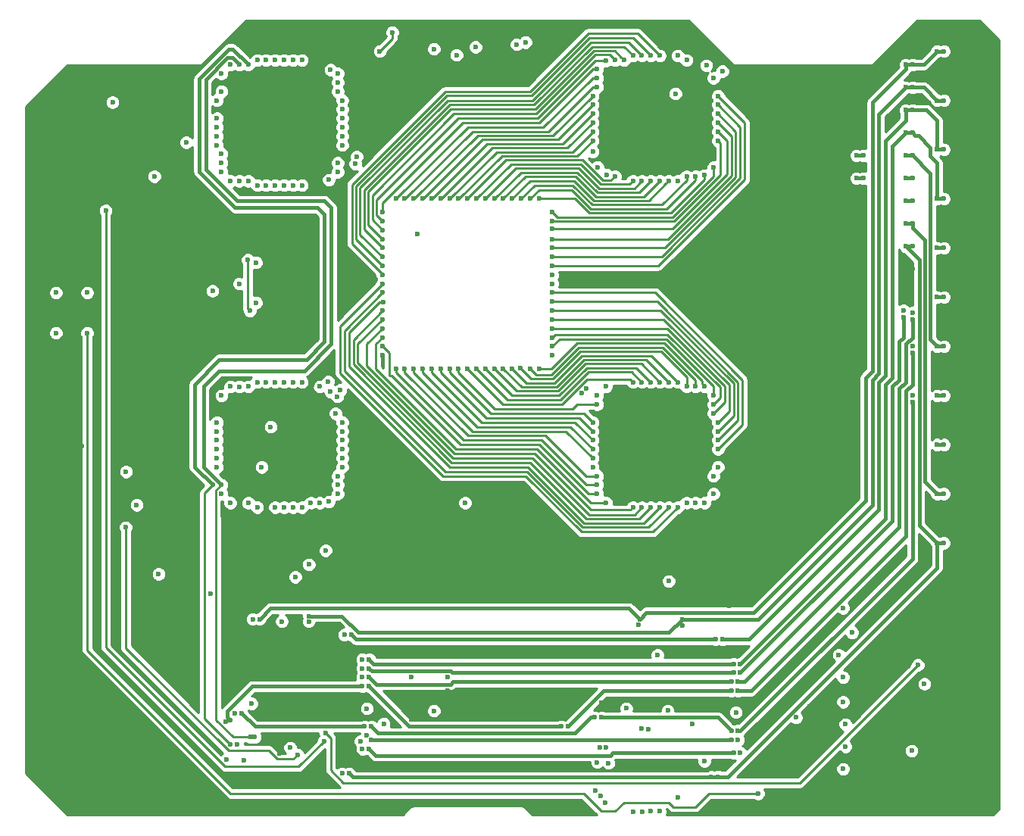
<source format=gbr>
G04 #@! TF.FileFunction,Copper,L2,Inr,Signal*
%FSLAX46Y46*%
G04 Gerber Fmt 4.6, Leading zero omitted, Abs format (unit mm)*
G04 Created by KiCad (PCBNEW 4.0.5) date Saturday, August 26, 2017 'PMt' 01:35:57 PM*
%MOMM*%
%LPD*%
G01*
G04 APERTURE LIST*
%ADD10C,0.100000*%
%ADD11C,0.600000*%
%ADD12C,0.400000*%
%ADD13C,0.254000*%
G04 APERTURE END LIST*
D10*
D11*
X167500000Y-102500000D03*
X170000000Y-95000000D03*
X170000000Y-92500000D03*
X155000000Y-110000000D03*
X155000000Y-112500000D03*
X155000000Y-115000000D03*
X155000000Y-117500000D03*
X155000000Y-120000000D03*
X155000000Y-122500000D03*
X155000000Y-125000000D03*
X155000000Y-127500000D03*
X155000000Y-130000000D03*
X155000000Y-132500000D03*
X152500000Y-130000000D03*
X152500000Y-127500000D03*
X152500000Y-125000000D03*
X152500000Y-122500000D03*
X152500000Y-120000000D03*
X152500000Y-117500000D03*
X152500000Y-115000000D03*
X152500000Y-112500000D03*
X155000000Y-135000000D03*
X155000000Y-137500000D03*
X152500000Y-135000000D03*
X152500000Y-132500000D03*
X155000000Y-140000000D03*
X155000000Y-142500000D03*
X155000000Y-155000000D03*
X157500000Y-155000000D03*
X160000000Y-155000000D03*
X160000000Y-147500000D03*
X157500000Y-145000000D03*
X157500000Y-147500000D03*
X157500000Y-150000000D03*
X160000000Y-150000000D03*
X162500000Y-152500000D03*
X160000000Y-152500000D03*
X157500000Y-152500000D03*
X155000000Y-145000000D03*
X155000000Y-147500000D03*
X162500000Y-155000000D03*
X165000000Y-155000000D03*
X162500000Y-157500000D03*
X160000000Y-157500000D03*
X152500000Y-150000000D03*
X152500000Y-147500000D03*
X152500000Y-145000000D03*
X152500000Y-142500000D03*
X167500000Y-155000000D03*
X165000000Y-152500000D03*
X162500000Y-150000000D03*
X155000000Y-107500000D03*
X155000000Y-150000000D03*
X155000000Y-152500000D03*
X167500000Y-157500000D03*
X165000000Y-157500000D03*
X157500000Y-157500000D03*
X155000000Y-157500000D03*
X152500000Y-155000000D03*
X152500000Y-152500000D03*
X152500000Y-140000000D03*
X152500000Y-137500000D03*
X152500000Y-110000000D03*
X152500000Y-107500000D03*
X152500000Y-105000000D03*
X152500000Y-102500000D03*
X152500000Y-100000000D03*
X152500000Y-97500000D03*
X155000000Y-95000000D03*
X155000000Y-92500000D03*
X155000000Y-90000000D03*
X155000000Y-87500000D03*
X155000000Y-85000000D03*
X155000000Y-82500000D03*
X155000000Y-80000000D03*
X157500000Y-77500000D03*
X155000000Y-77500000D03*
X152500000Y-80000000D03*
X152500000Y-82500000D03*
X152500000Y-85000000D03*
X152500000Y-87500000D03*
X152500000Y-90000000D03*
X152500000Y-92500000D03*
X152500000Y-95000000D03*
X187500000Y-132500000D03*
X190000000Y-135000000D03*
X192500000Y-135000000D03*
X190000000Y-132500000D03*
X192500000Y-132500000D03*
X195000000Y-135000000D03*
X197500000Y-132500000D03*
X200000000Y-135000000D03*
X202500000Y-135000000D03*
X200000000Y-132500000D03*
X202500000Y-130000000D03*
X205000000Y-132500000D03*
X210000000Y-135000000D03*
X207500000Y-135000000D03*
X207500000Y-132500000D03*
X210000000Y-132500000D03*
X212500000Y-132500000D03*
X212500000Y-130000000D03*
X210000000Y-130000000D03*
X207500000Y-130000000D03*
X235000000Y-95000000D03*
X235000000Y-97500000D03*
X235000000Y-100000000D03*
X235000000Y-102500000D03*
X235000000Y-105000000D03*
X235000000Y-107500000D03*
X237500000Y-107500000D03*
X237500000Y-105000000D03*
X237500000Y-102500000D03*
X237500000Y-100000000D03*
X237500000Y-97500000D03*
X237500000Y-95000000D03*
X237500000Y-92500000D03*
X235000000Y-92500000D03*
X232500000Y-92500000D03*
X232500000Y-95000000D03*
X232500000Y-97500000D03*
X232500000Y-100000000D03*
X232500000Y-102500000D03*
X232500000Y-105000000D03*
X232500000Y-107500000D03*
X232500000Y-110000000D03*
X235000000Y-110000000D03*
X237500000Y-110000000D03*
X240000000Y-110000000D03*
X240000000Y-107500000D03*
X240000000Y-105000000D03*
X240000000Y-102500000D03*
X240000000Y-100000000D03*
X240000000Y-97500000D03*
X165000000Y-95000000D03*
X165000000Y-97500000D03*
X165000000Y-100000000D03*
X165000000Y-102500000D03*
X165000000Y-105000000D03*
X165000000Y-107500000D03*
X162500000Y-107500000D03*
X162500000Y-105000000D03*
X162500000Y-102500000D03*
X162500000Y-100000000D03*
X162500000Y-97500000D03*
X162500000Y-95000000D03*
X162500000Y-92500000D03*
X165000000Y-92500000D03*
X167500000Y-92500000D03*
X167500000Y-95000000D03*
X167500000Y-97500000D03*
X167500000Y-100000000D03*
X167500000Y-105000000D03*
X167500000Y-107500000D03*
X167500000Y-110000000D03*
X165000000Y-110000000D03*
X162500000Y-110000000D03*
X240000000Y-95000000D03*
X240000000Y-92500000D03*
X205000000Y-130000000D03*
X156872990Y-118117209D03*
X157500000Y-97000000D03*
X154000000Y-97000000D03*
X184457817Y-146869790D03*
X225479941Y-153587421D03*
X215000000Y-146869790D03*
X178500000Y-119000000D03*
X243000000Y-156758000D03*
X232750000Y-117250000D03*
X239500000Y-117250000D03*
X236000000Y-117250000D03*
X238250000Y-150750000D03*
X238250000Y-147250000D03*
X238250000Y-143750000D03*
X235000000Y-150750000D03*
X235000000Y-147250000D03*
X235000000Y-144000000D03*
X193750000Y-148750000D03*
X197750000Y-148750000D03*
X197750000Y-145500000D03*
X197750000Y-144000000D03*
X193750000Y-145750000D03*
X193750000Y-144000000D03*
X218750000Y-141500000D03*
X220000000Y-141500000D03*
X226750000Y-147500000D03*
X219000000Y-153500000D03*
X219750000Y-153500000D03*
X221250000Y-153500000D03*
X220500000Y-153500000D03*
X173250000Y-146500000D03*
X179250000Y-141500000D03*
X177500000Y-141500000D03*
X179000000Y-151000000D03*
X179000000Y-151750000D03*
X179000000Y-152500000D03*
X184000000Y-152500000D03*
X171750000Y-158250000D03*
X187750000Y-158250000D03*
X213250000Y-158750000D03*
X229250000Y-158750000D03*
X229250000Y-136000000D03*
X212500000Y-135500000D03*
X225750000Y-131750000D03*
X222250000Y-131750000D03*
X218750000Y-131750000D03*
X225750000Y-135750000D03*
X222500000Y-135750000D03*
X219000000Y-135750000D03*
X177250000Y-131250000D03*
X180750000Y-131250000D03*
X184250000Y-131250000D03*
X184250000Y-135000000D03*
X180750000Y-135000000D03*
X177250000Y-135000000D03*
X205000000Y-124500000D03*
X205750000Y-124500000D03*
X249278000Y-157130000D03*
X206000000Y-76250000D03*
X249250000Y-153500000D03*
X249250000Y-150000000D03*
X249250000Y-139250000D03*
X249250000Y-142750000D03*
X249250000Y-146250000D03*
X254250000Y-136000000D03*
X253750000Y-141500000D03*
X253750000Y-152250000D03*
X189500000Y-128000000D03*
X193000000Y-128000000D03*
X196500000Y-127500000D03*
X197000000Y-76500000D03*
X239500000Y-126000000D03*
X236000000Y-126000000D03*
X232500000Y-126000000D03*
X239000000Y-89500000D03*
X235000000Y-89500000D03*
X231500000Y-89500000D03*
X172499000Y-77500100D03*
X190500000Y-108000000D03*
X227501000Y-122500000D03*
X174500000Y-124501000D03*
X214500000Y-114500000D03*
X182500000Y-111500000D03*
X228000000Y-119500000D03*
X177500000Y-125000000D03*
X217500000Y-88000000D03*
X225500000Y-74999200D03*
X185500000Y-85500000D03*
X172000000Y-80500000D03*
X222500000Y-74500000D03*
X249750000Y-98360000D03*
X249000000Y-98360000D03*
X252500000Y-134500000D03*
X253250000Y-134500000D03*
X163250000Y-80306500D03*
X163000000Y-117909300D03*
X187255100Y-134631300D03*
X160379500Y-82250000D03*
X171267800Y-134631300D03*
X223500000Y-74500000D03*
X226700000Y-75587400D03*
X228000000Y-120500000D03*
X227501000Y-123499000D03*
X221250000Y-141500000D03*
X222500000Y-133249000D03*
X176500000Y-125000000D03*
X173501000Y-124501000D03*
X172000000Y-79500000D03*
X172499000Y-76501100D03*
X179250000Y-137750000D03*
X180750000Y-132783000D03*
X186000000Y-154750000D03*
X186750000Y-154750000D03*
X227996000Y-155146000D03*
X227221000Y-155164000D03*
X209500000Y-100000000D03*
X249750000Y-95820000D03*
X249000000Y-95820000D03*
X252500000Y-129000000D03*
X253250000Y-129000000D03*
X188250000Y-152000000D03*
X189000000Y-152000000D03*
X229750000Y-152450000D03*
X230500000Y-152450000D03*
X209500000Y-99000000D03*
X249750000Y-93280000D03*
X249000000Y-93280000D03*
X252500000Y-123500000D03*
X253250000Y-123500000D03*
X188750000Y-150500000D03*
X189250000Y-151000000D03*
X229500000Y-151000000D03*
X230250000Y-151000000D03*
X213250000Y-111750000D03*
X212750000Y-112250000D03*
X209500000Y-108000000D03*
X249750000Y-90740000D03*
X249000000Y-90740000D03*
X252500000Y-118000000D03*
X253250000Y-118000000D03*
X174000000Y-148000000D03*
X174750000Y-148000000D03*
X188500000Y-149500000D03*
X189250000Y-149500000D03*
X214250000Y-148500000D03*
X215000000Y-148500000D03*
X229500000Y-150000000D03*
X230250000Y-150000000D03*
X249750000Y-113250000D03*
X249750000Y-112500000D03*
X227496000Y-77002100D03*
X225498000Y-124496000D03*
X249750000Y-88200000D03*
X249000000Y-88200000D03*
X252500000Y-112500000D03*
X253250000Y-112500000D03*
X220207781Y-149792219D03*
X219500000Y-149750000D03*
X175742000Y-150690000D03*
X176224000Y-150690000D03*
X188250000Y-144000000D03*
X189000000Y-144000000D03*
X229500000Y-144500000D03*
X230250000Y-144500000D03*
X249750000Y-104000000D03*
X249750000Y-103250000D03*
X244250000Y-88200000D03*
X243500000Y-88200000D03*
X172504000Y-122498000D03*
X174502000Y-75504200D03*
X252500000Y-101500000D03*
X253250000Y-101500000D03*
X173459000Y-148801000D03*
X228500000Y-76250000D03*
X173000000Y-149000000D03*
X188250000Y-145000000D03*
X189000000Y-145000000D03*
X210500000Y-149500000D03*
X211250000Y-149500000D03*
X229500000Y-145500000D03*
X230250000Y-145500000D03*
X249750000Y-107750000D03*
X249750000Y-107000000D03*
X224500000Y-124500000D03*
X249750000Y-85660000D03*
X249000000Y-85660000D03*
X252500000Y-107000000D03*
X253250000Y-107000000D03*
X215500000Y-151869790D03*
X214781839Y-151869790D03*
X174250000Y-151500000D03*
X173500000Y-151500000D03*
X171500000Y-122500000D03*
X188250000Y-143000000D03*
X189000000Y-143000000D03*
X229750000Y-143500000D03*
X230500000Y-143500000D03*
X248750000Y-103750000D03*
X248750000Y-103000000D03*
X244250000Y-85660000D03*
X243500000Y-85660000D03*
X175500000Y-75500000D03*
X252500000Y-96000000D03*
X253250000Y-96000000D03*
X188250000Y-142000000D03*
X189000000Y-142000000D03*
X229750000Y-142500000D03*
X230500000Y-142500000D03*
X249750000Y-83120000D03*
X249000000Y-83120000D03*
X252500000Y-90500000D03*
X253250000Y-90500000D03*
X186250000Y-139250000D03*
X187000000Y-139250000D03*
X227750000Y-139750000D03*
X228500000Y-139750000D03*
X249750000Y-80580000D03*
X249000000Y-80580000D03*
X252500000Y-85000000D03*
X253250000Y-85000000D03*
X182294000Y-137163000D03*
X182250000Y-137750000D03*
X224000000Y-138250000D03*
X224000000Y-137500000D03*
X249750000Y-78040000D03*
X249000000Y-78040000D03*
X252500000Y-79500000D03*
X253250000Y-79500000D03*
X219095000Y-138095000D03*
X176000000Y-137500000D03*
X176750000Y-137500000D03*
X219250000Y-137500000D03*
X249750000Y-75500000D03*
X249000000Y-75500000D03*
X252500000Y-74000000D03*
X253250000Y-74000000D03*
X232500000Y-157000000D03*
X157500000Y-105500000D03*
X222384297Y-147738613D03*
X168571700Y-84197600D03*
X154000000Y-105500000D03*
X188034600Y-151159100D03*
X159566164Y-91820564D03*
X183959900Y-151149100D03*
X214302000Y-156682000D03*
X243000000Y-139000000D03*
X214870000Y-157250000D03*
X241500000Y-141500000D03*
X215413000Y-157997000D03*
X242000000Y-144000000D03*
X218515000Y-159079000D03*
X242000000Y-146750000D03*
X219515000Y-159079000D03*
X242250000Y-149250000D03*
X220500000Y-159000000D03*
X242250000Y-151750000D03*
X221500000Y-159000000D03*
X242000000Y-154250000D03*
X205500000Y-73250000D03*
X187615000Y-85800000D03*
X201000000Y-90500000D03*
X218500000Y-88500000D03*
X206500000Y-73000000D03*
X187470000Y-86589900D03*
X200000000Y-90500000D03*
X216500000Y-88000800D03*
X184436000Y-110968000D03*
X198000000Y-109500000D03*
X214000000Y-115500000D03*
X185793031Y-111886031D03*
X199000000Y-109500000D03*
X214499000Y-113500000D03*
X176366646Y-97623806D03*
X176366646Y-102108479D03*
X215759301Y-153587421D03*
X173061000Y-153241000D03*
X174500000Y-100000000D03*
X185445000Y-112610000D03*
X215493000Y-111499000D03*
X214535000Y-86970800D03*
X184507000Y-88369800D03*
X175676694Y-103028412D03*
X175446713Y-97336327D03*
X214504453Y-153500616D03*
X175025000Y-153317000D03*
X215533000Y-87797700D03*
X184700000Y-112087000D03*
X214499000Y-112501000D03*
X185501000Y-87498900D03*
X225111500Y-149257500D03*
X249655300Y-152210300D03*
X184144400Y-150246600D03*
X250357800Y-142633700D03*
X190640400Y-149189000D03*
X251082800Y-144750000D03*
X190500000Y-92000000D03*
X173501000Y-88500800D03*
X214499000Y-76001100D03*
X192000000Y-90500000D03*
X214499000Y-77000100D03*
X174500000Y-88500800D03*
X193000000Y-90500000D03*
X214500000Y-78000000D03*
X175500000Y-88500000D03*
X194000000Y-90500000D03*
X176500000Y-89000000D03*
X214000000Y-79000000D03*
X195000000Y-90500000D03*
X177500000Y-89000000D03*
X214000000Y-80000000D03*
X178500000Y-89000000D03*
X196000000Y-90500000D03*
X214000000Y-81000000D03*
X179500000Y-89000000D03*
X197000000Y-90500000D03*
X214000000Y-82000000D03*
X198000000Y-90500000D03*
X214000000Y-83000000D03*
X180500000Y-89000000D03*
X199000000Y-90500000D03*
X214000000Y-84000000D03*
X181500000Y-89000000D03*
X202000000Y-90500000D03*
X219500000Y-88500000D03*
X186000000Y-83500000D03*
X220500000Y-88500000D03*
X203000000Y-90500000D03*
X186000000Y-82500000D03*
X221500000Y-88500000D03*
X204000000Y-90500000D03*
X186000000Y-81500000D03*
X205000000Y-90500000D03*
X186000000Y-80500000D03*
X222500000Y-88500000D03*
X206000000Y-90500000D03*
X185500000Y-78500000D03*
X224500000Y-88000000D03*
X207000000Y-90500000D03*
X185496000Y-77502100D03*
X225498000Y-87995800D03*
X208000000Y-90500000D03*
X185501000Y-76493100D03*
X226507000Y-87869800D03*
X209500000Y-92000000D03*
X184700000Y-76087400D03*
X227501000Y-86998900D03*
X209500000Y-93000000D03*
X228000000Y-84000000D03*
X181500000Y-75000000D03*
X209500000Y-93869800D03*
X228000000Y-83000000D03*
X180500000Y-75000000D03*
X209500000Y-95000000D03*
X228000000Y-82000000D03*
X179500000Y-75000000D03*
X209500000Y-96000000D03*
X228000000Y-81000000D03*
X178500000Y-75000000D03*
X209500000Y-97000000D03*
X177500000Y-75000000D03*
X228000000Y-80000000D03*
X209500000Y-98000000D03*
X176500000Y-75000000D03*
X228000000Y-79000000D03*
X190500000Y-99000000D03*
X172000000Y-81500000D03*
X221500000Y-74500000D03*
X190500000Y-98000000D03*
X172000000Y-82500000D03*
X220500000Y-74500000D03*
X190500000Y-97000000D03*
X219500000Y-74500000D03*
X172000000Y-83500000D03*
X190500000Y-96000000D03*
X218500000Y-74500000D03*
X172000000Y-84500000D03*
X190500000Y-95000000D03*
X172500000Y-85500000D03*
X217500000Y-75000000D03*
X190500000Y-94000000D03*
X172504000Y-86497900D03*
X216502000Y-75004200D03*
X215493000Y-75044600D03*
X190500000Y-93000000D03*
X172499000Y-87506900D03*
X226499000Y-111499000D03*
X185501000Y-123499000D03*
X208000000Y-109500000D03*
X207000000Y-109500000D03*
X225500000Y-111499000D03*
X185501000Y-122500000D03*
X205929000Y-109429000D03*
X224500000Y-111500000D03*
X185500000Y-121500000D03*
X223500000Y-111000000D03*
X186000000Y-120500000D03*
X205000000Y-109500000D03*
X222500000Y-111000000D03*
X186000000Y-119500000D03*
X204000000Y-109500000D03*
X221500000Y-111000000D03*
X186000000Y-118500000D03*
X203000000Y-109500000D03*
X220500000Y-111000000D03*
X186000000Y-117500000D03*
X202000000Y-109500000D03*
X219500000Y-111000000D03*
X186000000Y-116500000D03*
X201000000Y-109500000D03*
X218500000Y-111000000D03*
X186000000Y-115500000D03*
X200000000Y-109500000D03*
X214000000Y-116500000D03*
X180500000Y-111000000D03*
X197000000Y-109500000D03*
X214000000Y-117500000D03*
X179500000Y-111000000D03*
X196000000Y-109500000D03*
X214000000Y-118500000D03*
X178500000Y-111000000D03*
X195000000Y-109500000D03*
X214000000Y-119500000D03*
X177500000Y-111000000D03*
X194000000Y-109500000D03*
X214500000Y-121500000D03*
X175500000Y-111500000D03*
X193000000Y-109500000D03*
X214504000Y-122498000D03*
X174502000Y-111504000D03*
X192000000Y-109500000D03*
X214499000Y-123507000D03*
X173493000Y-111499000D03*
X190500000Y-107000000D03*
X215501000Y-124501000D03*
X172499000Y-112501000D03*
X190500000Y-106000000D03*
X218500000Y-125000000D03*
X172000000Y-115500000D03*
X190500000Y-105000000D03*
X219500000Y-125000000D03*
X172000000Y-116500000D03*
X190500000Y-104000000D03*
X190503000Y-103006000D03*
X220500000Y-125000000D03*
X172000000Y-117500000D03*
X190571000Y-102071000D03*
X221500000Y-125000000D03*
X172000000Y-118500000D03*
X222500000Y-125000000D03*
X172000000Y-119500000D03*
X190500000Y-101000000D03*
X223500000Y-125000000D03*
X172000000Y-120500000D03*
X190500000Y-100000000D03*
X228000000Y-118500000D03*
X178500000Y-125000000D03*
X209500000Y-101000000D03*
X228000000Y-117500000D03*
X179500000Y-125000000D03*
X209500000Y-102000000D03*
X228000000Y-116500000D03*
X180500000Y-125000000D03*
X209500000Y-103000000D03*
X228000000Y-115500000D03*
X181500000Y-125000000D03*
X209500000Y-104000000D03*
X227500000Y-114500000D03*
X182500000Y-124500000D03*
X209500000Y-105000000D03*
X227496000Y-113502000D03*
X183498000Y-124496000D03*
X209500000Y-106000000D03*
X184507000Y-124370000D03*
X227501000Y-112493000D03*
X209500000Y-107000000D03*
X190200000Y-74000000D03*
X191600000Y-71900000D03*
X194400000Y-94400000D03*
X171500000Y-100800000D03*
X177000000Y-120500000D03*
X178000000Y-116000000D03*
X230002000Y-147913000D03*
X242000000Y-136250000D03*
X236750000Y-148500000D03*
X188750000Y-147500000D03*
X196250000Y-147750000D03*
X172500000Y-78500000D03*
X224500000Y-75000000D03*
X227500000Y-121500000D03*
X175500000Y-124500000D03*
X214000000Y-120500000D03*
X176500000Y-111000000D03*
X186000000Y-79500000D03*
X223500000Y-88500000D03*
X200909000Y-73532600D03*
X185501000Y-86499900D03*
X198782000Y-74430500D03*
X186000000Y-84500000D03*
X183500000Y-111499000D03*
X185250000Y-114500000D03*
X181500000Y-111000000D03*
X161798900Y-127237100D03*
X180999800Y-152662300D03*
X163027900Y-124730900D03*
X175862200Y-146948800D03*
X161836800Y-121020000D03*
X180183800Y-151875000D03*
X165473100Y-132457800D03*
X223523100Y-157427900D03*
X226489589Y-153381205D03*
X182271700Y-131393700D03*
X184151600Y-129820300D03*
X217763400Y-147480400D03*
X223250000Y-78750000D03*
X214000000Y-85250000D03*
X196250000Y-73750000D03*
X173493000Y-75498600D03*
X226507000Y-124501000D03*
X199750000Y-124500000D03*
X172499000Y-123507000D03*
X154000000Y-101000000D03*
X160324400Y-79710000D03*
X165000000Y-88000000D03*
X157500000Y-101000000D03*
D12*
X249750000Y-98360000D02*
X249000000Y-98360000D01*
X253250000Y-134500000D02*
X252500000Y-134500000D01*
X187164000Y-155164000D02*
X186750000Y-154750000D01*
X227221000Y-155164000D02*
X187164000Y-155164000D01*
X250500000Y-127000000D02*
X252500000Y-129000000D01*
X250500000Y-97320000D02*
X250500000Y-127000000D01*
X249000000Y-95820000D02*
X250500000Y-97320000D01*
X229104000Y-155146000D02*
X227996000Y-155146000D01*
X252500000Y-131750000D02*
X229104000Y-155146000D01*
X252500000Y-129000000D02*
X252500000Y-131750000D01*
X227978000Y-155164000D02*
X227996000Y-155146000D01*
X227221000Y-155164000D02*
X227978000Y-155164000D01*
X249750000Y-95820000D02*
X249000000Y-95820000D01*
X253250000Y-129000000D02*
X252500000Y-129000000D01*
X189750000Y-152750000D02*
X189000000Y-152000000D01*
X215959000Y-152750000D02*
X189750000Y-152750000D01*
X216259000Y-152450000D02*
X215959000Y-152750000D01*
X229750000Y-152450000D02*
X216259000Y-152450000D01*
X251147000Y-122147000D02*
X252500000Y-123500000D01*
X251147000Y-95146800D02*
X251147000Y-122147000D01*
X249750000Y-93750000D02*
X251147000Y-95146800D01*
X249750000Y-93280000D02*
X249750000Y-93750000D01*
X249750000Y-93280000D02*
X249000000Y-93280000D01*
X253250000Y-123500000D02*
X252500000Y-123500000D01*
X229500000Y-151000000D02*
X189250000Y-151000000D01*
X249750000Y-90740000D02*
X249000000Y-90740000D01*
X253250000Y-118000000D02*
X252500000Y-118000000D01*
X228000000Y-148500000D02*
X215000000Y-148500000D01*
X229500000Y-150000000D02*
X228000000Y-148500000D01*
X176250000Y-149500000D02*
X174750000Y-148000000D01*
X188500000Y-149500000D02*
X176250000Y-149500000D01*
X190000000Y-150250000D02*
X189250000Y-149500000D01*
X212000000Y-150250000D02*
X190000000Y-150250000D01*
X213750000Y-148500000D02*
X212000000Y-150250000D01*
X214250000Y-148500000D02*
X213750000Y-148500000D01*
X230500000Y-150000000D02*
X230250000Y-150000000D01*
X249750000Y-130750000D02*
X230500000Y-150000000D01*
X249750000Y-113250000D02*
X249750000Y-130750000D01*
X249750000Y-88200000D02*
X249000000Y-88200000D01*
X253250000Y-112500000D02*
X252500000Y-112500000D01*
X189800000Y-144800000D02*
X189000000Y-144000000D01*
X197409000Y-144800000D02*
X189800000Y-144800000D01*
X197412000Y-144797000D02*
X197409000Y-144800000D01*
X198088000Y-144797000D02*
X197412000Y-144797000D01*
X198384000Y-144500000D02*
X198088000Y-144797000D01*
X229500000Y-144500000D02*
X198384000Y-144500000D01*
X170500000Y-120494000D02*
X172504000Y-122498000D01*
X170500000Y-111500000D02*
X170500000Y-120494000D01*
X172250000Y-109750000D02*
X170500000Y-111500000D01*
X181750000Y-109750000D02*
X172250000Y-109750000D01*
X184750000Y-106750000D02*
X181750000Y-109750000D01*
X184750000Y-91500000D02*
X184750000Y-106750000D01*
X184000000Y-90750000D02*
X184750000Y-91500000D01*
X174250000Y-90750000D02*
X184000000Y-90750000D01*
X170750000Y-87250000D02*
X174250000Y-90750000D01*
X170750000Y-77175000D02*
X170750000Y-87250000D01*
X173175000Y-74750000D02*
X170750000Y-77175000D01*
X173748000Y-74750000D02*
X173175000Y-74750000D01*
X174502000Y-75504200D02*
X173748000Y-74750000D01*
X231000000Y-144500000D02*
X230250000Y-144500000D01*
X248250000Y-127250000D02*
X231000000Y-144500000D01*
X248250000Y-111750000D02*
X248250000Y-127250000D01*
X249000000Y-111000000D02*
X248250000Y-111750000D01*
X249000000Y-106750000D02*
X249000000Y-111000000D01*
X249750000Y-106000000D02*
X249000000Y-106750000D01*
X249750000Y-104000000D02*
X249750000Y-106000000D01*
X244250000Y-88200000D02*
X243500000Y-88200000D01*
X253250000Y-101500000D02*
X252500000Y-101500000D01*
D13*
X171854100Y-123147900D02*
X172504000Y-122498000D01*
X171854100Y-126195200D02*
X171854100Y-123147900D01*
X171913800Y-126254900D02*
X171854100Y-126195200D01*
X171913800Y-148807700D02*
X171913800Y-126254900D01*
X173796100Y-150690000D02*
X171913800Y-148807700D01*
X175742000Y-150690000D02*
X173796100Y-150690000D01*
D12*
X173159000Y-148501000D02*
X173459000Y-148801000D01*
X173159000Y-147800000D02*
X173159000Y-148501000D01*
X175959000Y-145000000D02*
X173159000Y-147800000D01*
X188250000Y-145000000D02*
X175959000Y-145000000D01*
X193500000Y-149500000D02*
X189000000Y-145000000D01*
X210500000Y-149500000D02*
X193500000Y-149500000D01*
X215250000Y-145500000D02*
X211250000Y-149500000D01*
X229500000Y-145500000D02*
X215250000Y-145500000D01*
X231750000Y-145500000D02*
X230250000Y-145500000D01*
X249000000Y-128250000D02*
X231750000Y-145500000D01*
X249000000Y-112000000D02*
X249000000Y-128250000D01*
X249750000Y-111250000D02*
X249000000Y-112000000D01*
X249750000Y-107750000D02*
X249750000Y-111250000D01*
X251750000Y-106250000D02*
X252500000Y-107000000D01*
X251750000Y-87660000D02*
X251750000Y-106250000D01*
X249750000Y-85660000D02*
X251750000Y-87660000D01*
X249750000Y-85660000D02*
X249000000Y-85660000D01*
X253250000Y-107000000D02*
X252500000Y-107000000D01*
X189297000Y-143297000D02*
X189000000Y-143000000D01*
X198088000Y-143297000D02*
X189297000Y-143297000D01*
X198291000Y-143500000D02*
X198088000Y-143297000D01*
X229750000Y-143500000D02*
X198291000Y-143500000D01*
X247500000Y-126500000D02*
X230500000Y-143500000D01*
X247500000Y-111500000D02*
X247500000Y-126500000D01*
X248250000Y-110750000D02*
X247500000Y-111500000D01*
X248250000Y-106500000D02*
X248250000Y-110750000D01*
X248750000Y-106000000D02*
X248250000Y-106500000D01*
X248750000Y-103750000D02*
X248750000Y-106000000D01*
X244250000Y-85660000D02*
X243500000Y-85660000D01*
X253250000Y-96000000D02*
X252500000Y-96000000D01*
X173750000Y-73750000D02*
X175500000Y-75500000D01*
X173322000Y-73750000D02*
X173750000Y-73750000D01*
X170000000Y-77071900D02*
X173322000Y-73750000D01*
X170000000Y-87500000D02*
X170000000Y-77071900D01*
X174000000Y-91500000D02*
X170000000Y-87500000D01*
X183250000Y-91500000D02*
X174000000Y-91500000D01*
X184000000Y-92250000D02*
X183250000Y-91500000D01*
X184000000Y-106500000D02*
X184000000Y-92250000D01*
X182000000Y-108500000D02*
X184000000Y-106500000D01*
X172250000Y-108500000D02*
X182000000Y-108500000D01*
X169500000Y-111250000D02*
X172250000Y-108500000D01*
X169500000Y-120500000D02*
X169500000Y-111250000D01*
X171500000Y-122500000D02*
X169500000Y-120500000D01*
D13*
X170621800Y-123378200D02*
X171500000Y-122500000D01*
X170621800Y-148621800D02*
X170621800Y-123378200D01*
X173500000Y-151500000D02*
X170621800Y-148621800D01*
D12*
X249000000Y-83120000D02*
X247500000Y-84620000D01*
X247500000Y-84620000D02*
X247500000Y-110500000D01*
X247500000Y-110500000D02*
X246750000Y-111250000D01*
X246750000Y-111250000D02*
X246750000Y-126250000D01*
X246750000Y-126250000D02*
X230500000Y-142500000D01*
X189500000Y-142500000D02*
X189000000Y-142000000D01*
X229750000Y-142500000D02*
X189500000Y-142500000D01*
X252500000Y-86500000D02*
X252500000Y-90500000D01*
X251750000Y-85750000D02*
X252500000Y-86500000D01*
X251750000Y-84750000D02*
X251750000Y-85750000D01*
X250420000Y-83420000D02*
X251750000Y-84750000D01*
X250050000Y-83420000D02*
X250420000Y-83420000D01*
X249750000Y-83120000D02*
X250050000Y-83420000D01*
X249750000Y-83120000D02*
X249000000Y-83120000D01*
X253250000Y-90500000D02*
X252500000Y-90500000D01*
X187500000Y-139750000D02*
X187000000Y-139250000D01*
X227750000Y-139750000D02*
X187500000Y-139750000D01*
X231500000Y-139750000D02*
X228500000Y-139750000D01*
X246000000Y-125250000D02*
X231500000Y-139750000D01*
X246000000Y-111000000D02*
X246000000Y-125250000D01*
X246750000Y-110250000D02*
X246000000Y-111000000D01*
X246750000Y-84000000D02*
X246750000Y-110250000D01*
X249000000Y-81750000D02*
X246750000Y-84000000D01*
X249000000Y-80580000D02*
X249000000Y-81750000D01*
X252500000Y-81750000D02*
X252500000Y-85000000D01*
X251330000Y-80580000D02*
X252500000Y-81750000D01*
X249750000Y-80580000D02*
X251330000Y-80580000D01*
X249750000Y-80580000D02*
X249000000Y-80580000D01*
X253250000Y-85000000D02*
X252500000Y-85000000D01*
X185954000Y-137163000D02*
X182294000Y-137163000D01*
X187791000Y-139000000D02*
X185954000Y-137163000D01*
X222500000Y-139000000D02*
X187791000Y-139000000D01*
X224000000Y-137500000D02*
X222500000Y-139000000D01*
X232500000Y-137500000D02*
X224000000Y-137500000D01*
X245250000Y-124750000D02*
X232500000Y-137500000D01*
X245250000Y-110750000D02*
X245250000Y-124750000D01*
X246000000Y-110000000D02*
X245250000Y-110750000D01*
X246000000Y-81040000D02*
X246000000Y-110000000D01*
X249000000Y-78040000D02*
X246000000Y-81040000D01*
X251040000Y-78040000D02*
X252500000Y-79500000D01*
X249750000Y-78040000D02*
X251040000Y-78040000D01*
X249750000Y-78040000D02*
X249000000Y-78040000D01*
X253250000Y-79500000D02*
X252500000Y-79500000D01*
X177953000Y-136297000D02*
X176750000Y-137500000D01*
X218047000Y-136297000D02*
X177953000Y-136297000D01*
X219250000Y-137500000D02*
X218047000Y-136297000D01*
X220000000Y-136750000D02*
X219250000Y-137500000D01*
X232000000Y-136750000D02*
X220000000Y-136750000D01*
X244500000Y-124250000D02*
X232000000Y-136750000D01*
X244500000Y-110500000D02*
X244500000Y-124250000D01*
X245250000Y-109750000D02*
X244500000Y-110500000D01*
X245250000Y-79750000D02*
X245250000Y-109750000D01*
X249000000Y-76000000D02*
X245250000Y-79750000D01*
X249000000Y-75500000D02*
X249000000Y-76000000D01*
X251000000Y-75500000D02*
X252500000Y-74000000D01*
X249750000Y-75500000D02*
X251000000Y-75500000D01*
X249750000Y-75500000D02*
X249000000Y-75500000D01*
X253250000Y-74000000D02*
X252500000Y-74000000D01*
D13*
X225500000Y-158500000D02*
X227000000Y-157000000D01*
X227000000Y-157000000D02*
X232500000Y-157000000D01*
X223000000Y-158500000D02*
X225500000Y-158500000D01*
X222500000Y-158000000D02*
X223000000Y-158500000D01*
X217500000Y-158000000D02*
X222500000Y-158000000D01*
X216500000Y-159000000D02*
X217500000Y-158000000D01*
X215000000Y-159000000D02*
X216500000Y-159000000D01*
X213000000Y-157000000D02*
X215000000Y-159000000D01*
X173500000Y-157000000D02*
X213000000Y-157000000D01*
X157500000Y-141000000D02*
X173500000Y-157000000D01*
X157500000Y-105500000D02*
X157500000Y-141000000D01*
X181112900Y-153996100D02*
X172894400Y-153996100D01*
X159566164Y-92244828D02*
X159566164Y-91820564D01*
X159566164Y-140667864D02*
X159566164Y-92244828D01*
X172894400Y-153996100D02*
X159566164Y-140667864D01*
X183959900Y-151149100D02*
X181112900Y-153996100D01*
X218200000Y-88800000D02*
X218500000Y-88500000D01*
X218115000Y-88885100D02*
X218200000Y-88800000D01*
X214911000Y-88885100D02*
X218115000Y-88885100D01*
X212655000Y-86628400D02*
X214911000Y-88885100D01*
X204872000Y-86628400D02*
X212655000Y-86628400D01*
X201000000Y-90500000D02*
X204872000Y-86628400D01*
X216200000Y-88300800D02*
X216500000Y-88000800D01*
X216073000Y-88427900D02*
X216200000Y-88300800D01*
X215101000Y-88427900D02*
X216073000Y-88427900D01*
X212844000Y-86171200D02*
X215101000Y-88427900D01*
X204329000Y-86171200D02*
X212844000Y-86171200D01*
X200000000Y-90500000D02*
X204329000Y-86171200D01*
X213000000Y-114500000D02*
X214000000Y-115500000D01*
X202576000Y-114500000D02*
X213000000Y-114500000D01*
X198000000Y-109924000D02*
X202576000Y-114500000D01*
X198000000Y-109500000D02*
X198000000Y-109924000D01*
X212250000Y-113500000D02*
X214499000Y-113500000D01*
X211750000Y-114000000D02*
X212250000Y-113500000D01*
X203076000Y-114000000D02*
X211750000Y-114000000D01*
X199000000Y-109924000D02*
X203076000Y-114000000D01*
X199000000Y-109500000D02*
X199000000Y-109924000D01*
X175446713Y-97336327D02*
X175446713Y-102798431D01*
X175446713Y-102798431D02*
X175676694Y-103028412D01*
X184144400Y-150246600D02*
X184705500Y-150807700D01*
X184705500Y-150807700D02*
X184705500Y-154383900D01*
X184705500Y-154383900D02*
X186133400Y-155811800D01*
X186133400Y-155811800D02*
X237179700Y-155811800D01*
X237179700Y-155811800D02*
X250357800Y-142633700D01*
X214025000Y-76001100D02*
X214499000Y-76001100D01*
X208026000Y-82000000D02*
X214025000Y-76001100D01*
X199500000Y-82000000D02*
X208026000Y-82000000D01*
X190500000Y-91000000D02*
X199500000Y-82000000D01*
X190500000Y-92000000D02*
X190500000Y-91000000D01*
X214000000Y-77000100D02*
X214499000Y-77000100D01*
X208487000Y-82513500D02*
X214000000Y-77000100D01*
X200054000Y-82513500D02*
X208487000Y-82513500D01*
X192067000Y-90500000D02*
X200054000Y-82513500D01*
X192000000Y-90500000D02*
X192067000Y-90500000D01*
X214000000Y-78000000D02*
X214500000Y-78000000D01*
X209029000Y-82970700D02*
X214000000Y-78000000D01*
X200597000Y-82970700D02*
X209029000Y-82970700D01*
X193067000Y-90500000D02*
X200597000Y-82970700D01*
X193000000Y-90500000D02*
X193067000Y-90500000D01*
X209572000Y-83427900D02*
X214000000Y-79000000D01*
X201139000Y-83427900D02*
X209572000Y-83427900D01*
X194067000Y-90500000D02*
X201139000Y-83427900D01*
X194000000Y-90500000D02*
X194067000Y-90500000D01*
X210115000Y-83885100D02*
X214000000Y-80000000D01*
X201682000Y-83885100D02*
X210115000Y-83885100D01*
X195067000Y-90500000D02*
X201682000Y-83885100D01*
X195000000Y-90500000D02*
X195067000Y-90500000D01*
X210658000Y-84342300D02*
X214000000Y-81000000D01*
X202225000Y-84342300D02*
X210658000Y-84342300D01*
X196067000Y-90500000D02*
X202225000Y-84342300D01*
X196000000Y-90500000D02*
X196067000Y-90500000D01*
X211200000Y-84799500D02*
X214000000Y-82000000D01*
X202768000Y-84799500D02*
X211200000Y-84799500D01*
X197067000Y-90500000D02*
X202768000Y-84799500D01*
X197000000Y-90500000D02*
X197067000Y-90500000D01*
X211743000Y-85256700D02*
X214000000Y-83000000D01*
X203311000Y-85256700D02*
X211743000Y-85256700D01*
X198067000Y-90500000D02*
X203311000Y-85256700D01*
X198000000Y-90500000D02*
X198067000Y-90500000D01*
X212286000Y-85713900D02*
X214000000Y-84000000D01*
X203853000Y-85713900D02*
X212286000Y-85713900D01*
X199067000Y-90500000D02*
X203853000Y-85713900D01*
X199000000Y-90500000D02*
X199067000Y-90500000D01*
X219200000Y-88800000D02*
X219500000Y-88500000D01*
X218658000Y-89342300D02*
X219200000Y-88800000D01*
X214722000Y-89342300D02*
X218658000Y-89342300D01*
X212465000Y-87085600D02*
X214722000Y-89342300D01*
X205414000Y-87085600D02*
X212465000Y-87085600D01*
X202000000Y-90500000D02*
X205414000Y-87085600D01*
X220200000Y-88800000D02*
X220500000Y-88500000D01*
X219200000Y-89799500D02*
X220200000Y-88800000D01*
X214532000Y-89799500D02*
X219200000Y-89799500D01*
X212276000Y-87542800D02*
X214532000Y-89799500D01*
X205957000Y-87542800D02*
X212276000Y-87542800D01*
X203000000Y-90500000D02*
X205957000Y-87542800D01*
X221200000Y-88800000D02*
X221500000Y-88500000D01*
X219743000Y-90256700D02*
X221200000Y-88800000D01*
X214343000Y-90256700D02*
X219743000Y-90256700D01*
X212086000Y-88000000D02*
X214343000Y-90256700D01*
X206500000Y-88000000D02*
X212086000Y-88000000D01*
X204000000Y-90500000D02*
X206500000Y-88000000D01*
X222200000Y-88800000D02*
X222500000Y-88500000D01*
X220286000Y-90713900D02*
X222200000Y-88800000D01*
X214154000Y-90713900D02*
X220286000Y-90713900D01*
X211940000Y-88500000D02*
X214154000Y-90713900D01*
X207000000Y-88500000D02*
X211940000Y-88500000D01*
X205000000Y-90500000D02*
X207000000Y-88500000D01*
X224500000Y-88424300D02*
X224500000Y-88000000D01*
X221753000Y-91171200D02*
X224500000Y-88424300D01*
X213964000Y-91171200D02*
X221753000Y-91171200D01*
X211793000Y-89000000D02*
X213964000Y-91171200D01*
X207500000Y-89000000D02*
X211793000Y-89000000D01*
X206000000Y-90500000D02*
X207500000Y-89000000D01*
X225498000Y-88420100D02*
X225498000Y-87995800D01*
X222290000Y-91628400D02*
X225498000Y-88420100D01*
X213775000Y-91628400D02*
X222290000Y-91628400D01*
X211647000Y-89500000D02*
X213775000Y-91628400D01*
X208000000Y-89500000D02*
X211647000Y-89500000D01*
X207000000Y-90500000D02*
X208000000Y-89500000D01*
X226507000Y-88320300D02*
X226507000Y-87869800D01*
X222742000Y-92085600D02*
X226507000Y-88320300D01*
X213586000Y-92085600D02*
X222742000Y-92085600D01*
X212000000Y-90500000D02*
X213586000Y-92085600D01*
X208000000Y-90500000D02*
X212000000Y-90500000D01*
X227501000Y-87973100D02*
X227501000Y-86998900D01*
X222931000Y-92542800D02*
X227501000Y-87973100D01*
X210043000Y-92542800D02*
X222931000Y-92542800D01*
X209500000Y-92000000D02*
X210043000Y-92542800D01*
X228300000Y-84300000D02*
X228000000Y-84000000D01*
X228300000Y-87820400D02*
X228300000Y-84300000D01*
X223120000Y-93000000D02*
X228300000Y-87820400D01*
X209500000Y-93000000D02*
X223120000Y-93000000D01*
X222897000Y-93869800D02*
X209500000Y-93869800D01*
X229000000Y-87767000D02*
X222897000Y-93869800D01*
X229000000Y-84000000D02*
X229000000Y-87767000D01*
X228000000Y-83000000D02*
X229000000Y-84000000D01*
X229500000Y-83500000D02*
X228000000Y-82000000D01*
X229500000Y-87913600D02*
X229500000Y-83500000D01*
X222414000Y-95000000D02*
X229500000Y-87913600D01*
X209500000Y-95000000D02*
X222414000Y-95000000D01*
X230000000Y-83000000D02*
X228000000Y-81000000D01*
X230000000Y-88060200D02*
X230000000Y-83000000D01*
X222060000Y-96000000D02*
X230000000Y-88060200D01*
X209500000Y-96000000D02*
X222060000Y-96000000D01*
X230500000Y-82500000D02*
X228000000Y-80000000D01*
X230500000Y-88206800D02*
X230500000Y-82500000D01*
X221707000Y-97000000D02*
X230500000Y-88206800D01*
X209500000Y-97000000D02*
X221707000Y-97000000D01*
X231000000Y-82000000D02*
X228000000Y-79000000D01*
X231000000Y-88353400D02*
X231000000Y-82000000D01*
X221353000Y-98000000D02*
X231000000Y-88353400D01*
X209500000Y-98000000D02*
X221353000Y-98000000D01*
X219000000Y-72000000D02*
X221500000Y-74500000D01*
X213500000Y-72000000D02*
X219000000Y-72000000D01*
X207000000Y-78500000D02*
X213500000Y-72000000D01*
X197500000Y-78500000D02*
X207000000Y-78500000D01*
X187086000Y-88914400D02*
X197500000Y-78500000D01*
X187086000Y-95518300D02*
X187086000Y-88914400D01*
X190500000Y-98932700D02*
X187086000Y-95518300D01*
X190500000Y-99000000D02*
X190500000Y-98932700D01*
X218500000Y-72500000D02*
X220500000Y-74500000D01*
X213647000Y-72500000D02*
X218500000Y-72500000D01*
X207189000Y-78957200D02*
X213647000Y-72500000D01*
X197689000Y-78957200D02*
X207189000Y-78957200D01*
X187543000Y-89103800D02*
X197689000Y-78957200D01*
X187543000Y-95042800D02*
X187543000Y-89103800D01*
X190500000Y-98000000D02*
X187543000Y-95042800D01*
X218000000Y-73000000D02*
X219500000Y-74500000D01*
X213793000Y-73000000D02*
X218000000Y-73000000D01*
X207293000Y-79500000D02*
X213793000Y-73000000D01*
X197793000Y-79500000D02*
X207293000Y-79500000D01*
X188000000Y-89293200D02*
X197793000Y-79500000D01*
X188000000Y-94500000D02*
X188000000Y-89293200D01*
X190500000Y-97000000D02*
X188000000Y-94500000D01*
X217500000Y-73500000D02*
X218500000Y-74500000D01*
X213940000Y-73500000D02*
X217500000Y-73500000D01*
X207440000Y-80000000D02*
X213940000Y-73500000D01*
X198000000Y-80000000D02*
X207440000Y-80000000D01*
X188457000Y-89542800D02*
X198000000Y-80000000D01*
X188457000Y-93957200D02*
X188457000Y-89542800D01*
X190500000Y-96000000D02*
X188457000Y-93957200D01*
X217200000Y-74700000D02*
X217500000Y-75000000D01*
X216457000Y-73957200D02*
X217200000Y-74700000D01*
X214129000Y-73957200D02*
X216457000Y-73957200D01*
X207586000Y-80500000D02*
X214129000Y-73957200D01*
X198147000Y-80500000D02*
X207586000Y-80500000D01*
X188914000Y-89732200D02*
X198147000Y-80500000D01*
X188914000Y-93414400D02*
X188914000Y-89732200D01*
X190500000Y-95000000D02*
X188914000Y-93414400D01*
X216202000Y-74704200D02*
X216502000Y-75004200D01*
X215912000Y-74414400D02*
X216202000Y-74704200D01*
X214319000Y-74414400D02*
X215912000Y-74414400D01*
X207733000Y-81000000D02*
X214319000Y-74414400D01*
X198500000Y-81000000D02*
X207733000Y-81000000D01*
X189372000Y-90128400D02*
X198500000Y-81000000D01*
X189372000Y-92871600D02*
X189372000Y-90128400D01*
X190500000Y-94000000D02*
X189372000Y-92871600D01*
X214335000Y-75044600D02*
X215493000Y-75044600D01*
X207880000Y-81500000D02*
X214335000Y-75044600D01*
X199000000Y-81500000D02*
X207880000Y-81500000D01*
X189829000Y-90671200D02*
X199000000Y-81500000D01*
X189829000Y-92328800D02*
X189829000Y-90671200D01*
X190500000Y-93000000D02*
X189829000Y-92328800D01*
X226199000Y-111199000D02*
X226499000Y-111499000D01*
X226199000Y-110828000D02*
X226199000Y-111199000D01*
X222035000Y-106664000D02*
X226199000Y-110828000D01*
X212230000Y-106664000D02*
X222035000Y-106664000D01*
X209395000Y-109500000D02*
X212230000Y-106664000D01*
X208000000Y-109500000D02*
X209395000Y-109500000D01*
X225500000Y-110776000D02*
X225500000Y-111499000D01*
X221845000Y-107122000D02*
X225500000Y-110776000D01*
X212420000Y-107122000D02*
X221845000Y-107122000D01*
X209370000Y-110171000D02*
X212420000Y-107122000D01*
X207671000Y-110171000D02*
X209370000Y-110171000D01*
X207000000Y-109500000D02*
X207671000Y-110171000D01*
X224500000Y-110457000D02*
X224500000Y-111500000D01*
X221622000Y-107579000D02*
X224500000Y-110457000D01*
X212609000Y-107579000D02*
X221622000Y-107579000D01*
X209559000Y-110628000D02*
X212609000Y-107579000D01*
X207128000Y-110628000D02*
X209559000Y-110628000D01*
X205929000Y-109429000D02*
X207128000Y-110628000D01*
X220536000Y-108036000D02*
X223500000Y-111000000D01*
X212798000Y-108036000D02*
X220536000Y-108036000D01*
X209749000Y-111086000D02*
X212798000Y-108036000D01*
X206586000Y-111086000D02*
X209749000Y-111086000D01*
X205000000Y-109500000D02*
X206586000Y-111086000D01*
X219993000Y-108493000D02*
X222500000Y-111000000D01*
X212988000Y-108493000D02*
X219993000Y-108493000D01*
X209938000Y-111543000D02*
X212988000Y-108493000D01*
X206043000Y-111543000D02*
X209938000Y-111543000D01*
X204000000Y-109500000D02*
X206043000Y-111543000D01*
X219450000Y-108950000D02*
X221500000Y-111000000D01*
X213177000Y-108950000D02*
X219450000Y-108950000D01*
X210128000Y-112000000D02*
X213177000Y-108950000D01*
X205500000Y-112000000D02*
X210128000Y-112000000D01*
X203000000Y-109500000D02*
X205500000Y-112000000D01*
X218908000Y-109408000D02*
X220500000Y-111000000D01*
X213366000Y-109408000D02*
X218908000Y-109408000D01*
X210274000Y-112500000D02*
X213366000Y-109408000D01*
X205000000Y-112500000D02*
X210274000Y-112500000D01*
X202000000Y-109500000D02*
X205000000Y-112500000D01*
X218365000Y-109865000D02*
X219500000Y-111000000D01*
X213556000Y-109865000D02*
X218365000Y-109865000D01*
X210421000Y-113000000D02*
X213556000Y-109865000D01*
X204500000Y-113000000D02*
X210421000Y-113000000D01*
X201000000Y-109500000D02*
X204500000Y-113000000D01*
X218200000Y-110700000D02*
X218500000Y-111000000D01*
X213367000Y-110700000D02*
X218200000Y-110700000D01*
X210567000Y-113500000D02*
X213367000Y-110700000D01*
X204000000Y-113500000D02*
X210567000Y-113500000D01*
X200000000Y-109500000D02*
X204000000Y-113500000D01*
X212500000Y-115000000D02*
X214000000Y-116500000D01*
X202076000Y-115000000D02*
X212500000Y-115000000D01*
X197000000Y-109924000D02*
X202076000Y-115000000D01*
X197000000Y-109500000D02*
X197000000Y-109924000D01*
X212000000Y-115500000D02*
X214000000Y-117500000D01*
X201576000Y-115500000D02*
X212000000Y-115500000D01*
X196000000Y-109924000D02*
X201576000Y-115500000D01*
X196000000Y-109500000D02*
X196000000Y-109924000D01*
X211500000Y-116000000D02*
X214000000Y-118500000D01*
X201076000Y-116000000D02*
X211500000Y-116000000D01*
X195000000Y-109924000D02*
X201076000Y-116000000D01*
X195000000Y-109500000D02*
X195000000Y-109924000D01*
X211000000Y-116500000D02*
X214000000Y-119500000D01*
X200576000Y-116500000D02*
X211000000Y-116500000D01*
X194000000Y-109924000D02*
X200576000Y-116500000D01*
X194000000Y-109500000D02*
X194000000Y-109924000D01*
X213250000Y-121500000D02*
X214500000Y-121500000D01*
X208750000Y-117000000D02*
X213250000Y-121500000D01*
X200076000Y-117000000D02*
X208750000Y-117000000D01*
X193000000Y-109924000D02*
X200076000Y-117000000D01*
X193000000Y-109500000D02*
X193000000Y-109924000D01*
X213248000Y-122498000D02*
X214504000Y-122498000D01*
X208250000Y-117500000D02*
X213248000Y-122498000D01*
X199576000Y-117500000D02*
X208250000Y-117500000D01*
X192000000Y-109924000D02*
X199576000Y-117500000D01*
X192000000Y-109500000D02*
X192000000Y-109924000D01*
X213507000Y-123507000D02*
X214499000Y-123507000D01*
X208000000Y-118000000D02*
X213507000Y-123507000D01*
X199250000Y-118000000D02*
X208000000Y-118000000D01*
X191500000Y-110250000D02*
X199250000Y-118000000D01*
X191250000Y-110250000D02*
X191500000Y-110250000D01*
X191250000Y-107750000D02*
X191250000Y-110250000D01*
X190500000Y-107000000D02*
X191250000Y-107750000D01*
X213751000Y-124501000D02*
X215501000Y-124501000D01*
X207750000Y-118500000D02*
X213751000Y-124501000D01*
X198750000Y-118500000D02*
X207750000Y-118500000D01*
X189750000Y-109500000D02*
X198750000Y-118500000D01*
X189750000Y-106750000D02*
X189750000Y-109500000D01*
X190500000Y-106000000D02*
X189750000Y-106750000D01*
X218200000Y-125300000D02*
X218500000Y-125000000D01*
X213800000Y-125300000D02*
X218200000Y-125300000D01*
X207500000Y-119000000D02*
X213800000Y-125300000D01*
X198543000Y-119000000D02*
X207500000Y-119000000D01*
X188750000Y-109207000D02*
X198543000Y-119000000D01*
X188750000Y-106750000D02*
X188750000Y-109207000D01*
X190500000Y-105000000D02*
X188750000Y-106750000D01*
X218664000Y-125836000D02*
X219500000Y-125000000D01*
X213586000Y-125836000D02*
X218664000Y-125836000D01*
X207250000Y-119500000D02*
X213586000Y-125836000D01*
X198397000Y-119500000D02*
X207250000Y-119500000D01*
X187750000Y-108853000D02*
X198397000Y-119500000D01*
X187750000Y-106750000D02*
X187750000Y-108853000D01*
X190500000Y-104000000D02*
X187750000Y-106750000D01*
X187250000Y-106259000D02*
X190503000Y-103006000D01*
X187250000Y-109000000D02*
X187250000Y-106259000D01*
X198250000Y-120000000D02*
X187250000Y-109000000D01*
X207000000Y-120000000D02*
X198250000Y-120000000D01*
X213293000Y-126293000D02*
X207000000Y-120000000D01*
X219207000Y-126293000D02*
X213293000Y-126293000D01*
X220500000Y-125000000D02*
X219207000Y-126293000D01*
X190146000Y-102071000D02*
X190571000Y-102071000D01*
X186793000Y-105424000D02*
X190146000Y-102071000D01*
X186793000Y-108707000D02*
X186793000Y-105424000D01*
X186750000Y-108750000D02*
X186793000Y-108707000D01*
X186750000Y-109250000D02*
X186750000Y-108750000D01*
X198000000Y-120500000D02*
X186750000Y-109250000D01*
X206793000Y-120500000D02*
X198000000Y-120500000D01*
X213043000Y-126750000D02*
X206793000Y-120500000D01*
X219750000Y-126750000D02*
X213043000Y-126750000D01*
X221500000Y-125000000D02*
X219750000Y-126750000D01*
X220250000Y-127250000D02*
X222500000Y-125000000D01*
X212897000Y-127250000D02*
X220250000Y-127250000D01*
X206647000Y-121000000D02*
X212897000Y-127250000D01*
X197500000Y-121000000D02*
X206647000Y-121000000D01*
X186250000Y-109750000D02*
X197500000Y-121000000D01*
X186250000Y-105250000D02*
X186250000Y-109750000D01*
X190500000Y-101000000D02*
X186250000Y-105250000D01*
X185750000Y-104750000D02*
X190500000Y-100000000D01*
X185750000Y-110000000D02*
X185750000Y-104750000D01*
X197250000Y-121500000D02*
X185750000Y-110000000D01*
X206500000Y-121500000D02*
X197250000Y-121500000D01*
X212750000Y-127750000D02*
X206500000Y-121500000D01*
X220750000Y-127750000D02*
X212750000Y-127750000D01*
X223500000Y-125000000D02*
X220750000Y-127750000D01*
X230750000Y-115750000D02*
X228000000Y-118500000D01*
X230750000Y-110750000D02*
X230750000Y-115750000D01*
X221000000Y-101000000D02*
X230750000Y-110750000D01*
X209500000Y-101000000D02*
X221000000Y-101000000D01*
X230250000Y-115250000D02*
X228000000Y-117500000D01*
X230250000Y-111000000D02*
X230250000Y-115250000D01*
X221250000Y-102000000D02*
X230250000Y-111000000D01*
X209500000Y-102000000D02*
X221250000Y-102000000D01*
X229750000Y-114750000D02*
X228000000Y-116500000D01*
X229750000Y-111147000D02*
X229750000Y-114750000D01*
X221603000Y-103000000D02*
X229750000Y-111147000D01*
X209500000Y-103000000D02*
X221603000Y-103000000D01*
X229250000Y-114250000D02*
X228000000Y-115500000D01*
X229250000Y-111293000D02*
X229250000Y-114250000D01*
X221957000Y-104000000D02*
X229250000Y-111293000D01*
X209500000Y-104000000D02*
X221957000Y-104000000D01*
X228750000Y-113250000D02*
X227500000Y-114500000D01*
X228750000Y-111440000D02*
X228750000Y-113250000D01*
X222310000Y-105000000D02*
X228750000Y-111440000D01*
X209500000Y-105000000D02*
X222310000Y-105000000D01*
X228250000Y-112748000D02*
X227496000Y-113502000D01*
X228250000Y-111586000D02*
X228250000Y-112748000D01*
X222364000Y-105700000D02*
X228250000Y-111586000D01*
X209800000Y-105700000D02*
X222364000Y-105700000D01*
X209500000Y-106000000D02*
X209800000Y-105700000D01*
X227501000Y-111484000D02*
X227501000Y-112493000D01*
X222224000Y-106207000D02*
X227501000Y-111484000D01*
X210293000Y-106207000D02*
X222224000Y-106207000D01*
X209500000Y-107000000D02*
X210293000Y-106207000D01*
X191600000Y-71900000D02*
X191600000Y-72600000D01*
X191600000Y-72600000D02*
X190200000Y-74000000D01*
X180505700Y-153156400D02*
X180999800Y-152662300D01*
X178764700Y-153156400D02*
X180505700Y-153156400D01*
X177810600Y-152202300D02*
X178764700Y-153156400D01*
X173284400Y-152202300D02*
X177810600Y-152202300D01*
X161798900Y-140716800D02*
X173284400Y-152202300D01*
X161798900Y-127237100D02*
X161798900Y-140716800D01*
G36*
X229574322Y-75425678D02*
X229769625Y-75556175D01*
X230000000Y-75602000D01*
X245000000Y-75602000D01*
X245230375Y-75556175D01*
X245425678Y-75425678D01*
X250249356Y-70602000D01*
X257250644Y-70602000D01*
X259398000Y-72749356D01*
X259398000Y-158750643D01*
X258750644Y-159398000D01*
X222230199Y-159398000D01*
X222326856Y-159165222D01*
X222327143Y-158836221D01*
X222267868Y-158692764D01*
X222537552Y-158962448D01*
X222749725Y-159104217D01*
X223000000Y-159154000D01*
X225500000Y-159154000D01*
X225750275Y-159104217D01*
X225962448Y-158962448D01*
X227270896Y-157654000D01*
X231984324Y-157654000D01*
X232030930Y-157700688D01*
X232334778Y-157826856D01*
X232663779Y-157827143D01*
X232967846Y-157701505D01*
X233200688Y-157469070D01*
X233326856Y-157165222D01*
X233327143Y-156836221D01*
X233201505Y-156532154D01*
X233135267Y-156465800D01*
X237179700Y-156465800D01*
X237429975Y-156416017D01*
X237642148Y-156274248D01*
X239502617Y-154413779D01*
X241172857Y-154413779D01*
X241298495Y-154717846D01*
X241530930Y-154950688D01*
X241834778Y-155076856D01*
X242163779Y-155077143D01*
X242467846Y-154951505D01*
X242700688Y-154719070D01*
X242826856Y-154415222D01*
X242827143Y-154086221D01*
X242701505Y-153782154D01*
X242469070Y-153549312D01*
X242165222Y-153423144D01*
X241836221Y-153422857D01*
X241532154Y-153548495D01*
X241299312Y-153780930D01*
X241173144Y-154084778D01*
X241172857Y-154413779D01*
X239502617Y-154413779D01*
X241623457Y-152292939D01*
X241780930Y-152450688D01*
X242084778Y-152576856D01*
X242413779Y-152577143D01*
X242717846Y-152451505D01*
X242795407Y-152374079D01*
X248828157Y-152374079D01*
X248953795Y-152678146D01*
X249186230Y-152910988D01*
X249490078Y-153037156D01*
X249819079Y-153037443D01*
X250123146Y-152911805D01*
X250355988Y-152679370D01*
X250482156Y-152375522D01*
X250482443Y-152046521D01*
X250356805Y-151742454D01*
X250124370Y-151509612D01*
X249820522Y-151383444D01*
X249491521Y-151383157D01*
X249187454Y-151508795D01*
X248954612Y-151741230D01*
X248828444Y-152045078D01*
X248828157Y-152374079D01*
X242795407Y-152374079D01*
X242950688Y-152219070D01*
X243076856Y-151915222D01*
X243077143Y-151586221D01*
X242951505Y-151282154D01*
X242793012Y-151123384D01*
X249002617Y-144913779D01*
X250255657Y-144913779D01*
X250381295Y-145217846D01*
X250613730Y-145450688D01*
X250917578Y-145576856D01*
X251246579Y-145577143D01*
X251550646Y-145451505D01*
X251783488Y-145219070D01*
X251909656Y-144915222D01*
X251909943Y-144586221D01*
X251784305Y-144282154D01*
X251551870Y-144049312D01*
X251248022Y-143923144D01*
X250919021Y-143922857D01*
X250614954Y-144048495D01*
X250382112Y-144280930D01*
X250255944Y-144584778D01*
X250255657Y-144913779D01*
X249002617Y-144913779D01*
X250455611Y-143460785D01*
X250521579Y-143460843D01*
X250825646Y-143335205D01*
X251058488Y-143102770D01*
X251184656Y-142798922D01*
X251184943Y-142469921D01*
X251059305Y-142165854D01*
X250826870Y-141933012D01*
X250523022Y-141806844D01*
X250194021Y-141806557D01*
X249889954Y-141932195D01*
X249657112Y-142164630D01*
X249530944Y-142468478D01*
X249530885Y-142535719D01*
X243048852Y-149017752D01*
X242951505Y-148782154D01*
X242719070Y-148549312D01*
X242415222Y-148423144D01*
X242086221Y-148422857D01*
X241782154Y-148548495D01*
X241549312Y-148780930D01*
X241423144Y-149084778D01*
X241422857Y-149413779D01*
X241548495Y-149717846D01*
X241780930Y-149950688D01*
X242017630Y-150048974D01*
X236908804Y-155157800D01*
X230120334Y-155157800D01*
X236179277Y-149098857D01*
X236280930Y-149200688D01*
X236584778Y-149326856D01*
X236913779Y-149327143D01*
X237217846Y-149201505D01*
X237450688Y-148969070D01*
X237576856Y-148665222D01*
X237577143Y-148336221D01*
X237451505Y-148032154D01*
X237348832Y-147929301D01*
X238364354Y-146913779D01*
X241172857Y-146913779D01*
X241298495Y-147217846D01*
X241530930Y-147450688D01*
X241834778Y-147576856D01*
X242163779Y-147577143D01*
X242467846Y-147451505D01*
X242700688Y-147219070D01*
X242826856Y-146915222D01*
X242827143Y-146586221D01*
X242701505Y-146282154D01*
X242469070Y-146049312D01*
X242165222Y-145923144D01*
X241836221Y-145922857D01*
X241532154Y-146048495D01*
X241299312Y-146280930D01*
X241173144Y-146584778D01*
X241172857Y-146913779D01*
X238364354Y-146913779D01*
X241172908Y-144105225D01*
X241172857Y-144163779D01*
X241298495Y-144467846D01*
X241530930Y-144700688D01*
X241834778Y-144826856D01*
X242163779Y-144827143D01*
X242467846Y-144701505D01*
X242700688Y-144469070D01*
X242826856Y-144165222D01*
X242827143Y-143836221D01*
X242701505Y-143532154D01*
X242469070Y-143299312D01*
X242165222Y-143173144D01*
X242105042Y-143173092D01*
X253014064Y-132264069D01*
X253014067Y-132264067D01*
X253171660Y-132028211D01*
X253171661Y-132028210D01*
X253227001Y-131750000D01*
X253227000Y-131749995D01*
X253227000Y-129826980D01*
X253413779Y-129827143D01*
X253717846Y-129701505D01*
X253950688Y-129469070D01*
X254076856Y-129165222D01*
X254077143Y-128836221D01*
X253951505Y-128532154D01*
X253719070Y-128299312D01*
X253415222Y-128173144D01*
X253086221Y-128172857D01*
X252874856Y-128260191D01*
X252726881Y-128198747D01*
X251227000Y-126698866D01*
X251227000Y-123255134D01*
X251699059Y-123727193D01*
X251798495Y-123967846D01*
X252030930Y-124200688D01*
X252334778Y-124326856D01*
X252663779Y-124327143D01*
X252875144Y-124239809D01*
X253084778Y-124326856D01*
X253413779Y-124327143D01*
X253717846Y-124201505D01*
X253950688Y-123969070D01*
X254076856Y-123665222D01*
X254077143Y-123336221D01*
X253951505Y-123032154D01*
X253719070Y-122799312D01*
X253415222Y-122673144D01*
X253086221Y-122672857D01*
X252874856Y-122760191D01*
X252726881Y-122698747D01*
X251874000Y-121845866D01*
X251874000Y-118543483D01*
X252030930Y-118700688D01*
X252334778Y-118826856D01*
X252663779Y-118827143D01*
X252875144Y-118739809D01*
X253084778Y-118826856D01*
X253413779Y-118827143D01*
X253717846Y-118701505D01*
X253950688Y-118469070D01*
X254076856Y-118165222D01*
X254077143Y-117836221D01*
X253951505Y-117532154D01*
X253719070Y-117299312D01*
X253415222Y-117173144D01*
X253086221Y-117172857D01*
X252874856Y-117260191D01*
X252665222Y-117173144D01*
X252336221Y-117172857D01*
X252032154Y-117298495D01*
X251874000Y-117456373D01*
X251874000Y-113043483D01*
X252030930Y-113200688D01*
X252334778Y-113326856D01*
X252663779Y-113327143D01*
X252875144Y-113239809D01*
X253084778Y-113326856D01*
X253413779Y-113327143D01*
X253717846Y-113201505D01*
X253950688Y-112969070D01*
X254076856Y-112665222D01*
X254077143Y-112336221D01*
X253951505Y-112032154D01*
X253719070Y-111799312D01*
X253415222Y-111673144D01*
X253086221Y-111672857D01*
X252874856Y-111760191D01*
X252665222Y-111673144D01*
X252336221Y-111672857D01*
X252032154Y-111798495D01*
X251874000Y-111956373D01*
X251874000Y-107543483D01*
X252030930Y-107700688D01*
X252334778Y-107826856D01*
X252663779Y-107827143D01*
X252875144Y-107739809D01*
X253084778Y-107826856D01*
X253413779Y-107827143D01*
X253717846Y-107701505D01*
X253950688Y-107469070D01*
X254076856Y-107165222D01*
X254077143Y-106836221D01*
X253951505Y-106532154D01*
X253719070Y-106299312D01*
X253415222Y-106173144D01*
X253086221Y-106172857D01*
X252874856Y-106260191D01*
X252726881Y-106198747D01*
X252477000Y-105948866D01*
X252477000Y-102326980D01*
X252663779Y-102327143D01*
X252875144Y-102239809D01*
X253084778Y-102326856D01*
X253413779Y-102327143D01*
X253717846Y-102201505D01*
X253950688Y-101969070D01*
X254076856Y-101665222D01*
X254077143Y-101336221D01*
X253951505Y-101032154D01*
X253719070Y-100799312D01*
X253415222Y-100673144D01*
X253086221Y-100672857D01*
X252874856Y-100760191D01*
X252665222Y-100673144D01*
X252477000Y-100672980D01*
X252477000Y-96826980D01*
X252663779Y-96827143D01*
X252875144Y-96739809D01*
X253084778Y-96826856D01*
X253413779Y-96827143D01*
X253717846Y-96701505D01*
X253950688Y-96469070D01*
X254076856Y-96165222D01*
X254077143Y-95836221D01*
X253951505Y-95532154D01*
X253719070Y-95299312D01*
X253415222Y-95173144D01*
X253086221Y-95172857D01*
X252874856Y-95260191D01*
X252665222Y-95173144D01*
X252477000Y-95172980D01*
X252477000Y-91326980D01*
X252663779Y-91327143D01*
X252875144Y-91239809D01*
X253084778Y-91326856D01*
X253413779Y-91327143D01*
X253717846Y-91201505D01*
X253950688Y-90969070D01*
X254076856Y-90665222D01*
X254077143Y-90336221D01*
X253951505Y-90032154D01*
X253719070Y-89799312D01*
X253415222Y-89673144D01*
X253227000Y-89672980D01*
X253227000Y-86500000D01*
X253171660Y-86221789D01*
X253014067Y-85985933D01*
X252799286Y-85771152D01*
X252875144Y-85739809D01*
X253084778Y-85826856D01*
X253413779Y-85827143D01*
X253717846Y-85701505D01*
X253950688Y-85469070D01*
X254076856Y-85165222D01*
X254077143Y-84836221D01*
X253951505Y-84532154D01*
X253719070Y-84299312D01*
X253415222Y-84173144D01*
X253227000Y-84172980D01*
X253227000Y-81750005D01*
X253227001Y-81750000D01*
X253180842Y-81517948D01*
X253171660Y-81471789D01*
X253014067Y-81235933D01*
X251844067Y-80065933D01*
X251608211Y-79908340D01*
X251562052Y-79899158D01*
X251330000Y-79852999D01*
X251329995Y-79853000D01*
X250155703Y-79853000D01*
X249915222Y-79753144D01*
X249586221Y-79752857D01*
X249374856Y-79840191D01*
X249165222Y-79753144D01*
X248836221Y-79752857D01*
X248532154Y-79878495D01*
X248299312Y-80110930D01*
X248173144Y-80414778D01*
X248172857Y-80743779D01*
X248273000Y-80986143D01*
X248273000Y-81448867D01*
X246727000Y-82994866D01*
X246727000Y-81341134D01*
X249227192Y-78840941D01*
X249375144Y-78779809D01*
X249584778Y-78866856D01*
X249913779Y-78867143D01*
X250156143Y-78767000D01*
X250738866Y-78767000D01*
X251699059Y-79727192D01*
X251798495Y-79967846D01*
X252030930Y-80200688D01*
X252334778Y-80326856D01*
X252663779Y-80327143D01*
X252875144Y-80239809D01*
X253084778Y-80326856D01*
X253413779Y-80327143D01*
X253717846Y-80201505D01*
X253950688Y-79969070D01*
X254076856Y-79665222D01*
X254077143Y-79336221D01*
X253951505Y-79032154D01*
X253719070Y-78799312D01*
X253415222Y-78673144D01*
X253086221Y-78672857D01*
X252874856Y-78760191D01*
X252726879Y-78698746D01*
X251554067Y-77525933D01*
X251470276Y-77469946D01*
X251318211Y-77368340D01*
X251272052Y-77359158D01*
X251040000Y-77312999D01*
X251039995Y-77313000D01*
X250155703Y-77313000D01*
X249915222Y-77213144D01*
X249586221Y-77212857D01*
X249374856Y-77300191D01*
X249165222Y-77213144D01*
X248836221Y-77212857D01*
X248800530Y-77227604D01*
X249514067Y-76514067D01*
X249639125Y-76326903D01*
X249913779Y-76327143D01*
X250156143Y-76227000D01*
X250999995Y-76227000D01*
X251000000Y-76227001D01*
X251260193Y-76175244D01*
X251278211Y-76171660D01*
X251514067Y-76014067D01*
X252727192Y-74800941D01*
X252875144Y-74739809D01*
X253084778Y-74826856D01*
X253413779Y-74827143D01*
X253717846Y-74701505D01*
X253950688Y-74469070D01*
X254076856Y-74165222D01*
X254077143Y-73836221D01*
X253951505Y-73532154D01*
X253719070Y-73299312D01*
X253415222Y-73173144D01*
X253086221Y-73172857D01*
X252874856Y-73260191D01*
X252665222Y-73173144D01*
X252336221Y-73172857D01*
X252032154Y-73298495D01*
X251799312Y-73530930D01*
X251698746Y-73773121D01*
X250698866Y-74773000D01*
X250155703Y-74773000D01*
X249915222Y-74673144D01*
X249586221Y-74672857D01*
X249374856Y-74760191D01*
X249165222Y-74673144D01*
X248836221Y-74672857D01*
X248532154Y-74798495D01*
X248299312Y-75030930D01*
X248173144Y-75334778D01*
X248172857Y-75663779D01*
X248212396Y-75759470D01*
X244735933Y-79235933D01*
X244578340Y-79471789D01*
X244569158Y-79517948D01*
X244522999Y-79750000D01*
X244523000Y-79750005D01*
X244523000Y-84877897D01*
X244415222Y-84833144D01*
X244086221Y-84832857D01*
X243874856Y-84920191D01*
X243665222Y-84833144D01*
X243336221Y-84832857D01*
X243032154Y-84958495D01*
X242799312Y-85190930D01*
X242673144Y-85494778D01*
X242672857Y-85823779D01*
X242798495Y-86127846D01*
X243030930Y-86360688D01*
X243334778Y-86486856D01*
X243663779Y-86487143D01*
X243875144Y-86399809D01*
X244084778Y-86486856D01*
X244413779Y-86487143D01*
X244523000Y-86442014D01*
X244523000Y-87417897D01*
X244415222Y-87373144D01*
X244086221Y-87372857D01*
X243874856Y-87460191D01*
X243665222Y-87373144D01*
X243336221Y-87372857D01*
X243032154Y-87498495D01*
X242799312Y-87730930D01*
X242673144Y-88034778D01*
X242672857Y-88363779D01*
X242798495Y-88667846D01*
X243030930Y-88900688D01*
X243334778Y-89026856D01*
X243663779Y-89027143D01*
X243875144Y-88939809D01*
X244084778Y-89026856D01*
X244413779Y-89027143D01*
X244523000Y-88982014D01*
X244523000Y-109448866D01*
X243985933Y-109985933D01*
X243828340Y-110221789D01*
X243822674Y-110250275D01*
X243772999Y-110500000D01*
X243773000Y-110500005D01*
X243773000Y-123948867D01*
X231698866Y-136023000D01*
X220000000Y-136023000D01*
X219721789Y-136078340D01*
X219485933Y-136235933D01*
X219250000Y-136471866D01*
X218561067Y-135782933D01*
X218558069Y-135780930D01*
X218325211Y-135625340D01*
X218279052Y-135616158D01*
X218047000Y-135569999D01*
X218046995Y-135570000D01*
X177953005Y-135570000D01*
X177953000Y-135569999D01*
X177720948Y-135616158D01*
X177674789Y-135625340D01*
X177441931Y-135780930D01*
X177438933Y-135782933D01*
X176522807Y-136699059D01*
X176374856Y-136760191D01*
X176165222Y-136673144D01*
X175836221Y-136672857D01*
X175532154Y-136798495D01*
X175299312Y-137030930D01*
X175173144Y-137334778D01*
X175172857Y-137663779D01*
X175298495Y-137967846D01*
X175530930Y-138200688D01*
X175834778Y-138326856D01*
X176163779Y-138327143D01*
X176375144Y-138239809D01*
X176584778Y-138326856D01*
X176913779Y-138327143D01*
X177217846Y-138201505D01*
X177450688Y-137969070D01*
X177551253Y-137726881D01*
X178254134Y-137024000D01*
X178841436Y-137024000D01*
X178782154Y-137048495D01*
X178549312Y-137280930D01*
X178423144Y-137584778D01*
X178422857Y-137913779D01*
X178548495Y-138217846D01*
X178780930Y-138450688D01*
X179084778Y-138576856D01*
X179413779Y-138577143D01*
X179717846Y-138451505D01*
X179950688Y-138219070D01*
X180076856Y-137915222D01*
X180077143Y-137586221D01*
X179951505Y-137282154D01*
X179719070Y-137049312D01*
X179658112Y-137024000D01*
X181467121Y-137024000D01*
X181466857Y-137326779D01*
X181498487Y-137403330D01*
X181423144Y-137584778D01*
X181422857Y-137913779D01*
X181548495Y-138217846D01*
X181780930Y-138450688D01*
X182084778Y-138576856D01*
X182413779Y-138577143D01*
X182717846Y-138451505D01*
X182950688Y-138219070D01*
X183076856Y-137915222D01*
X183076878Y-137890000D01*
X185652866Y-137890000D01*
X186185810Y-138422944D01*
X186086221Y-138422857D01*
X185782154Y-138548495D01*
X185549312Y-138780930D01*
X185423144Y-139084778D01*
X185422857Y-139413779D01*
X185548495Y-139717846D01*
X185780930Y-139950688D01*
X186084778Y-140076856D01*
X186413779Y-140077143D01*
X186625144Y-139989809D01*
X186773120Y-140051254D01*
X186985931Y-140264064D01*
X186985933Y-140264067D01*
X187221789Y-140421660D01*
X187267948Y-140430842D01*
X187500000Y-140477001D01*
X187500005Y-140477000D01*
X227344297Y-140477000D01*
X227584778Y-140576856D01*
X227913779Y-140577143D01*
X228125144Y-140489809D01*
X228334778Y-140576856D01*
X228663779Y-140577143D01*
X228906143Y-140477000D01*
X231494866Y-140477000D01*
X230272807Y-141699059D01*
X230124856Y-141760191D01*
X229915222Y-141673144D01*
X229586221Y-141672857D01*
X229343857Y-141773000D01*
X222032103Y-141773000D01*
X222076856Y-141665222D01*
X222077143Y-141336221D01*
X221951505Y-141032154D01*
X221719070Y-140799312D01*
X221415222Y-140673144D01*
X221086221Y-140672857D01*
X220782154Y-140798495D01*
X220549312Y-141030930D01*
X220423144Y-141334778D01*
X220422857Y-141663779D01*
X220467986Y-141773000D01*
X189801133Y-141773000D01*
X189800941Y-141772808D01*
X189701505Y-141532154D01*
X189469070Y-141299312D01*
X189165222Y-141173144D01*
X188836221Y-141172857D01*
X188624856Y-141260191D01*
X188415222Y-141173144D01*
X188086221Y-141172857D01*
X187782154Y-141298495D01*
X187549312Y-141530930D01*
X187423144Y-141834778D01*
X187422857Y-142163779D01*
X187548495Y-142467846D01*
X187580445Y-142499852D01*
X187549312Y-142530930D01*
X187423144Y-142834778D01*
X187422857Y-143163779D01*
X187548495Y-143467846D01*
X187580445Y-143499852D01*
X187549312Y-143530930D01*
X187423144Y-143834778D01*
X187422857Y-144163779D01*
X187467986Y-144273000D01*
X175959005Y-144273000D01*
X175959000Y-144272999D01*
X175726948Y-144319158D01*
X175680789Y-144328340D01*
X175444933Y-144485933D01*
X172644933Y-147285933D01*
X172567800Y-147401371D01*
X172567800Y-132946779D01*
X179922857Y-132946779D01*
X180048495Y-133250846D01*
X180280930Y-133483688D01*
X180584778Y-133609856D01*
X180913779Y-133610143D01*
X181217846Y-133484505D01*
X181289697Y-133412779D01*
X221672857Y-133412779D01*
X221798495Y-133716846D01*
X222030930Y-133949688D01*
X222334778Y-134075856D01*
X222663779Y-134076143D01*
X222967846Y-133950505D01*
X223200688Y-133718070D01*
X223326856Y-133414222D01*
X223327143Y-133085221D01*
X223201505Y-132781154D01*
X222969070Y-132548312D01*
X222665222Y-132422144D01*
X222336221Y-132421857D01*
X222032154Y-132547495D01*
X221799312Y-132779930D01*
X221673144Y-133083778D01*
X221672857Y-133412779D01*
X181289697Y-133412779D01*
X181450688Y-133252070D01*
X181576856Y-132948222D01*
X181577143Y-132619221D01*
X181451505Y-132315154D01*
X181219070Y-132082312D01*
X180915222Y-131956144D01*
X180586221Y-131955857D01*
X180282154Y-132081495D01*
X180049312Y-132313930D01*
X179923144Y-132617778D01*
X179922857Y-132946779D01*
X172567800Y-132946779D01*
X172567800Y-131557479D01*
X181444557Y-131557479D01*
X181570195Y-131861546D01*
X181802630Y-132094388D01*
X182106478Y-132220556D01*
X182435479Y-132220843D01*
X182739546Y-132095205D01*
X182972388Y-131862770D01*
X183098556Y-131558922D01*
X183098843Y-131229921D01*
X182973205Y-130925854D01*
X182740770Y-130693012D01*
X182436922Y-130566844D01*
X182107921Y-130566557D01*
X181803854Y-130692195D01*
X181571012Y-130924630D01*
X181444844Y-131228478D01*
X181444557Y-131557479D01*
X172567800Y-131557479D01*
X172567800Y-129984079D01*
X183324457Y-129984079D01*
X183450095Y-130288146D01*
X183682530Y-130520988D01*
X183986378Y-130647156D01*
X184315379Y-130647443D01*
X184619446Y-130521805D01*
X184852288Y-130289370D01*
X184978456Y-129985522D01*
X184978743Y-129656521D01*
X184853105Y-129352454D01*
X184620670Y-129119612D01*
X184316822Y-128993444D01*
X183987821Y-128993157D01*
X183683754Y-129118795D01*
X183450912Y-129351230D01*
X183324744Y-129655078D01*
X183324457Y-129984079D01*
X172567800Y-129984079D01*
X172567800Y-126254905D01*
X172567801Y-126254900D01*
X172518017Y-126004626D01*
X172518017Y-126004625D01*
X172508100Y-125989783D01*
X172508100Y-124334008D01*
X172662779Y-124334143D01*
X172677317Y-124328136D01*
X172674144Y-124335778D01*
X172673857Y-124664779D01*
X172799495Y-124968846D01*
X173031930Y-125201688D01*
X173335778Y-125327856D01*
X173664779Y-125328143D01*
X173968846Y-125202505D01*
X174201688Y-124970070D01*
X174327856Y-124666222D01*
X174327858Y-124663779D01*
X174672857Y-124663779D01*
X174798495Y-124967846D01*
X175030930Y-125200688D01*
X175334778Y-125326856D01*
X175663779Y-125327143D01*
X175729190Y-125300116D01*
X175798495Y-125467846D01*
X176030930Y-125700688D01*
X176334778Y-125826856D01*
X176663779Y-125827143D01*
X176967846Y-125701505D01*
X177200688Y-125469070D01*
X177326856Y-125165222D01*
X177326857Y-125163779D01*
X177672857Y-125163779D01*
X177798495Y-125467846D01*
X178030930Y-125700688D01*
X178334778Y-125826856D01*
X178663779Y-125827143D01*
X178967846Y-125701505D01*
X178999852Y-125669555D01*
X179030930Y-125700688D01*
X179334778Y-125826856D01*
X179663779Y-125827143D01*
X179967846Y-125701505D01*
X179999852Y-125669555D01*
X180030930Y-125700688D01*
X180334778Y-125826856D01*
X180663779Y-125827143D01*
X180967846Y-125701505D01*
X180999852Y-125669555D01*
X181030930Y-125700688D01*
X181334778Y-125826856D01*
X181663779Y-125827143D01*
X181967846Y-125701505D01*
X182200688Y-125469070D01*
X182270775Y-125300280D01*
X182334778Y-125326856D01*
X182663779Y-125327143D01*
X182967846Y-125201505D01*
X183000850Y-125168559D01*
X183028930Y-125196688D01*
X183332778Y-125322856D01*
X183661779Y-125323143D01*
X183965846Y-125197505D01*
X184076741Y-125086804D01*
X184341778Y-125196856D01*
X184670779Y-125197143D01*
X184974846Y-125071505D01*
X185207688Y-124839070D01*
X185280474Y-124663779D01*
X198922857Y-124663779D01*
X199048495Y-124967846D01*
X199280930Y-125200688D01*
X199584778Y-125326856D01*
X199913779Y-125327143D01*
X200217846Y-125201505D01*
X200450688Y-124969070D01*
X200576856Y-124665222D01*
X200577143Y-124336221D01*
X200451505Y-124032154D01*
X200219070Y-123799312D01*
X199915222Y-123673144D01*
X199586221Y-123672857D01*
X199282154Y-123798495D01*
X199049312Y-124030930D01*
X198923144Y-124334778D01*
X198922857Y-124663779D01*
X185280474Y-124663779D01*
X185333856Y-124535222D01*
X185334039Y-124325134D01*
X185335778Y-124325856D01*
X185664779Y-124326143D01*
X185968846Y-124200505D01*
X186201688Y-123968070D01*
X186327856Y-123664222D01*
X186328143Y-123335221D01*
X186202505Y-123031154D01*
X186171055Y-122999649D01*
X186201688Y-122969070D01*
X186327856Y-122665222D01*
X186328143Y-122336221D01*
X186202505Y-122032154D01*
X186170056Y-121999648D01*
X186200688Y-121969070D01*
X186326856Y-121665222D01*
X186327143Y-121336221D01*
X186300116Y-121270810D01*
X186467846Y-121201505D01*
X186700688Y-120969070D01*
X186826856Y-120665222D01*
X186827143Y-120336221D01*
X186701505Y-120032154D01*
X186669555Y-120000148D01*
X186700688Y-119969070D01*
X186826856Y-119665222D01*
X186827143Y-119336221D01*
X186701505Y-119032154D01*
X186669555Y-119000148D01*
X186700688Y-118969070D01*
X186826856Y-118665222D01*
X186827143Y-118336221D01*
X186701505Y-118032154D01*
X186669555Y-118000148D01*
X186700688Y-117969070D01*
X186826856Y-117665222D01*
X186827143Y-117336221D01*
X186701505Y-117032154D01*
X186669555Y-117000148D01*
X186700688Y-116969070D01*
X186826856Y-116665222D01*
X186827143Y-116336221D01*
X186701505Y-116032154D01*
X186669555Y-116000148D01*
X186700688Y-115969070D01*
X186826856Y-115665222D01*
X186827143Y-115336221D01*
X186701505Y-115032154D01*
X186469070Y-114799312D01*
X186165222Y-114673144D01*
X186073600Y-114673064D01*
X186076856Y-114665222D01*
X186077143Y-114336221D01*
X185951505Y-114032154D01*
X185719070Y-113799312D01*
X185415222Y-113673144D01*
X185086221Y-113672857D01*
X184782154Y-113798495D01*
X184549312Y-114030930D01*
X184423144Y-114334778D01*
X184422857Y-114663779D01*
X184548495Y-114967846D01*
X184780930Y-115200688D01*
X185084778Y-115326856D01*
X185176400Y-115326936D01*
X185173144Y-115334778D01*
X185172857Y-115663779D01*
X185298495Y-115967846D01*
X185330445Y-115999852D01*
X185299312Y-116030930D01*
X185173144Y-116334778D01*
X185172857Y-116663779D01*
X185298495Y-116967846D01*
X185330445Y-116999852D01*
X185299312Y-117030930D01*
X185173144Y-117334778D01*
X185172857Y-117663779D01*
X185298495Y-117967846D01*
X185330445Y-117999852D01*
X185299312Y-118030930D01*
X185173144Y-118334778D01*
X185172857Y-118663779D01*
X185298495Y-118967846D01*
X185330445Y-118999852D01*
X185299312Y-119030930D01*
X185173144Y-119334778D01*
X185172857Y-119663779D01*
X185298495Y-119967846D01*
X185330445Y-119999852D01*
X185299312Y-120030930D01*
X185173144Y-120334778D01*
X185172857Y-120663779D01*
X185199884Y-120729190D01*
X185032154Y-120798495D01*
X184799312Y-121030930D01*
X184673144Y-121334778D01*
X184672857Y-121663779D01*
X184798495Y-121967846D01*
X184830944Y-122000352D01*
X184800312Y-122030930D01*
X184674144Y-122334778D01*
X184673857Y-122663779D01*
X184799495Y-122967846D01*
X184830945Y-122999351D01*
X184800312Y-123029930D01*
X184674144Y-123333778D01*
X184673961Y-123543866D01*
X184672222Y-123543144D01*
X184343221Y-123542857D01*
X184039154Y-123668495D01*
X183928259Y-123779196D01*
X183663222Y-123669144D01*
X183334221Y-123668857D01*
X183030154Y-123794495D01*
X182997150Y-123827441D01*
X182969070Y-123799312D01*
X182665222Y-123673144D01*
X182336221Y-123672857D01*
X182032154Y-123798495D01*
X181799312Y-124030930D01*
X181729225Y-124199720D01*
X181665222Y-124173144D01*
X181336221Y-124172857D01*
X181032154Y-124298495D01*
X181000148Y-124330445D01*
X180969070Y-124299312D01*
X180665222Y-124173144D01*
X180336221Y-124172857D01*
X180032154Y-124298495D01*
X180000148Y-124330445D01*
X179969070Y-124299312D01*
X179665222Y-124173144D01*
X179336221Y-124172857D01*
X179032154Y-124298495D01*
X179000148Y-124330445D01*
X178969070Y-124299312D01*
X178665222Y-124173144D01*
X178336221Y-124172857D01*
X178032154Y-124298495D01*
X177799312Y-124530930D01*
X177673144Y-124834778D01*
X177672857Y-125163779D01*
X177326857Y-125163779D01*
X177327143Y-124836221D01*
X177201505Y-124532154D01*
X176969070Y-124299312D01*
X176665222Y-124173144D01*
X176336221Y-124172857D01*
X176270810Y-124199884D01*
X176201505Y-124032154D01*
X175969070Y-123799312D01*
X175665222Y-123673144D01*
X175336221Y-123672857D01*
X175032154Y-123798495D01*
X174799312Y-124030930D01*
X174673144Y-124334778D01*
X174672857Y-124663779D01*
X174327858Y-124663779D01*
X174328143Y-124337221D01*
X174202505Y-124033154D01*
X173970070Y-123800312D01*
X173666222Y-123674144D01*
X173337221Y-123673857D01*
X173322683Y-123679864D01*
X173325856Y-123672222D01*
X173326143Y-123343221D01*
X173200505Y-123039154D01*
X173166551Y-123005140D01*
X173204688Y-122967070D01*
X173330856Y-122663222D01*
X173331143Y-122334221D01*
X173205505Y-122030154D01*
X172973070Y-121797312D01*
X172730881Y-121696747D01*
X172303532Y-121269398D01*
X172467846Y-121201505D01*
X172700688Y-120969070D01*
X172826856Y-120665222D01*
X172826857Y-120663779D01*
X176172857Y-120663779D01*
X176298495Y-120967846D01*
X176530930Y-121200688D01*
X176834778Y-121326856D01*
X177163779Y-121327143D01*
X177467846Y-121201505D01*
X177700688Y-120969070D01*
X177826856Y-120665222D01*
X177827143Y-120336221D01*
X177701505Y-120032154D01*
X177469070Y-119799312D01*
X177165222Y-119673144D01*
X176836221Y-119672857D01*
X176532154Y-119798495D01*
X176299312Y-120030930D01*
X176173144Y-120334778D01*
X176172857Y-120663779D01*
X172826857Y-120663779D01*
X172827143Y-120336221D01*
X172701505Y-120032154D01*
X172669555Y-120000148D01*
X172700688Y-119969070D01*
X172826856Y-119665222D01*
X172827143Y-119336221D01*
X172701505Y-119032154D01*
X172669555Y-119000148D01*
X172700688Y-118969070D01*
X172826856Y-118665222D01*
X172827143Y-118336221D01*
X172701505Y-118032154D01*
X172669555Y-118000148D01*
X172700688Y-117969070D01*
X172826856Y-117665222D01*
X172827143Y-117336221D01*
X172701505Y-117032154D01*
X172669555Y-117000148D01*
X172700688Y-116969070D01*
X172826856Y-116665222D01*
X172827143Y-116336221D01*
X172755892Y-116163779D01*
X177172857Y-116163779D01*
X177298495Y-116467846D01*
X177530930Y-116700688D01*
X177834778Y-116826856D01*
X178163779Y-116827143D01*
X178467846Y-116701505D01*
X178700688Y-116469070D01*
X178826856Y-116165222D01*
X178827143Y-115836221D01*
X178701505Y-115532154D01*
X178469070Y-115299312D01*
X178165222Y-115173144D01*
X177836221Y-115172857D01*
X177532154Y-115298495D01*
X177299312Y-115530930D01*
X177173144Y-115834778D01*
X177172857Y-116163779D01*
X172755892Y-116163779D01*
X172701505Y-116032154D01*
X172669555Y-116000148D01*
X172700688Y-115969070D01*
X172826856Y-115665222D01*
X172827143Y-115336221D01*
X172701505Y-115032154D01*
X172469070Y-114799312D01*
X172165222Y-114673144D01*
X171836221Y-114672857D01*
X171532154Y-114798495D01*
X171299312Y-115030930D01*
X171227000Y-115205078D01*
X171227000Y-111801134D01*
X172551133Y-110477000D01*
X175853336Y-110477000D01*
X175799312Y-110530930D01*
X175729225Y-110699720D01*
X175665222Y-110673144D01*
X175336221Y-110672857D01*
X175032154Y-110798495D01*
X174999150Y-110831441D01*
X174971070Y-110803312D01*
X174667222Y-110677144D01*
X174338221Y-110676857D01*
X174034154Y-110802495D01*
X174000140Y-110836449D01*
X173962070Y-110798312D01*
X173658222Y-110672144D01*
X173329221Y-110671857D01*
X173025154Y-110797495D01*
X172792312Y-111029930D01*
X172666144Y-111333778D01*
X172665857Y-111662779D01*
X172671864Y-111677317D01*
X172664222Y-111674144D01*
X172335221Y-111673857D01*
X172031154Y-111799495D01*
X171798312Y-112031930D01*
X171672144Y-112335778D01*
X171671857Y-112664779D01*
X171797495Y-112968846D01*
X172029930Y-113201688D01*
X172333778Y-113327856D01*
X172662779Y-113328143D01*
X172966846Y-113202505D01*
X173199688Y-112970070D01*
X173325856Y-112666222D01*
X173326143Y-112337221D01*
X173320136Y-112322683D01*
X173327778Y-112325856D01*
X173656779Y-112326143D01*
X173960846Y-112200505D01*
X173994860Y-112166551D01*
X174032930Y-112204688D01*
X174336778Y-112330856D01*
X174665779Y-112331143D01*
X174969846Y-112205505D01*
X175002850Y-112172559D01*
X175030930Y-112200688D01*
X175334778Y-112326856D01*
X175663779Y-112327143D01*
X175967846Y-112201505D01*
X176200688Y-111969070D01*
X176270775Y-111800280D01*
X176334778Y-111826856D01*
X176663779Y-111827143D01*
X176967846Y-111701505D01*
X176999852Y-111669555D01*
X177030930Y-111700688D01*
X177334778Y-111826856D01*
X177663779Y-111827143D01*
X177967846Y-111701505D01*
X177999852Y-111669555D01*
X178030930Y-111700688D01*
X178334778Y-111826856D01*
X178663779Y-111827143D01*
X178967846Y-111701505D01*
X178999852Y-111669555D01*
X179030930Y-111700688D01*
X179334778Y-111826856D01*
X179663779Y-111827143D01*
X179967846Y-111701505D01*
X179999852Y-111669555D01*
X180030930Y-111700688D01*
X180334778Y-111826856D01*
X180663779Y-111827143D01*
X180967846Y-111701505D01*
X180999852Y-111669555D01*
X181030930Y-111700688D01*
X181334778Y-111826856D01*
X181663779Y-111827143D01*
X181967846Y-111701505D01*
X182200688Y-111469070D01*
X182326856Y-111165222D01*
X182327143Y-110836221D01*
X182201505Y-110532154D01*
X182065999Y-110396411D01*
X182264067Y-110264067D01*
X182264068Y-110264066D01*
X185096000Y-107432133D01*
X185096000Y-110000000D01*
X185145783Y-110250275D01*
X185287552Y-110462448D01*
X185884214Y-111059110D01*
X185629252Y-111058888D01*
X185325185Y-111184526D01*
X185182344Y-111327117D01*
X185262856Y-111133222D01*
X185263143Y-110804221D01*
X185137505Y-110500154D01*
X184905070Y-110267312D01*
X184601222Y-110141144D01*
X184272221Y-110140857D01*
X183968154Y-110266495D01*
X183735312Y-110498930D01*
X183663388Y-110672142D01*
X183336221Y-110671857D01*
X183032154Y-110797495D01*
X182799312Y-111029930D01*
X182673144Y-111333778D01*
X182672857Y-111662779D01*
X182798495Y-111966846D01*
X183030930Y-112199688D01*
X183334778Y-112325856D01*
X183663779Y-112326143D01*
X183872867Y-112239750D01*
X183872857Y-112250779D01*
X183998495Y-112554846D01*
X184230930Y-112787688D01*
X184534778Y-112913856D01*
X184675786Y-112913979D01*
X184743495Y-113077846D01*
X184975930Y-113310688D01*
X185279778Y-113436856D01*
X185608779Y-113437143D01*
X185912846Y-113311505D01*
X186145688Y-113079070D01*
X186271856Y-112775222D01*
X186272029Y-112576403D01*
X186493719Y-112355101D01*
X186619887Y-112051253D01*
X186620111Y-111795007D01*
X196787552Y-121962448D01*
X196999725Y-122104217D01*
X197250000Y-122154000D01*
X206229104Y-122154000D01*
X212287552Y-128212448D01*
X212499725Y-128354217D01*
X212750000Y-128404000D01*
X220750000Y-128404000D01*
X221000275Y-128354217D01*
X221212448Y-128212448D01*
X223597811Y-125827085D01*
X223663779Y-125827143D01*
X223967846Y-125701505D01*
X224200688Y-125469070D01*
X224270775Y-125300280D01*
X224334778Y-125326856D01*
X224663779Y-125327143D01*
X224967846Y-125201505D01*
X225000850Y-125168559D01*
X225028930Y-125196688D01*
X225332778Y-125322856D01*
X225661779Y-125323143D01*
X225965846Y-125197505D01*
X225999860Y-125163551D01*
X226037930Y-125201688D01*
X226341778Y-125327856D01*
X226670779Y-125328143D01*
X226974846Y-125202505D01*
X227207688Y-124970070D01*
X227333856Y-124666222D01*
X227334143Y-124337221D01*
X227328136Y-124322683D01*
X227335778Y-124325856D01*
X227664779Y-124326143D01*
X227968846Y-124200505D01*
X228201688Y-123968070D01*
X228327856Y-123664222D01*
X228328143Y-123335221D01*
X228202505Y-123031154D01*
X227970070Y-122798312D01*
X227666222Y-122672144D01*
X227337221Y-122671857D01*
X227033154Y-122797495D01*
X226800312Y-123029930D01*
X226674144Y-123333778D01*
X226673857Y-123662779D01*
X226679864Y-123677317D01*
X226672222Y-123674144D01*
X226343221Y-123673857D01*
X226039154Y-123799495D01*
X226005140Y-123833449D01*
X225967070Y-123795312D01*
X225663222Y-123669144D01*
X225334221Y-123668857D01*
X225030154Y-123794495D01*
X224997150Y-123827441D01*
X224969070Y-123799312D01*
X224665222Y-123673144D01*
X224336221Y-123672857D01*
X224032154Y-123798495D01*
X223799312Y-124030930D01*
X223729225Y-124199720D01*
X223665222Y-124173144D01*
X223336221Y-124172857D01*
X223032154Y-124298495D01*
X223000148Y-124330445D01*
X222969070Y-124299312D01*
X222665222Y-124173144D01*
X222336221Y-124172857D01*
X222032154Y-124298495D01*
X222000148Y-124330445D01*
X221969070Y-124299312D01*
X221665222Y-124173144D01*
X221336221Y-124172857D01*
X221032154Y-124298495D01*
X221000148Y-124330445D01*
X220969070Y-124299312D01*
X220665222Y-124173144D01*
X220336221Y-124172857D01*
X220032154Y-124298495D01*
X220000148Y-124330445D01*
X219969070Y-124299312D01*
X219665222Y-124173144D01*
X219336221Y-124172857D01*
X219032154Y-124298495D01*
X219000148Y-124330445D01*
X218969070Y-124299312D01*
X218665222Y-124173144D01*
X218336221Y-124172857D01*
X218032154Y-124298495D01*
X217799312Y-124530930D01*
X217751531Y-124646000D01*
X216327874Y-124646000D01*
X216328143Y-124337221D01*
X216202505Y-124033154D01*
X215970070Y-123800312D01*
X215666222Y-123674144D01*
X215337221Y-123673857D01*
X215322683Y-123679864D01*
X215325856Y-123672222D01*
X215326143Y-123343221D01*
X215200505Y-123039154D01*
X215166551Y-123005140D01*
X215204688Y-122967070D01*
X215330856Y-122663222D01*
X215331143Y-122334221D01*
X215205505Y-122030154D01*
X215172559Y-121997150D01*
X215200688Y-121969070D01*
X215326856Y-121665222D01*
X215326857Y-121663779D01*
X226672857Y-121663779D01*
X226798495Y-121967846D01*
X227030930Y-122200688D01*
X227334778Y-122326856D01*
X227663779Y-122327143D01*
X227967846Y-122201505D01*
X228200688Y-121969070D01*
X228326856Y-121665222D01*
X228327143Y-121336221D01*
X228300116Y-121270810D01*
X228467846Y-121201505D01*
X228700688Y-120969070D01*
X228826856Y-120665222D01*
X228827143Y-120336221D01*
X228701505Y-120032154D01*
X228469070Y-119799312D01*
X228165222Y-119673144D01*
X227836221Y-119672857D01*
X227532154Y-119798495D01*
X227299312Y-120030930D01*
X227173144Y-120334778D01*
X227172857Y-120663779D01*
X227199884Y-120729190D01*
X227032154Y-120798495D01*
X226799312Y-121030930D01*
X226673144Y-121334778D01*
X226672857Y-121663779D01*
X215326857Y-121663779D01*
X215327143Y-121336221D01*
X215201505Y-121032154D01*
X214969070Y-120799312D01*
X214800280Y-120729225D01*
X214826856Y-120665222D01*
X214827143Y-120336221D01*
X214701505Y-120032154D01*
X214669555Y-120000148D01*
X214700688Y-119969070D01*
X214826856Y-119665222D01*
X214827143Y-119336221D01*
X214701505Y-119032154D01*
X214669555Y-119000148D01*
X214700688Y-118969070D01*
X214826856Y-118665222D01*
X214827143Y-118336221D01*
X214701505Y-118032154D01*
X214669555Y-118000148D01*
X214700688Y-117969070D01*
X214826856Y-117665222D01*
X214827143Y-117336221D01*
X214701505Y-117032154D01*
X214669555Y-117000148D01*
X214700688Y-116969070D01*
X214826856Y-116665222D01*
X214827143Y-116336221D01*
X214701505Y-116032154D01*
X214669555Y-116000148D01*
X214700688Y-115969070D01*
X214826856Y-115665222D01*
X214827143Y-115336221D01*
X214701505Y-115032154D01*
X214469070Y-114799312D01*
X214165222Y-114673144D01*
X214097981Y-114673085D01*
X213578896Y-114154000D01*
X213983324Y-114154000D01*
X214029930Y-114200688D01*
X214333778Y-114326856D01*
X214662779Y-114327143D01*
X214966846Y-114201505D01*
X215199688Y-113969070D01*
X215325856Y-113665222D01*
X215326143Y-113336221D01*
X215200505Y-113032154D01*
X215169055Y-113000649D01*
X215199688Y-112970070D01*
X215325856Y-112666222D01*
X215326143Y-112337221D01*
X215320136Y-112322683D01*
X215327778Y-112325856D01*
X215656779Y-112326143D01*
X215960846Y-112200505D01*
X216193688Y-111968070D01*
X216319856Y-111664222D01*
X216320127Y-111354000D01*
X217751455Y-111354000D01*
X217798495Y-111467846D01*
X218030930Y-111700688D01*
X218334778Y-111826856D01*
X218663779Y-111827143D01*
X218967846Y-111701505D01*
X218999852Y-111669555D01*
X219030930Y-111700688D01*
X219334778Y-111826856D01*
X219663779Y-111827143D01*
X219967846Y-111701505D01*
X219999852Y-111669555D01*
X220030930Y-111700688D01*
X220334778Y-111826856D01*
X220663779Y-111827143D01*
X220967846Y-111701505D01*
X220999852Y-111669555D01*
X221030930Y-111700688D01*
X221334778Y-111826856D01*
X221663779Y-111827143D01*
X221967846Y-111701505D01*
X221999852Y-111669555D01*
X222030930Y-111700688D01*
X222334778Y-111826856D01*
X222663779Y-111827143D01*
X222967846Y-111701505D01*
X222999852Y-111669555D01*
X223030930Y-111700688D01*
X223334778Y-111826856D01*
X223663779Y-111827143D01*
X223729190Y-111800116D01*
X223798495Y-111967846D01*
X224030930Y-112200688D01*
X224334778Y-112326856D01*
X224663779Y-112327143D01*
X224967846Y-112201505D01*
X225000352Y-112169056D01*
X225030930Y-112199688D01*
X225334778Y-112325856D01*
X225663779Y-112326143D01*
X225967846Y-112200505D01*
X225999351Y-112169055D01*
X226029930Y-112199688D01*
X226333778Y-112325856D01*
X226662779Y-112326143D01*
X226677317Y-112320136D01*
X226674144Y-112327778D01*
X226673857Y-112656779D01*
X226799495Y-112960846D01*
X226833449Y-112994860D01*
X226795312Y-113032930D01*
X226669144Y-113336778D01*
X226668857Y-113665779D01*
X226794495Y-113969846D01*
X226827441Y-114002850D01*
X226799312Y-114030930D01*
X226673144Y-114334778D01*
X226672857Y-114663779D01*
X226798495Y-114967846D01*
X227030930Y-115200688D01*
X227199720Y-115270775D01*
X227173144Y-115334778D01*
X227172857Y-115663779D01*
X227298495Y-115967846D01*
X227330445Y-115999852D01*
X227299312Y-116030930D01*
X227173144Y-116334778D01*
X227172857Y-116663779D01*
X227298495Y-116967846D01*
X227330445Y-116999852D01*
X227299312Y-117030930D01*
X227173144Y-117334778D01*
X227172857Y-117663779D01*
X227298495Y-117967846D01*
X227330445Y-117999852D01*
X227299312Y-118030930D01*
X227173144Y-118334778D01*
X227172857Y-118663779D01*
X227298495Y-118967846D01*
X227530930Y-119200688D01*
X227834778Y-119326856D01*
X228163779Y-119327143D01*
X228467846Y-119201505D01*
X228700688Y-118969070D01*
X228826856Y-118665222D01*
X228826915Y-118597981D01*
X231212448Y-116212448D01*
X231354217Y-116000275D01*
X231404000Y-115750000D01*
X231404000Y-110750000D01*
X231354217Y-110499725D01*
X231212448Y-110287552D01*
X221462448Y-100537552D01*
X221250275Y-100395783D01*
X221000000Y-100346000D01*
X210251791Y-100346000D01*
X210326856Y-100165222D01*
X210327143Y-99836221D01*
X210201505Y-99532154D01*
X210169555Y-99500148D01*
X210200688Y-99469070D01*
X210326856Y-99165222D01*
X210327143Y-98836221D01*
X210251851Y-98654000D01*
X221353000Y-98654000D01*
X221487046Y-98627337D01*
X221603262Y-98604222D01*
X221603267Y-98604219D01*
X221603275Y-98604217D01*
X221733521Y-98517190D01*
X221815438Y-98462457D01*
X221815445Y-98462450D01*
X221815448Y-98462448D01*
X221815450Y-98462445D01*
X231462438Y-88815858D01*
X231462442Y-88815852D01*
X231462448Y-88815848D01*
X231538315Y-88702305D01*
X231604212Y-88603688D01*
X231604214Y-88603680D01*
X231604217Y-88603675D01*
X231627331Y-88487473D01*
X231654000Y-88353414D01*
X231653999Y-88353407D01*
X231654000Y-88353400D01*
X231654000Y-82000000D01*
X231604217Y-81749725D01*
X231462448Y-81537552D01*
X228827085Y-78902189D01*
X228827143Y-78836221D01*
X228701505Y-78532154D01*
X228469070Y-78299312D01*
X228165222Y-78173144D01*
X227836221Y-78172857D01*
X227532154Y-78298495D01*
X227299312Y-78530930D01*
X227173144Y-78834778D01*
X227172857Y-79163779D01*
X227298495Y-79467846D01*
X227330445Y-79499852D01*
X227299312Y-79530930D01*
X227173144Y-79834778D01*
X227172857Y-80163779D01*
X227298495Y-80467846D01*
X227330445Y-80499852D01*
X227299312Y-80530930D01*
X227173144Y-80834778D01*
X227172857Y-81163779D01*
X227298495Y-81467846D01*
X227330445Y-81499852D01*
X227299312Y-81530930D01*
X227173144Y-81834778D01*
X227172857Y-82163779D01*
X227298495Y-82467846D01*
X227330445Y-82499852D01*
X227299312Y-82530930D01*
X227173144Y-82834778D01*
X227172857Y-83163779D01*
X227298495Y-83467846D01*
X227330445Y-83499852D01*
X227299312Y-83530930D01*
X227173144Y-83834778D01*
X227172857Y-84163779D01*
X227298495Y-84467846D01*
X227530930Y-84700688D01*
X227646000Y-84748469D01*
X227646000Y-86172026D01*
X227337221Y-86171757D01*
X227033154Y-86297395D01*
X226800312Y-86529830D01*
X226674144Y-86833678D01*
X226673961Y-87043666D01*
X226672222Y-87042944D01*
X226343221Y-87042657D01*
X226039154Y-87168295D01*
X225928259Y-87278996D01*
X225663222Y-87168944D01*
X225334221Y-87168657D01*
X225030154Y-87294295D01*
X224997050Y-87327341D01*
X224969070Y-87299312D01*
X224665222Y-87173144D01*
X224336221Y-87172857D01*
X224032154Y-87298495D01*
X223799312Y-87530930D01*
X223729225Y-87699720D01*
X223665222Y-87673144D01*
X223336221Y-87672857D01*
X223032154Y-87798495D01*
X223000148Y-87830445D01*
X222969070Y-87799312D01*
X222665222Y-87673144D01*
X222336221Y-87672857D01*
X222032154Y-87798495D01*
X222000148Y-87830445D01*
X221969070Y-87799312D01*
X221665222Y-87673144D01*
X221336221Y-87672857D01*
X221032154Y-87798495D01*
X221000148Y-87830445D01*
X220969070Y-87799312D01*
X220665222Y-87673144D01*
X220336221Y-87672857D01*
X220032154Y-87798495D01*
X220000148Y-87830445D01*
X219969070Y-87799312D01*
X219665222Y-87673144D01*
X219336221Y-87672857D01*
X219032154Y-87798495D01*
X219000148Y-87830445D01*
X218969070Y-87799312D01*
X218665222Y-87673144D01*
X218336221Y-87672857D01*
X218032154Y-87798495D01*
X217799312Y-88030930D01*
X217716195Y-88231100D01*
X217299833Y-88231100D01*
X217326856Y-88166022D01*
X217327143Y-87837021D01*
X217201505Y-87532954D01*
X216969070Y-87300112D01*
X216665222Y-87173944D01*
X216336221Y-87173657D01*
X216153817Y-87249025D01*
X216002070Y-87097012D01*
X215698222Y-86970844D01*
X215369221Y-86970557D01*
X215361998Y-86973542D01*
X215362143Y-86807021D01*
X215236505Y-86502954D01*
X215004070Y-86270112D01*
X214700222Y-86143944D01*
X214371221Y-86143657D01*
X214067154Y-86269295D01*
X213967029Y-86369245D01*
X213560835Y-85963106D01*
X213834778Y-86076856D01*
X214163779Y-86077143D01*
X214467846Y-85951505D01*
X214700688Y-85719070D01*
X214826856Y-85415222D01*
X214827143Y-85086221D01*
X214701505Y-84782154D01*
X214544555Y-84624930D01*
X214700688Y-84469070D01*
X214826856Y-84165222D01*
X214827143Y-83836221D01*
X214701505Y-83532154D01*
X214669555Y-83500148D01*
X214700688Y-83469070D01*
X214826856Y-83165222D01*
X214827143Y-82836221D01*
X214701505Y-82532154D01*
X214669555Y-82500148D01*
X214700688Y-82469070D01*
X214826856Y-82165222D01*
X214827143Y-81836221D01*
X214701505Y-81532154D01*
X214669555Y-81500148D01*
X214700688Y-81469070D01*
X214826856Y-81165222D01*
X214827143Y-80836221D01*
X214701505Y-80532154D01*
X214669555Y-80500148D01*
X214700688Y-80469070D01*
X214826856Y-80165222D01*
X214827143Y-79836221D01*
X214701505Y-79532154D01*
X214669555Y-79500148D01*
X214700688Y-79469070D01*
X214826856Y-79165222D01*
X214827075Y-78913779D01*
X222422857Y-78913779D01*
X222548495Y-79217846D01*
X222780930Y-79450688D01*
X223084778Y-79576856D01*
X223413779Y-79577143D01*
X223717846Y-79451505D01*
X223950688Y-79219070D01*
X224076856Y-78915222D01*
X224077143Y-78586221D01*
X223951505Y-78282154D01*
X223719070Y-78049312D01*
X223415222Y-77923144D01*
X223086221Y-77922857D01*
X222782154Y-78048495D01*
X222549312Y-78280930D01*
X222423144Y-78584778D01*
X222422857Y-78913779D01*
X214827075Y-78913779D01*
X214827143Y-78836221D01*
X214800116Y-78770810D01*
X214967846Y-78701505D01*
X215200688Y-78469070D01*
X215326856Y-78165222D01*
X215327143Y-77836221D01*
X215201505Y-77532154D01*
X215169106Y-77499698D01*
X215199688Y-77469170D01*
X215325856Y-77165322D01*
X215326143Y-76836321D01*
X215200505Y-76532254D01*
X215169055Y-76500749D01*
X215199688Y-76470170D01*
X215325856Y-76166322D01*
X215326114Y-75870765D01*
X215327778Y-75871456D01*
X215656779Y-75871743D01*
X215960846Y-75746105D01*
X216017560Y-75689491D01*
X216032930Y-75704888D01*
X216336778Y-75831056D01*
X216665779Y-75831343D01*
X216969846Y-75705705D01*
X217002950Y-75672659D01*
X217030930Y-75700688D01*
X217334778Y-75826856D01*
X217663779Y-75827143D01*
X217967846Y-75701505D01*
X218200688Y-75469070D01*
X218270775Y-75300280D01*
X218334778Y-75326856D01*
X218663779Y-75327143D01*
X218967846Y-75201505D01*
X218999852Y-75169555D01*
X219030930Y-75200688D01*
X219334778Y-75326856D01*
X219663779Y-75327143D01*
X219967846Y-75201505D01*
X219999852Y-75169555D01*
X220030930Y-75200688D01*
X220334778Y-75326856D01*
X220663779Y-75327143D01*
X220967846Y-75201505D01*
X220999852Y-75169555D01*
X221030930Y-75200688D01*
X221334778Y-75326856D01*
X221663779Y-75327143D01*
X221967846Y-75201505D01*
X222200688Y-74969070D01*
X222326856Y-74665222D01*
X222326857Y-74663779D01*
X222672857Y-74663779D01*
X222798495Y-74967846D01*
X223030930Y-75200688D01*
X223334778Y-75326856D01*
X223663779Y-75327143D01*
X223729190Y-75300116D01*
X223798495Y-75467846D01*
X224030930Y-75700688D01*
X224334778Y-75826856D01*
X224663779Y-75827143D01*
X224847625Y-75751179D01*
X225872857Y-75751179D01*
X225998495Y-76055246D01*
X226230930Y-76288088D01*
X226534778Y-76414256D01*
X226863779Y-76414543D01*
X226949479Y-76379132D01*
X226795312Y-76533030D01*
X226669144Y-76836878D01*
X226668857Y-77165879D01*
X226794495Y-77469946D01*
X227026930Y-77702788D01*
X227330778Y-77828956D01*
X227659779Y-77829243D01*
X227963846Y-77703605D01*
X228196688Y-77471170D01*
X228322856Y-77167322D01*
X228322939Y-77071940D01*
X228334778Y-77076856D01*
X228663779Y-77077143D01*
X228967846Y-76951505D01*
X229200688Y-76719070D01*
X229326856Y-76415222D01*
X229327143Y-76086221D01*
X229201505Y-75782154D01*
X228969070Y-75549312D01*
X228665222Y-75423144D01*
X228336221Y-75422857D01*
X228032154Y-75548495D01*
X227799312Y-75780930D01*
X227673144Y-76084778D01*
X227673061Y-76180160D01*
X227661222Y-76175244D01*
X227332221Y-76174957D01*
X227246521Y-76210368D01*
X227400688Y-76056470D01*
X227526856Y-75752622D01*
X227527143Y-75423621D01*
X227401505Y-75119554D01*
X227169070Y-74886712D01*
X226865222Y-74760544D01*
X226536221Y-74760257D01*
X226232154Y-74885895D01*
X225999312Y-75118330D01*
X225873144Y-75422178D01*
X225872857Y-75751179D01*
X224847625Y-75751179D01*
X224967846Y-75701505D01*
X225200688Y-75469070D01*
X225326856Y-75165222D01*
X225327143Y-74836221D01*
X225201505Y-74532154D01*
X224969070Y-74299312D01*
X224665222Y-74173144D01*
X224336221Y-74172857D01*
X224270810Y-74199884D01*
X224201505Y-74032154D01*
X223969070Y-73799312D01*
X223665222Y-73673144D01*
X223336221Y-73672857D01*
X223032154Y-73798495D01*
X222799312Y-74030930D01*
X222673144Y-74334778D01*
X222672857Y-74663779D01*
X222326857Y-74663779D01*
X222327143Y-74336221D01*
X222201505Y-74032154D01*
X221969070Y-73799312D01*
X221665222Y-73673144D01*
X221597981Y-73673085D01*
X219462448Y-71537552D01*
X219250275Y-71395783D01*
X219000000Y-71346000D01*
X213500000Y-71346000D01*
X213249725Y-71395783D01*
X213037552Y-71537552D01*
X206729104Y-77846000D01*
X197500000Y-77846000D01*
X197499994Y-77846001D01*
X197499988Y-77846000D01*
X197385081Y-77868859D01*
X197249725Y-77895783D01*
X197249719Y-77895787D01*
X197249714Y-77895788D01*
X197156281Y-77958220D01*
X197037552Y-78037552D01*
X197037548Y-78037557D01*
X197037543Y-78037561D01*
X188280196Y-86795245D01*
X188296856Y-86755122D01*
X188297143Y-86426121D01*
X188256616Y-86328039D01*
X188315688Y-86269070D01*
X188441856Y-85965222D01*
X188442143Y-85636221D01*
X188316505Y-85332154D01*
X188084070Y-85099312D01*
X187780222Y-84973144D01*
X187451221Y-84972857D01*
X187147154Y-85098495D01*
X186914312Y-85330930D01*
X186788144Y-85634778D01*
X186787857Y-85963779D01*
X186828384Y-86061861D01*
X186769312Y-86120830D01*
X186643144Y-86424678D01*
X186642857Y-86753679D01*
X186768495Y-87057746D01*
X187000930Y-87290588D01*
X187304778Y-87416756D01*
X187633779Y-87417043D01*
X187675772Y-87399692D01*
X186623543Y-88451961D01*
X186558181Y-88549787D01*
X186481783Y-88664125D01*
X186481782Y-88664131D01*
X186481778Y-88664137D01*
X186462102Y-88763066D01*
X186432000Y-88914400D01*
X186432000Y-95518300D01*
X186456431Y-95641121D01*
X186481768Y-95768539D01*
X186481779Y-95768556D01*
X186481783Y-95768575D01*
X186552093Y-95873801D01*
X186623525Y-95980721D01*
X189672973Y-99030527D01*
X189672857Y-99163779D01*
X189798495Y-99467846D01*
X189830445Y-99499852D01*
X189799312Y-99530930D01*
X189673144Y-99834778D01*
X189673085Y-99902019D01*
X185477000Y-104098104D01*
X185477000Y-91500000D01*
X185421660Y-91221789D01*
X185264067Y-90985933D01*
X184514067Y-90235933D01*
X184473395Y-90208757D01*
X184278211Y-90078340D01*
X184221116Y-90066983D01*
X184000000Y-90022999D01*
X183999995Y-90023000D01*
X174551133Y-90023000D01*
X173800144Y-89272011D01*
X173968846Y-89202305D01*
X174000351Y-89170855D01*
X174030930Y-89201488D01*
X174334778Y-89327656D01*
X174663779Y-89327943D01*
X174967846Y-89202305D01*
X175000252Y-89169956D01*
X175030930Y-89200688D01*
X175334778Y-89326856D01*
X175663779Y-89327143D01*
X175729190Y-89300116D01*
X175798495Y-89467846D01*
X176030930Y-89700688D01*
X176334778Y-89826856D01*
X176663779Y-89827143D01*
X176967846Y-89701505D01*
X176999852Y-89669555D01*
X177030930Y-89700688D01*
X177334778Y-89826856D01*
X177663779Y-89827143D01*
X177967846Y-89701505D01*
X177999852Y-89669555D01*
X178030930Y-89700688D01*
X178334778Y-89826856D01*
X178663779Y-89827143D01*
X178967846Y-89701505D01*
X178999852Y-89669555D01*
X179030930Y-89700688D01*
X179334778Y-89826856D01*
X179663779Y-89827143D01*
X179967846Y-89701505D01*
X179999852Y-89669555D01*
X180030930Y-89700688D01*
X180334778Y-89826856D01*
X180663779Y-89827143D01*
X180967846Y-89701505D01*
X180999852Y-89669555D01*
X181030930Y-89700688D01*
X181334778Y-89826856D01*
X181663779Y-89827143D01*
X181967846Y-89701505D01*
X182200688Y-89469070D01*
X182326856Y-89165222D01*
X182327143Y-88836221D01*
X182202094Y-88533579D01*
X183679857Y-88533579D01*
X183805495Y-88837646D01*
X184037930Y-89070488D01*
X184341778Y-89196656D01*
X184670779Y-89196943D01*
X184974846Y-89071305D01*
X185207688Y-88838870D01*
X185333856Y-88535022D01*
X185334039Y-88325034D01*
X185335778Y-88325756D01*
X185664779Y-88326043D01*
X185968846Y-88200405D01*
X186201688Y-87967970D01*
X186327856Y-87664122D01*
X186328143Y-87335121D01*
X186202505Y-87031054D01*
X186171055Y-86999549D01*
X186201688Y-86968970D01*
X186327856Y-86665122D01*
X186328143Y-86336121D01*
X186202505Y-86032054D01*
X185970070Y-85799212D01*
X185666222Y-85673044D01*
X185337221Y-85672757D01*
X185033154Y-85798395D01*
X184800312Y-86030830D01*
X184674144Y-86334678D01*
X184673857Y-86663679D01*
X184799495Y-86967746D01*
X184830945Y-86999251D01*
X184800312Y-87029830D01*
X184674144Y-87333678D01*
X184673961Y-87543666D01*
X184672222Y-87542944D01*
X184343221Y-87542657D01*
X184039154Y-87668295D01*
X183806312Y-87900730D01*
X183680144Y-88204578D01*
X183679857Y-88533579D01*
X182202094Y-88533579D01*
X182201505Y-88532154D01*
X181969070Y-88299312D01*
X181665222Y-88173144D01*
X181336221Y-88172857D01*
X181032154Y-88298495D01*
X181000148Y-88330445D01*
X180969070Y-88299312D01*
X180665222Y-88173144D01*
X180336221Y-88172857D01*
X180032154Y-88298495D01*
X180000148Y-88330445D01*
X179969070Y-88299312D01*
X179665222Y-88173144D01*
X179336221Y-88172857D01*
X179032154Y-88298495D01*
X179000148Y-88330445D01*
X178969070Y-88299312D01*
X178665222Y-88173144D01*
X178336221Y-88172857D01*
X178032154Y-88298495D01*
X178000148Y-88330445D01*
X177969070Y-88299312D01*
X177665222Y-88173144D01*
X177336221Y-88172857D01*
X177032154Y-88298495D01*
X177000148Y-88330445D01*
X176969070Y-88299312D01*
X176665222Y-88173144D01*
X176336221Y-88172857D01*
X176270810Y-88199884D01*
X176201505Y-88032154D01*
X175969070Y-87799312D01*
X175665222Y-87673144D01*
X175336221Y-87672857D01*
X175032154Y-87798495D01*
X174999748Y-87830844D01*
X174969070Y-87800112D01*
X174665222Y-87673944D01*
X174336221Y-87673657D01*
X174032154Y-87799295D01*
X174000649Y-87830745D01*
X173970070Y-87800112D01*
X173666222Y-87673944D01*
X173337221Y-87673657D01*
X173322733Y-87679643D01*
X173325856Y-87672122D01*
X173326143Y-87343121D01*
X173200505Y-87039054D01*
X173166551Y-87005040D01*
X173204688Y-86966970D01*
X173330856Y-86663122D01*
X173331143Y-86334121D01*
X173205505Y-86030054D01*
X173172609Y-85997100D01*
X173200688Y-85969070D01*
X173326856Y-85665222D01*
X173327143Y-85336221D01*
X173201505Y-85032154D01*
X172969070Y-84799312D01*
X172800280Y-84729225D01*
X172826856Y-84665222D01*
X172827143Y-84336221D01*
X172701505Y-84032154D01*
X172669555Y-84000148D01*
X172700688Y-83969070D01*
X172826856Y-83665222D01*
X172827143Y-83336221D01*
X172701505Y-83032154D01*
X172669555Y-83000148D01*
X172700688Y-82969070D01*
X172826856Y-82665222D01*
X172827143Y-82336221D01*
X172701505Y-82032154D01*
X172669555Y-82000148D01*
X172700688Y-81969070D01*
X172826856Y-81665222D01*
X172827143Y-81336221D01*
X172701505Y-81032154D01*
X172469070Y-80799312D01*
X172165222Y-80673144D01*
X171836221Y-80672857D01*
X171532154Y-80798495D01*
X171477000Y-80853553D01*
X171477000Y-80146664D01*
X171530930Y-80200688D01*
X171834778Y-80326856D01*
X172163779Y-80327143D01*
X172467846Y-80201505D01*
X172700688Y-79969070D01*
X172826856Y-79665222D01*
X172827143Y-79336221D01*
X172800116Y-79270810D01*
X172967846Y-79201505D01*
X173200688Y-78969070D01*
X173326856Y-78665222D01*
X173327143Y-78336221D01*
X173201505Y-78032154D01*
X172969070Y-77799312D01*
X172665222Y-77673144D01*
X172336221Y-77672857D01*
X172032154Y-77798495D01*
X171799312Y-78030930D01*
X171673144Y-78334778D01*
X171672857Y-78663779D01*
X171699884Y-78729190D01*
X171532154Y-78798495D01*
X171477000Y-78853553D01*
X171477000Y-77476134D01*
X171890760Y-77062374D01*
X172029930Y-77201788D01*
X172333778Y-77327956D01*
X172662779Y-77328243D01*
X172966846Y-77202605D01*
X173199688Y-76970170D01*
X173325856Y-76666322D01*
X173326143Y-76337321D01*
X173319887Y-76322179D01*
X173327778Y-76325456D01*
X173656779Y-76325743D01*
X173960846Y-76200105D01*
X173994560Y-76166450D01*
X174032930Y-76204888D01*
X174336778Y-76331056D01*
X174665779Y-76331343D01*
X174969846Y-76205705D01*
X175002950Y-76172659D01*
X175030930Y-76200688D01*
X175334778Y-76326856D01*
X175663779Y-76327143D01*
X175847625Y-76251179D01*
X183872857Y-76251179D01*
X183998495Y-76555246D01*
X184230930Y-76788088D01*
X184534778Y-76914256D01*
X184780292Y-76914470D01*
X184799495Y-76960946D01*
X184833449Y-76994960D01*
X184795312Y-77033030D01*
X184669144Y-77336878D01*
X184668857Y-77665879D01*
X184794495Y-77969946D01*
X184827391Y-78002900D01*
X184799312Y-78030930D01*
X184673144Y-78334778D01*
X184672857Y-78663779D01*
X184798495Y-78967846D01*
X185030930Y-79200688D01*
X185199720Y-79270775D01*
X185173144Y-79334778D01*
X185172857Y-79663779D01*
X185298495Y-79967846D01*
X185330445Y-79999852D01*
X185299312Y-80030930D01*
X185173144Y-80334778D01*
X185172857Y-80663779D01*
X185298495Y-80967846D01*
X185330445Y-80999852D01*
X185299312Y-81030930D01*
X185173144Y-81334778D01*
X185172857Y-81663779D01*
X185298495Y-81967846D01*
X185330445Y-81999852D01*
X185299312Y-82030930D01*
X185173144Y-82334778D01*
X185172857Y-82663779D01*
X185298495Y-82967846D01*
X185330445Y-82999852D01*
X185299312Y-83030930D01*
X185173144Y-83334778D01*
X185172857Y-83663779D01*
X185298495Y-83967846D01*
X185330445Y-83999852D01*
X185299312Y-84030930D01*
X185173144Y-84334778D01*
X185172857Y-84663779D01*
X185298495Y-84967846D01*
X185530930Y-85200688D01*
X185834778Y-85326856D01*
X186163779Y-85327143D01*
X186467846Y-85201505D01*
X186700688Y-84969070D01*
X186826856Y-84665222D01*
X186827143Y-84336221D01*
X186701505Y-84032154D01*
X186669555Y-84000148D01*
X186700688Y-83969070D01*
X186826856Y-83665222D01*
X186827143Y-83336221D01*
X186701505Y-83032154D01*
X186669555Y-83000148D01*
X186700688Y-82969070D01*
X186826856Y-82665222D01*
X186827143Y-82336221D01*
X186701505Y-82032154D01*
X186669555Y-82000148D01*
X186700688Y-81969070D01*
X186826856Y-81665222D01*
X186827143Y-81336221D01*
X186701505Y-81032154D01*
X186669555Y-81000148D01*
X186700688Y-80969070D01*
X186826856Y-80665222D01*
X186827143Y-80336221D01*
X186701505Y-80032154D01*
X186669555Y-80000148D01*
X186700688Y-79969070D01*
X186826856Y-79665222D01*
X186827143Y-79336221D01*
X186701505Y-79032154D01*
X186469070Y-78799312D01*
X186300280Y-78729225D01*
X186326856Y-78665222D01*
X186327143Y-78336221D01*
X186201505Y-78032154D01*
X186168609Y-77999200D01*
X186196688Y-77971170D01*
X186322856Y-77667322D01*
X186323143Y-77338321D01*
X186197505Y-77034254D01*
X186163551Y-77000240D01*
X186201688Y-76962170D01*
X186327856Y-76658322D01*
X186328143Y-76329321D01*
X186202505Y-76025254D01*
X185970070Y-75792412D01*
X185666222Y-75666244D01*
X185420708Y-75666030D01*
X185401505Y-75619554D01*
X185169070Y-75386712D01*
X184865222Y-75260544D01*
X184536221Y-75260257D01*
X184232154Y-75385895D01*
X183999312Y-75618330D01*
X183873144Y-75922178D01*
X183872857Y-76251179D01*
X175847625Y-76251179D01*
X175967846Y-76201505D01*
X176200688Y-75969070D01*
X176270775Y-75800280D01*
X176334778Y-75826856D01*
X176663779Y-75827143D01*
X176967846Y-75701505D01*
X176999852Y-75669555D01*
X177030930Y-75700688D01*
X177334778Y-75826856D01*
X177663779Y-75827143D01*
X177967846Y-75701505D01*
X177999852Y-75669555D01*
X178030930Y-75700688D01*
X178334778Y-75826856D01*
X178663779Y-75827143D01*
X178967846Y-75701505D01*
X178999852Y-75669555D01*
X179030930Y-75700688D01*
X179334778Y-75826856D01*
X179663779Y-75827143D01*
X179967846Y-75701505D01*
X179999852Y-75669555D01*
X180030930Y-75700688D01*
X180334778Y-75826856D01*
X180663779Y-75827143D01*
X180967846Y-75701505D01*
X180999852Y-75669555D01*
X181030930Y-75700688D01*
X181334778Y-75826856D01*
X181663779Y-75827143D01*
X181967846Y-75701505D01*
X182200688Y-75469070D01*
X182326856Y-75165222D01*
X182327143Y-74836221D01*
X182201505Y-74532154D01*
X181969070Y-74299312D01*
X181665222Y-74173144D01*
X181336221Y-74172857D01*
X181032154Y-74298495D01*
X181000148Y-74330445D01*
X180969070Y-74299312D01*
X180665222Y-74173144D01*
X180336221Y-74172857D01*
X180032154Y-74298495D01*
X180000148Y-74330445D01*
X179969070Y-74299312D01*
X179665222Y-74173144D01*
X179336221Y-74172857D01*
X179032154Y-74298495D01*
X179000148Y-74330445D01*
X178969070Y-74299312D01*
X178665222Y-74173144D01*
X178336221Y-74172857D01*
X178032154Y-74298495D01*
X178000148Y-74330445D01*
X177969070Y-74299312D01*
X177665222Y-74173144D01*
X177336221Y-74172857D01*
X177032154Y-74298495D01*
X177000148Y-74330445D01*
X176969070Y-74299312D01*
X176665222Y-74173144D01*
X176336221Y-74172857D01*
X176032154Y-74298495D01*
X175799312Y-74530930D01*
X175729225Y-74699720D01*
X175726879Y-74698746D01*
X175191913Y-74163779D01*
X189372857Y-74163779D01*
X189498495Y-74467846D01*
X189730930Y-74700688D01*
X190034778Y-74826856D01*
X190363779Y-74827143D01*
X190667846Y-74701505D01*
X190775259Y-74594279D01*
X197954857Y-74594279D01*
X198080495Y-74898346D01*
X198312930Y-75131188D01*
X198616778Y-75257356D01*
X198945779Y-75257643D01*
X199249846Y-75132005D01*
X199482688Y-74899570D01*
X199608856Y-74595722D01*
X199609143Y-74266721D01*
X199483505Y-73962654D01*
X199251070Y-73729812D01*
X199170554Y-73696379D01*
X200081857Y-73696379D01*
X200207495Y-74000446D01*
X200439930Y-74233288D01*
X200743778Y-74359456D01*
X201072779Y-74359743D01*
X201376846Y-74234105D01*
X201609688Y-74001670D01*
X201735856Y-73697822D01*
X201736103Y-73413779D01*
X204672857Y-73413779D01*
X204798495Y-73717846D01*
X205030930Y-73950688D01*
X205334778Y-74076856D01*
X205663779Y-74077143D01*
X205967846Y-73951505D01*
X206163824Y-73755870D01*
X206334778Y-73826856D01*
X206663779Y-73827143D01*
X206967846Y-73701505D01*
X207200688Y-73469070D01*
X207326856Y-73165222D01*
X207327143Y-72836221D01*
X207201505Y-72532154D01*
X206969070Y-72299312D01*
X206665222Y-72173144D01*
X206336221Y-72172857D01*
X206032154Y-72298495D01*
X205836176Y-72494130D01*
X205665222Y-72423144D01*
X205336221Y-72422857D01*
X205032154Y-72548495D01*
X204799312Y-72780930D01*
X204673144Y-73084778D01*
X204672857Y-73413779D01*
X201736103Y-73413779D01*
X201736143Y-73368821D01*
X201610505Y-73064754D01*
X201378070Y-72831912D01*
X201074222Y-72705744D01*
X200745221Y-72705457D01*
X200441154Y-72831095D01*
X200208312Y-73063530D01*
X200082144Y-73367378D01*
X200081857Y-73696379D01*
X199170554Y-73696379D01*
X198947222Y-73603644D01*
X198618221Y-73603357D01*
X198314154Y-73728995D01*
X198081312Y-73961430D01*
X197955144Y-74265278D01*
X197954857Y-74594279D01*
X190775259Y-74594279D01*
X190900688Y-74469070D01*
X191026856Y-74165222D01*
X191026915Y-74097981D01*
X191211117Y-73913779D01*
X195422857Y-73913779D01*
X195548495Y-74217846D01*
X195780930Y-74450688D01*
X196084778Y-74576856D01*
X196413779Y-74577143D01*
X196717846Y-74451505D01*
X196950688Y-74219070D01*
X197076856Y-73915222D01*
X197077143Y-73586221D01*
X196951505Y-73282154D01*
X196719070Y-73049312D01*
X196415222Y-72923144D01*
X196086221Y-72922857D01*
X195782154Y-73048495D01*
X195549312Y-73280930D01*
X195423144Y-73584778D01*
X195422857Y-73913779D01*
X191211117Y-73913779D01*
X192062448Y-73062448D01*
X192204217Y-72850275D01*
X192254000Y-72600000D01*
X192254000Y-72415676D01*
X192300688Y-72369070D01*
X192426856Y-72065222D01*
X192427143Y-71736221D01*
X192301505Y-71432154D01*
X192069070Y-71199312D01*
X191765222Y-71073144D01*
X191436221Y-71072857D01*
X191132154Y-71198495D01*
X190899312Y-71430930D01*
X190773144Y-71734778D01*
X190772857Y-72063779D01*
X190898495Y-72367846D01*
X190902873Y-72372231D01*
X190102189Y-73172915D01*
X190036221Y-73172857D01*
X189732154Y-73298495D01*
X189499312Y-73530930D01*
X189373144Y-73834778D01*
X189372857Y-74163779D01*
X175191913Y-74163779D01*
X174264067Y-73235933D01*
X174170096Y-73173144D01*
X174028211Y-73078340D01*
X173982052Y-73069158D01*
X173750000Y-73022999D01*
X173749995Y-73023000D01*
X173322016Y-73023000D01*
X173322011Y-73022999D01*
X173322006Y-73023000D01*
X173322000Y-73023000D01*
X173248843Y-73037552D01*
X173043800Y-73078335D01*
X173043794Y-73078339D01*
X173043789Y-73078340D01*
X172933050Y-73152333D01*
X172807941Y-73235925D01*
X169485941Y-76557826D01*
X169485939Y-76557829D01*
X169485933Y-76557833D01*
X169409877Y-76671660D01*
X169328344Y-76793679D01*
X169328343Y-76793685D01*
X169328340Y-76793689D01*
X169307832Y-76896789D01*
X169272999Y-77071889D01*
X169273001Y-77071897D01*
X169273000Y-77071900D01*
X169273000Y-83729549D01*
X169040770Y-83496912D01*
X168736922Y-83370744D01*
X168407921Y-83370457D01*
X168103854Y-83496095D01*
X167871012Y-83728530D01*
X167744844Y-84032378D01*
X167744557Y-84361379D01*
X167870195Y-84665446D01*
X168102630Y-84898288D01*
X168406478Y-85024456D01*
X168735479Y-85024743D01*
X169039546Y-84899105D01*
X169272388Y-84666670D01*
X169273000Y-84665196D01*
X169273000Y-87499995D01*
X169272999Y-87500000D01*
X169312663Y-87699400D01*
X169328340Y-87778211D01*
X169476534Y-88000000D01*
X169485933Y-88014067D01*
X173485931Y-92014064D01*
X173485933Y-92014067D01*
X173709994Y-92163779D01*
X173721789Y-92171660D01*
X174000000Y-92227000D01*
X182948866Y-92227000D01*
X183273000Y-92551134D01*
X183273000Y-106198866D01*
X181698866Y-107773000D01*
X172250000Y-107773000D01*
X171971789Y-107828340D01*
X171735933Y-107985933D01*
X171735931Y-107985936D01*
X168985933Y-110735933D01*
X168828340Y-110971789D01*
X168822674Y-111000275D01*
X168772999Y-111250000D01*
X168773000Y-111250005D01*
X168773000Y-120499995D01*
X168772999Y-120500000D01*
X168819158Y-120732052D01*
X168828340Y-120778211D01*
X168955049Y-120967846D01*
X168985933Y-121014067D01*
X170523485Y-122551619D01*
X170159352Y-122915752D01*
X170017583Y-123127925D01*
X169967800Y-123378200D01*
X169967800Y-147960804D01*
X162452900Y-140445904D01*
X162452900Y-132621579D01*
X164645957Y-132621579D01*
X164771595Y-132925646D01*
X165004030Y-133158488D01*
X165307878Y-133284656D01*
X165636879Y-133284943D01*
X165940946Y-133159305D01*
X166173788Y-132926870D01*
X166299956Y-132623022D01*
X166300243Y-132294021D01*
X166174605Y-131989954D01*
X165942170Y-131757112D01*
X165638322Y-131630944D01*
X165309321Y-131630657D01*
X165005254Y-131756295D01*
X164772412Y-131988730D01*
X164646244Y-132292578D01*
X164645957Y-132621579D01*
X162452900Y-132621579D01*
X162452900Y-127752776D01*
X162499588Y-127706170D01*
X162625756Y-127402322D01*
X162626043Y-127073321D01*
X162500405Y-126769254D01*
X162267970Y-126536412D01*
X161964122Y-126410244D01*
X161635121Y-126409957D01*
X161331054Y-126535595D01*
X161098212Y-126768030D01*
X160972044Y-127071878D01*
X160971757Y-127400879D01*
X161097395Y-127704946D01*
X161144900Y-127752534D01*
X161144900Y-140716800D01*
X161194683Y-140967075D01*
X161336452Y-141179248D01*
X172666424Y-152509220D01*
X172593154Y-152539495D01*
X172477822Y-152654626D01*
X160220164Y-140396968D01*
X160220164Y-124894679D01*
X162200757Y-124894679D01*
X162326395Y-125198746D01*
X162558830Y-125431588D01*
X162862678Y-125557756D01*
X163191679Y-125558043D01*
X163495746Y-125432405D01*
X163728588Y-125199970D01*
X163854756Y-124896122D01*
X163855043Y-124567121D01*
X163729405Y-124263054D01*
X163496970Y-124030212D01*
X163193122Y-123904044D01*
X162864121Y-123903757D01*
X162560054Y-124029395D01*
X162327212Y-124261830D01*
X162201044Y-124565678D01*
X162200757Y-124894679D01*
X160220164Y-124894679D01*
X160220164Y-121183779D01*
X161009657Y-121183779D01*
X161135295Y-121487846D01*
X161367730Y-121720688D01*
X161671578Y-121846856D01*
X162000579Y-121847143D01*
X162304646Y-121721505D01*
X162537488Y-121489070D01*
X162663656Y-121185222D01*
X162663943Y-120856221D01*
X162538305Y-120552154D01*
X162305870Y-120319312D01*
X162002022Y-120193144D01*
X161673021Y-120192857D01*
X161368954Y-120318495D01*
X161136112Y-120550930D01*
X161009944Y-120854778D01*
X161009657Y-121183779D01*
X160220164Y-121183779D01*
X160220164Y-100963779D01*
X170672857Y-100963779D01*
X170798495Y-101267846D01*
X171030930Y-101500688D01*
X171334778Y-101626856D01*
X171663779Y-101627143D01*
X171967846Y-101501505D01*
X172200688Y-101269070D01*
X172326856Y-100965222D01*
X172327143Y-100636221D01*
X172201505Y-100332154D01*
X172033425Y-100163779D01*
X173672857Y-100163779D01*
X173798495Y-100467846D01*
X174030930Y-100700688D01*
X174334778Y-100826856D01*
X174663779Y-100827143D01*
X174792713Y-100773869D01*
X174792713Y-102798431D01*
X174842496Y-103048706D01*
X174849667Y-103059438D01*
X174849551Y-103192191D01*
X174975189Y-103496258D01*
X175207624Y-103729100D01*
X175511472Y-103855268D01*
X175840473Y-103855555D01*
X176144540Y-103729917D01*
X176377382Y-103497482D01*
X176503550Y-103193634D01*
X176503775Y-102935599D01*
X176530425Y-102935622D01*
X176834492Y-102809984D01*
X177067334Y-102577549D01*
X177193502Y-102273701D01*
X177193789Y-101944700D01*
X177068151Y-101640633D01*
X176835716Y-101407791D01*
X176531868Y-101281623D01*
X176202867Y-101281336D01*
X176100713Y-101323545D01*
X176100713Y-98408843D01*
X176201424Y-98450662D01*
X176530425Y-98450949D01*
X176834492Y-98325311D01*
X177067334Y-98092876D01*
X177193502Y-97789028D01*
X177193789Y-97460027D01*
X177068151Y-97155960D01*
X176835716Y-96923118D01*
X176531868Y-96796950D01*
X176202867Y-96796663D01*
X176113420Y-96833622D01*
X175915783Y-96635639D01*
X175611935Y-96509471D01*
X175282934Y-96509184D01*
X174978867Y-96634822D01*
X174746025Y-96867257D01*
X174619857Y-97171105D01*
X174619570Y-97500106D01*
X174745208Y-97804173D01*
X174792713Y-97851761D01*
X174792713Y-99226083D01*
X174665222Y-99173144D01*
X174336221Y-99172857D01*
X174032154Y-99298495D01*
X173799312Y-99530930D01*
X173673144Y-99834778D01*
X173672857Y-100163779D01*
X172033425Y-100163779D01*
X171969070Y-100099312D01*
X171665222Y-99973144D01*
X171336221Y-99972857D01*
X171032154Y-100098495D01*
X170799312Y-100330930D01*
X170673144Y-100634778D01*
X170672857Y-100963779D01*
X160220164Y-100963779D01*
X160220164Y-92336240D01*
X160266852Y-92289634D01*
X160393020Y-91985786D01*
X160393307Y-91656785D01*
X160267669Y-91352718D01*
X160035234Y-91119876D01*
X159731386Y-90993708D01*
X159402385Y-90993421D01*
X159098318Y-91119059D01*
X158865476Y-91351494D01*
X158739308Y-91655342D01*
X158739021Y-91984343D01*
X158864659Y-92288410D01*
X158912164Y-92335998D01*
X158912164Y-140667864D01*
X158961947Y-140918139D01*
X159103716Y-141130312D01*
X172431952Y-154458548D01*
X172644125Y-154600317D01*
X172894400Y-154650100D01*
X181112900Y-154650100D01*
X181363175Y-154600317D01*
X181575348Y-154458548D01*
X184051500Y-151982396D01*
X184051500Y-154383900D01*
X184101283Y-154634175D01*
X184243052Y-154846348D01*
X185670952Y-156274248D01*
X185778337Y-156346000D01*
X173770896Y-156346000D01*
X158154000Y-140729104D01*
X158154000Y-106015676D01*
X158200688Y-105969070D01*
X158326856Y-105665222D01*
X158327143Y-105336221D01*
X158201505Y-105032154D01*
X157969070Y-104799312D01*
X157665222Y-104673144D01*
X157336221Y-104672857D01*
X157032154Y-104798495D01*
X156799312Y-105030930D01*
X156673144Y-105334778D01*
X156672857Y-105663779D01*
X156798495Y-105967846D01*
X156846000Y-106015434D01*
X156846000Y-141000000D01*
X156895783Y-141250275D01*
X157037552Y-141462448D01*
X173037552Y-157462448D01*
X173249725Y-157604217D01*
X173500000Y-157654000D01*
X212729104Y-157654000D01*
X214473104Y-159398000D01*
X207249357Y-159398000D01*
X206425678Y-158574322D01*
X206230375Y-158443825D01*
X206000000Y-158398000D01*
X194000000Y-158398000D01*
X193769625Y-158443825D01*
X193574322Y-158574321D01*
X192750644Y-159398000D01*
X155249356Y-159398000D01*
X150602000Y-154750644D01*
X150602000Y-105663779D01*
X153172857Y-105663779D01*
X153298495Y-105967846D01*
X153530930Y-106200688D01*
X153834778Y-106326856D01*
X154163779Y-106327143D01*
X154467846Y-106201505D01*
X154700688Y-105969070D01*
X154826856Y-105665222D01*
X154827143Y-105336221D01*
X154701505Y-105032154D01*
X154469070Y-104799312D01*
X154165222Y-104673144D01*
X153836221Y-104672857D01*
X153532154Y-104798495D01*
X153299312Y-105030930D01*
X153173144Y-105334778D01*
X153172857Y-105663779D01*
X150602000Y-105663779D01*
X150602000Y-101163779D01*
X153172857Y-101163779D01*
X153298495Y-101467846D01*
X153530930Y-101700688D01*
X153834778Y-101826856D01*
X154163779Y-101827143D01*
X154467846Y-101701505D01*
X154700688Y-101469070D01*
X154826856Y-101165222D01*
X154826857Y-101163779D01*
X156672857Y-101163779D01*
X156798495Y-101467846D01*
X157030930Y-101700688D01*
X157334778Y-101826856D01*
X157663779Y-101827143D01*
X157967846Y-101701505D01*
X158200688Y-101469070D01*
X158326856Y-101165222D01*
X158327143Y-100836221D01*
X158201505Y-100532154D01*
X157969070Y-100299312D01*
X157665222Y-100173144D01*
X157336221Y-100172857D01*
X157032154Y-100298495D01*
X156799312Y-100530930D01*
X156673144Y-100834778D01*
X156672857Y-101163779D01*
X154826857Y-101163779D01*
X154827143Y-100836221D01*
X154701505Y-100532154D01*
X154469070Y-100299312D01*
X154165222Y-100173144D01*
X153836221Y-100172857D01*
X153532154Y-100298495D01*
X153299312Y-100530930D01*
X153173144Y-100834778D01*
X153172857Y-101163779D01*
X150602000Y-101163779D01*
X150602000Y-88163779D01*
X164172857Y-88163779D01*
X164298495Y-88467846D01*
X164530930Y-88700688D01*
X164834778Y-88826856D01*
X165163779Y-88827143D01*
X165467846Y-88701505D01*
X165700688Y-88469070D01*
X165826856Y-88165222D01*
X165827143Y-87836221D01*
X165701505Y-87532154D01*
X165469070Y-87299312D01*
X165165222Y-87173144D01*
X164836221Y-87172857D01*
X164532154Y-87298495D01*
X164299312Y-87530930D01*
X164173144Y-87834778D01*
X164172857Y-88163779D01*
X150602000Y-88163779D01*
X150602000Y-80249356D01*
X150977577Y-79873779D01*
X159497257Y-79873779D01*
X159622895Y-80177846D01*
X159855330Y-80410688D01*
X160159178Y-80536856D01*
X160488179Y-80537143D01*
X160792246Y-80411505D01*
X161025088Y-80179070D01*
X161151256Y-79875222D01*
X161151543Y-79546221D01*
X161025905Y-79242154D01*
X160793470Y-79009312D01*
X160489622Y-78883144D01*
X160160621Y-78882857D01*
X159856554Y-79008495D01*
X159623712Y-79240930D01*
X159497544Y-79544778D01*
X159497257Y-79873779D01*
X150977577Y-79873779D01*
X155249356Y-75602000D01*
X170000000Y-75602000D01*
X170230375Y-75556175D01*
X170425678Y-75425678D01*
X175249356Y-70602000D01*
X224750644Y-70602000D01*
X229574322Y-75425678D01*
X229574322Y-75425678D01*
G37*
X229574322Y-75425678D02*
X229769625Y-75556175D01*
X230000000Y-75602000D01*
X245000000Y-75602000D01*
X245230375Y-75556175D01*
X245425678Y-75425678D01*
X250249356Y-70602000D01*
X257250644Y-70602000D01*
X259398000Y-72749356D01*
X259398000Y-158750643D01*
X258750644Y-159398000D01*
X222230199Y-159398000D01*
X222326856Y-159165222D01*
X222327143Y-158836221D01*
X222267868Y-158692764D01*
X222537552Y-158962448D01*
X222749725Y-159104217D01*
X223000000Y-159154000D01*
X225500000Y-159154000D01*
X225750275Y-159104217D01*
X225962448Y-158962448D01*
X227270896Y-157654000D01*
X231984324Y-157654000D01*
X232030930Y-157700688D01*
X232334778Y-157826856D01*
X232663779Y-157827143D01*
X232967846Y-157701505D01*
X233200688Y-157469070D01*
X233326856Y-157165222D01*
X233327143Y-156836221D01*
X233201505Y-156532154D01*
X233135267Y-156465800D01*
X237179700Y-156465800D01*
X237429975Y-156416017D01*
X237642148Y-156274248D01*
X239502617Y-154413779D01*
X241172857Y-154413779D01*
X241298495Y-154717846D01*
X241530930Y-154950688D01*
X241834778Y-155076856D01*
X242163779Y-155077143D01*
X242467846Y-154951505D01*
X242700688Y-154719070D01*
X242826856Y-154415222D01*
X242827143Y-154086221D01*
X242701505Y-153782154D01*
X242469070Y-153549312D01*
X242165222Y-153423144D01*
X241836221Y-153422857D01*
X241532154Y-153548495D01*
X241299312Y-153780930D01*
X241173144Y-154084778D01*
X241172857Y-154413779D01*
X239502617Y-154413779D01*
X241623457Y-152292939D01*
X241780930Y-152450688D01*
X242084778Y-152576856D01*
X242413779Y-152577143D01*
X242717846Y-152451505D01*
X242795407Y-152374079D01*
X248828157Y-152374079D01*
X248953795Y-152678146D01*
X249186230Y-152910988D01*
X249490078Y-153037156D01*
X249819079Y-153037443D01*
X250123146Y-152911805D01*
X250355988Y-152679370D01*
X250482156Y-152375522D01*
X250482443Y-152046521D01*
X250356805Y-151742454D01*
X250124370Y-151509612D01*
X249820522Y-151383444D01*
X249491521Y-151383157D01*
X249187454Y-151508795D01*
X248954612Y-151741230D01*
X248828444Y-152045078D01*
X248828157Y-152374079D01*
X242795407Y-152374079D01*
X242950688Y-152219070D01*
X243076856Y-151915222D01*
X243077143Y-151586221D01*
X242951505Y-151282154D01*
X242793012Y-151123384D01*
X249002617Y-144913779D01*
X250255657Y-144913779D01*
X250381295Y-145217846D01*
X250613730Y-145450688D01*
X250917578Y-145576856D01*
X251246579Y-145577143D01*
X251550646Y-145451505D01*
X251783488Y-145219070D01*
X251909656Y-144915222D01*
X251909943Y-144586221D01*
X251784305Y-144282154D01*
X251551870Y-144049312D01*
X251248022Y-143923144D01*
X250919021Y-143922857D01*
X250614954Y-144048495D01*
X250382112Y-144280930D01*
X250255944Y-144584778D01*
X250255657Y-144913779D01*
X249002617Y-144913779D01*
X250455611Y-143460785D01*
X250521579Y-143460843D01*
X250825646Y-143335205D01*
X251058488Y-143102770D01*
X251184656Y-142798922D01*
X251184943Y-142469921D01*
X251059305Y-142165854D01*
X250826870Y-141933012D01*
X250523022Y-141806844D01*
X250194021Y-141806557D01*
X249889954Y-141932195D01*
X249657112Y-142164630D01*
X249530944Y-142468478D01*
X249530885Y-142535719D01*
X243048852Y-149017752D01*
X242951505Y-148782154D01*
X242719070Y-148549312D01*
X242415222Y-148423144D01*
X242086221Y-148422857D01*
X241782154Y-148548495D01*
X241549312Y-148780930D01*
X241423144Y-149084778D01*
X241422857Y-149413779D01*
X241548495Y-149717846D01*
X241780930Y-149950688D01*
X242017630Y-150048974D01*
X236908804Y-155157800D01*
X230120334Y-155157800D01*
X236179277Y-149098857D01*
X236280930Y-149200688D01*
X236584778Y-149326856D01*
X236913779Y-149327143D01*
X237217846Y-149201505D01*
X237450688Y-148969070D01*
X237576856Y-148665222D01*
X237577143Y-148336221D01*
X237451505Y-148032154D01*
X237348832Y-147929301D01*
X238364354Y-146913779D01*
X241172857Y-146913779D01*
X241298495Y-147217846D01*
X241530930Y-147450688D01*
X241834778Y-147576856D01*
X242163779Y-147577143D01*
X242467846Y-147451505D01*
X242700688Y-147219070D01*
X242826856Y-146915222D01*
X242827143Y-146586221D01*
X242701505Y-146282154D01*
X242469070Y-146049312D01*
X242165222Y-145923144D01*
X241836221Y-145922857D01*
X241532154Y-146048495D01*
X241299312Y-146280930D01*
X241173144Y-146584778D01*
X241172857Y-146913779D01*
X238364354Y-146913779D01*
X241172908Y-144105225D01*
X241172857Y-144163779D01*
X241298495Y-144467846D01*
X241530930Y-144700688D01*
X241834778Y-144826856D01*
X242163779Y-144827143D01*
X242467846Y-144701505D01*
X242700688Y-144469070D01*
X242826856Y-144165222D01*
X242827143Y-143836221D01*
X242701505Y-143532154D01*
X242469070Y-143299312D01*
X242165222Y-143173144D01*
X242105042Y-143173092D01*
X253014064Y-132264069D01*
X253014067Y-132264067D01*
X253171660Y-132028211D01*
X253171661Y-132028210D01*
X253227001Y-131750000D01*
X253227000Y-131749995D01*
X253227000Y-129826980D01*
X253413779Y-129827143D01*
X253717846Y-129701505D01*
X253950688Y-129469070D01*
X254076856Y-129165222D01*
X254077143Y-128836221D01*
X253951505Y-128532154D01*
X253719070Y-128299312D01*
X253415222Y-128173144D01*
X253086221Y-128172857D01*
X252874856Y-128260191D01*
X252726881Y-128198747D01*
X251227000Y-126698866D01*
X251227000Y-123255134D01*
X251699059Y-123727193D01*
X251798495Y-123967846D01*
X252030930Y-124200688D01*
X252334778Y-124326856D01*
X252663779Y-124327143D01*
X252875144Y-124239809D01*
X253084778Y-124326856D01*
X253413779Y-124327143D01*
X253717846Y-124201505D01*
X253950688Y-123969070D01*
X254076856Y-123665222D01*
X254077143Y-123336221D01*
X253951505Y-123032154D01*
X253719070Y-122799312D01*
X253415222Y-122673144D01*
X253086221Y-122672857D01*
X252874856Y-122760191D01*
X252726881Y-122698747D01*
X251874000Y-121845866D01*
X251874000Y-118543483D01*
X252030930Y-118700688D01*
X252334778Y-118826856D01*
X252663779Y-118827143D01*
X252875144Y-118739809D01*
X253084778Y-118826856D01*
X253413779Y-118827143D01*
X253717846Y-118701505D01*
X253950688Y-118469070D01*
X254076856Y-118165222D01*
X254077143Y-117836221D01*
X253951505Y-117532154D01*
X253719070Y-117299312D01*
X253415222Y-117173144D01*
X253086221Y-117172857D01*
X252874856Y-117260191D01*
X252665222Y-117173144D01*
X252336221Y-117172857D01*
X252032154Y-117298495D01*
X251874000Y-117456373D01*
X251874000Y-113043483D01*
X252030930Y-113200688D01*
X252334778Y-113326856D01*
X252663779Y-113327143D01*
X252875144Y-113239809D01*
X253084778Y-113326856D01*
X253413779Y-113327143D01*
X253717846Y-113201505D01*
X253950688Y-112969070D01*
X254076856Y-112665222D01*
X254077143Y-112336221D01*
X253951505Y-112032154D01*
X253719070Y-111799312D01*
X253415222Y-111673144D01*
X253086221Y-111672857D01*
X252874856Y-111760191D01*
X252665222Y-111673144D01*
X252336221Y-111672857D01*
X252032154Y-111798495D01*
X251874000Y-111956373D01*
X251874000Y-107543483D01*
X252030930Y-107700688D01*
X252334778Y-107826856D01*
X252663779Y-107827143D01*
X252875144Y-107739809D01*
X253084778Y-107826856D01*
X253413779Y-107827143D01*
X253717846Y-107701505D01*
X253950688Y-107469070D01*
X254076856Y-107165222D01*
X254077143Y-106836221D01*
X253951505Y-106532154D01*
X253719070Y-106299312D01*
X253415222Y-106173144D01*
X253086221Y-106172857D01*
X252874856Y-106260191D01*
X252726881Y-106198747D01*
X252477000Y-105948866D01*
X252477000Y-102326980D01*
X252663779Y-102327143D01*
X252875144Y-102239809D01*
X253084778Y-102326856D01*
X253413779Y-102327143D01*
X253717846Y-102201505D01*
X253950688Y-101969070D01*
X254076856Y-101665222D01*
X254077143Y-101336221D01*
X253951505Y-101032154D01*
X253719070Y-100799312D01*
X253415222Y-100673144D01*
X253086221Y-100672857D01*
X252874856Y-100760191D01*
X252665222Y-100673144D01*
X252477000Y-100672980D01*
X252477000Y-96826980D01*
X252663779Y-96827143D01*
X252875144Y-96739809D01*
X253084778Y-96826856D01*
X253413779Y-96827143D01*
X253717846Y-96701505D01*
X253950688Y-96469070D01*
X254076856Y-96165222D01*
X254077143Y-95836221D01*
X253951505Y-95532154D01*
X253719070Y-95299312D01*
X253415222Y-95173144D01*
X253086221Y-95172857D01*
X252874856Y-95260191D01*
X252665222Y-95173144D01*
X252477000Y-95172980D01*
X252477000Y-91326980D01*
X252663779Y-91327143D01*
X252875144Y-91239809D01*
X253084778Y-91326856D01*
X253413779Y-91327143D01*
X253717846Y-91201505D01*
X253950688Y-90969070D01*
X254076856Y-90665222D01*
X254077143Y-90336221D01*
X253951505Y-90032154D01*
X253719070Y-89799312D01*
X253415222Y-89673144D01*
X253227000Y-89672980D01*
X253227000Y-86500000D01*
X253171660Y-86221789D01*
X253014067Y-85985933D01*
X252799286Y-85771152D01*
X252875144Y-85739809D01*
X253084778Y-85826856D01*
X253413779Y-85827143D01*
X253717846Y-85701505D01*
X253950688Y-85469070D01*
X254076856Y-85165222D01*
X254077143Y-84836221D01*
X253951505Y-84532154D01*
X253719070Y-84299312D01*
X253415222Y-84173144D01*
X253227000Y-84172980D01*
X253227000Y-81750005D01*
X253227001Y-81750000D01*
X253180842Y-81517948D01*
X253171660Y-81471789D01*
X253014067Y-81235933D01*
X251844067Y-80065933D01*
X251608211Y-79908340D01*
X251562052Y-79899158D01*
X251330000Y-79852999D01*
X251329995Y-79853000D01*
X250155703Y-79853000D01*
X249915222Y-79753144D01*
X249586221Y-79752857D01*
X249374856Y-79840191D01*
X249165222Y-79753144D01*
X248836221Y-79752857D01*
X248532154Y-79878495D01*
X248299312Y-80110930D01*
X248173144Y-80414778D01*
X248172857Y-80743779D01*
X248273000Y-80986143D01*
X248273000Y-81448867D01*
X246727000Y-82994866D01*
X246727000Y-81341134D01*
X249227192Y-78840941D01*
X249375144Y-78779809D01*
X249584778Y-78866856D01*
X249913779Y-78867143D01*
X250156143Y-78767000D01*
X250738866Y-78767000D01*
X251699059Y-79727192D01*
X251798495Y-79967846D01*
X252030930Y-80200688D01*
X252334778Y-80326856D01*
X252663779Y-80327143D01*
X252875144Y-80239809D01*
X253084778Y-80326856D01*
X253413779Y-80327143D01*
X253717846Y-80201505D01*
X253950688Y-79969070D01*
X254076856Y-79665222D01*
X254077143Y-79336221D01*
X253951505Y-79032154D01*
X253719070Y-78799312D01*
X253415222Y-78673144D01*
X253086221Y-78672857D01*
X252874856Y-78760191D01*
X252726879Y-78698746D01*
X251554067Y-77525933D01*
X251470276Y-77469946D01*
X251318211Y-77368340D01*
X251272052Y-77359158D01*
X251040000Y-77312999D01*
X251039995Y-77313000D01*
X250155703Y-77313000D01*
X249915222Y-77213144D01*
X249586221Y-77212857D01*
X249374856Y-77300191D01*
X249165222Y-77213144D01*
X248836221Y-77212857D01*
X248800530Y-77227604D01*
X249514067Y-76514067D01*
X249639125Y-76326903D01*
X249913779Y-76327143D01*
X250156143Y-76227000D01*
X250999995Y-76227000D01*
X251000000Y-76227001D01*
X251260193Y-76175244D01*
X251278211Y-76171660D01*
X251514067Y-76014067D01*
X252727192Y-74800941D01*
X252875144Y-74739809D01*
X253084778Y-74826856D01*
X253413779Y-74827143D01*
X253717846Y-74701505D01*
X253950688Y-74469070D01*
X254076856Y-74165222D01*
X254077143Y-73836221D01*
X253951505Y-73532154D01*
X253719070Y-73299312D01*
X253415222Y-73173144D01*
X253086221Y-73172857D01*
X252874856Y-73260191D01*
X252665222Y-73173144D01*
X252336221Y-73172857D01*
X252032154Y-73298495D01*
X251799312Y-73530930D01*
X251698746Y-73773121D01*
X250698866Y-74773000D01*
X250155703Y-74773000D01*
X249915222Y-74673144D01*
X249586221Y-74672857D01*
X249374856Y-74760191D01*
X249165222Y-74673144D01*
X248836221Y-74672857D01*
X248532154Y-74798495D01*
X248299312Y-75030930D01*
X248173144Y-75334778D01*
X248172857Y-75663779D01*
X248212396Y-75759470D01*
X244735933Y-79235933D01*
X244578340Y-79471789D01*
X244569158Y-79517948D01*
X244522999Y-79750000D01*
X244523000Y-79750005D01*
X244523000Y-84877897D01*
X244415222Y-84833144D01*
X244086221Y-84832857D01*
X243874856Y-84920191D01*
X243665222Y-84833144D01*
X243336221Y-84832857D01*
X243032154Y-84958495D01*
X242799312Y-85190930D01*
X242673144Y-85494778D01*
X242672857Y-85823779D01*
X242798495Y-86127846D01*
X243030930Y-86360688D01*
X243334778Y-86486856D01*
X243663779Y-86487143D01*
X243875144Y-86399809D01*
X244084778Y-86486856D01*
X244413779Y-86487143D01*
X244523000Y-86442014D01*
X244523000Y-87417897D01*
X244415222Y-87373144D01*
X244086221Y-87372857D01*
X243874856Y-87460191D01*
X243665222Y-87373144D01*
X243336221Y-87372857D01*
X243032154Y-87498495D01*
X242799312Y-87730930D01*
X242673144Y-88034778D01*
X242672857Y-88363779D01*
X242798495Y-88667846D01*
X243030930Y-88900688D01*
X243334778Y-89026856D01*
X243663779Y-89027143D01*
X243875144Y-88939809D01*
X244084778Y-89026856D01*
X244413779Y-89027143D01*
X244523000Y-88982014D01*
X244523000Y-109448866D01*
X243985933Y-109985933D01*
X243828340Y-110221789D01*
X243822674Y-110250275D01*
X243772999Y-110500000D01*
X243773000Y-110500005D01*
X243773000Y-123948867D01*
X231698866Y-136023000D01*
X220000000Y-136023000D01*
X219721789Y-136078340D01*
X219485933Y-136235933D01*
X219250000Y-136471866D01*
X218561067Y-135782933D01*
X218558069Y-135780930D01*
X218325211Y-135625340D01*
X218279052Y-135616158D01*
X218047000Y-135569999D01*
X218046995Y-135570000D01*
X177953005Y-135570000D01*
X177953000Y-135569999D01*
X177720948Y-135616158D01*
X177674789Y-135625340D01*
X177441931Y-135780930D01*
X177438933Y-135782933D01*
X176522807Y-136699059D01*
X176374856Y-136760191D01*
X176165222Y-136673144D01*
X175836221Y-136672857D01*
X175532154Y-136798495D01*
X175299312Y-137030930D01*
X175173144Y-137334778D01*
X175172857Y-137663779D01*
X175298495Y-137967846D01*
X175530930Y-138200688D01*
X175834778Y-138326856D01*
X176163779Y-138327143D01*
X176375144Y-138239809D01*
X176584778Y-138326856D01*
X176913779Y-138327143D01*
X177217846Y-138201505D01*
X177450688Y-137969070D01*
X177551253Y-137726881D01*
X178254134Y-137024000D01*
X178841436Y-137024000D01*
X178782154Y-137048495D01*
X178549312Y-137280930D01*
X178423144Y-137584778D01*
X178422857Y-137913779D01*
X178548495Y-138217846D01*
X178780930Y-138450688D01*
X179084778Y-138576856D01*
X179413779Y-138577143D01*
X179717846Y-138451505D01*
X179950688Y-138219070D01*
X180076856Y-137915222D01*
X180077143Y-137586221D01*
X179951505Y-137282154D01*
X179719070Y-137049312D01*
X179658112Y-137024000D01*
X181467121Y-137024000D01*
X181466857Y-137326779D01*
X181498487Y-137403330D01*
X181423144Y-137584778D01*
X181422857Y-137913779D01*
X181548495Y-138217846D01*
X181780930Y-138450688D01*
X182084778Y-138576856D01*
X182413779Y-138577143D01*
X182717846Y-138451505D01*
X182950688Y-138219070D01*
X183076856Y-137915222D01*
X183076878Y-137890000D01*
X185652866Y-137890000D01*
X186185810Y-138422944D01*
X186086221Y-138422857D01*
X185782154Y-138548495D01*
X185549312Y-138780930D01*
X185423144Y-139084778D01*
X185422857Y-139413779D01*
X185548495Y-139717846D01*
X185780930Y-139950688D01*
X186084778Y-140076856D01*
X186413779Y-140077143D01*
X186625144Y-139989809D01*
X186773120Y-140051254D01*
X186985931Y-140264064D01*
X186985933Y-140264067D01*
X187221789Y-140421660D01*
X187267948Y-140430842D01*
X187500000Y-140477001D01*
X187500005Y-140477000D01*
X227344297Y-140477000D01*
X227584778Y-140576856D01*
X227913779Y-140577143D01*
X228125144Y-140489809D01*
X228334778Y-140576856D01*
X228663779Y-140577143D01*
X228906143Y-140477000D01*
X231494866Y-140477000D01*
X230272807Y-141699059D01*
X230124856Y-141760191D01*
X229915222Y-141673144D01*
X229586221Y-141672857D01*
X229343857Y-141773000D01*
X222032103Y-141773000D01*
X222076856Y-141665222D01*
X222077143Y-141336221D01*
X221951505Y-141032154D01*
X221719070Y-140799312D01*
X221415222Y-140673144D01*
X221086221Y-140672857D01*
X220782154Y-140798495D01*
X220549312Y-141030930D01*
X220423144Y-141334778D01*
X220422857Y-141663779D01*
X220467986Y-141773000D01*
X189801133Y-141773000D01*
X189800941Y-141772808D01*
X189701505Y-141532154D01*
X189469070Y-141299312D01*
X189165222Y-141173144D01*
X188836221Y-141172857D01*
X188624856Y-141260191D01*
X188415222Y-141173144D01*
X188086221Y-141172857D01*
X187782154Y-141298495D01*
X187549312Y-141530930D01*
X187423144Y-141834778D01*
X187422857Y-142163779D01*
X187548495Y-142467846D01*
X187580445Y-142499852D01*
X187549312Y-142530930D01*
X187423144Y-142834778D01*
X187422857Y-143163779D01*
X187548495Y-143467846D01*
X187580445Y-143499852D01*
X187549312Y-143530930D01*
X187423144Y-143834778D01*
X187422857Y-144163779D01*
X187467986Y-144273000D01*
X175959005Y-144273000D01*
X175959000Y-144272999D01*
X175726948Y-144319158D01*
X175680789Y-144328340D01*
X175444933Y-144485933D01*
X172644933Y-147285933D01*
X172567800Y-147401371D01*
X172567800Y-132946779D01*
X179922857Y-132946779D01*
X180048495Y-133250846D01*
X180280930Y-133483688D01*
X180584778Y-133609856D01*
X180913779Y-133610143D01*
X181217846Y-133484505D01*
X181289697Y-133412779D01*
X221672857Y-133412779D01*
X221798495Y-133716846D01*
X222030930Y-133949688D01*
X222334778Y-134075856D01*
X222663779Y-134076143D01*
X222967846Y-133950505D01*
X223200688Y-133718070D01*
X223326856Y-133414222D01*
X223327143Y-133085221D01*
X223201505Y-132781154D01*
X222969070Y-132548312D01*
X222665222Y-132422144D01*
X222336221Y-132421857D01*
X222032154Y-132547495D01*
X221799312Y-132779930D01*
X221673144Y-133083778D01*
X221672857Y-133412779D01*
X181289697Y-133412779D01*
X181450688Y-133252070D01*
X181576856Y-132948222D01*
X181577143Y-132619221D01*
X181451505Y-132315154D01*
X181219070Y-132082312D01*
X180915222Y-131956144D01*
X180586221Y-131955857D01*
X180282154Y-132081495D01*
X180049312Y-132313930D01*
X179923144Y-132617778D01*
X179922857Y-132946779D01*
X172567800Y-132946779D01*
X172567800Y-131557479D01*
X181444557Y-131557479D01*
X181570195Y-131861546D01*
X181802630Y-132094388D01*
X182106478Y-132220556D01*
X182435479Y-132220843D01*
X182739546Y-132095205D01*
X182972388Y-131862770D01*
X183098556Y-131558922D01*
X183098843Y-131229921D01*
X182973205Y-130925854D01*
X182740770Y-130693012D01*
X182436922Y-130566844D01*
X182107921Y-130566557D01*
X181803854Y-130692195D01*
X181571012Y-130924630D01*
X181444844Y-131228478D01*
X181444557Y-131557479D01*
X172567800Y-131557479D01*
X172567800Y-129984079D01*
X183324457Y-129984079D01*
X183450095Y-130288146D01*
X183682530Y-130520988D01*
X183986378Y-130647156D01*
X184315379Y-130647443D01*
X184619446Y-130521805D01*
X184852288Y-130289370D01*
X184978456Y-129985522D01*
X184978743Y-129656521D01*
X184853105Y-129352454D01*
X184620670Y-129119612D01*
X184316822Y-128993444D01*
X183987821Y-128993157D01*
X183683754Y-129118795D01*
X183450912Y-129351230D01*
X183324744Y-129655078D01*
X183324457Y-129984079D01*
X172567800Y-129984079D01*
X172567800Y-126254905D01*
X172567801Y-126254900D01*
X172518017Y-126004626D01*
X172518017Y-126004625D01*
X172508100Y-125989783D01*
X172508100Y-124334008D01*
X172662779Y-124334143D01*
X172677317Y-124328136D01*
X172674144Y-124335778D01*
X172673857Y-124664779D01*
X172799495Y-124968846D01*
X173031930Y-125201688D01*
X173335778Y-125327856D01*
X173664779Y-125328143D01*
X173968846Y-125202505D01*
X174201688Y-124970070D01*
X174327856Y-124666222D01*
X174327858Y-124663779D01*
X174672857Y-124663779D01*
X174798495Y-124967846D01*
X175030930Y-125200688D01*
X175334778Y-125326856D01*
X175663779Y-125327143D01*
X175729190Y-125300116D01*
X175798495Y-125467846D01*
X176030930Y-125700688D01*
X176334778Y-125826856D01*
X176663779Y-125827143D01*
X176967846Y-125701505D01*
X177200688Y-125469070D01*
X177326856Y-125165222D01*
X177326857Y-125163779D01*
X177672857Y-125163779D01*
X177798495Y-125467846D01*
X178030930Y-125700688D01*
X178334778Y-125826856D01*
X178663779Y-125827143D01*
X178967846Y-125701505D01*
X178999852Y-125669555D01*
X179030930Y-125700688D01*
X179334778Y-125826856D01*
X179663779Y-125827143D01*
X179967846Y-125701505D01*
X179999852Y-125669555D01*
X180030930Y-125700688D01*
X180334778Y-125826856D01*
X180663779Y-125827143D01*
X180967846Y-125701505D01*
X180999852Y-125669555D01*
X181030930Y-125700688D01*
X181334778Y-125826856D01*
X181663779Y-125827143D01*
X181967846Y-125701505D01*
X182200688Y-125469070D01*
X182270775Y-125300280D01*
X182334778Y-125326856D01*
X182663779Y-125327143D01*
X182967846Y-125201505D01*
X183000850Y-125168559D01*
X183028930Y-125196688D01*
X183332778Y-125322856D01*
X183661779Y-125323143D01*
X183965846Y-125197505D01*
X184076741Y-125086804D01*
X184341778Y-125196856D01*
X184670779Y-125197143D01*
X184974846Y-125071505D01*
X185207688Y-124839070D01*
X185280474Y-124663779D01*
X198922857Y-124663779D01*
X199048495Y-124967846D01*
X199280930Y-125200688D01*
X199584778Y-125326856D01*
X199913779Y-125327143D01*
X200217846Y-125201505D01*
X200450688Y-124969070D01*
X200576856Y-124665222D01*
X200577143Y-124336221D01*
X200451505Y-124032154D01*
X200219070Y-123799312D01*
X199915222Y-123673144D01*
X199586221Y-123672857D01*
X199282154Y-123798495D01*
X199049312Y-124030930D01*
X198923144Y-124334778D01*
X198922857Y-124663779D01*
X185280474Y-124663779D01*
X185333856Y-124535222D01*
X185334039Y-124325134D01*
X185335778Y-124325856D01*
X185664779Y-124326143D01*
X185968846Y-124200505D01*
X186201688Y-123968070D01*
X186327856Y-123664222D01*
X186328143Y-123335221D01*
X186202505Y-123031154D01*
X186171055Y-122999649D01*
X186201688Y-122969070D01*
X186327856Y-122665222D01*
X186328143Y-122336221D01*
X186202505Y-122032154D01*
X186170056Y-121999648D01*
X186200688Y-121969070D01*
X186326856Y-121665222D01*
X186327143Y-121336221D01*
X186300116Y-121270810D01*
X186467846Y-121201505D01*
X186700688Y-120969070D01*
X186826856Y-120665222D01*
X186827143Y-120336221D01*
X186701505Y-120032154D01*
X186669555Y-120000148D01*
X186700688Y-119969070D01*
X186826856Y-119665222D01*
X186827143Y-119336221D01*
X186701505Y-119032154D01*
X186669555Y-119000148D01*
X186700688Y-118969070D01*
X186826856Y-118665222D01*
X186827143Y-118336221D01*
X186701505Y-118032154D01*
X186669555Y-118000148D01*
X186700688Y-117969070D01*
X186826856Y-117665222D01*
X186827143Y-117336221D01*
X186701505Y-117032154D01*
X186669555Y-117000148D01*
X186700688Y-116969070D01*
X186826856Y-116665222D01*
X186827143Y-116336221D01*
X186701505Y-116032154D01*
X186669555Y-116000148D01*
X186700688Y-115969070D01*
X186826856Y-115665222D01*
X186827143Y-115336221D01*
X186701505Y-115032154D01*
X186469070Y-114799312D01*
X186165222Y-114673144D01*
X186073600Y-114673064D01*
X186076856Y-114665222D01*
X186077143Y-114336221D01*
X185951505Y-114032154D01*
X185719070Y-113799312D01*
X185415222Y-113673144D01*
X185086221Y-113672857D01*
X184782154Y-113798495D01*
X184549312Y-114030930D01*
X184423144Y-114334778D01*
X184422857Y-114663779D01*
X184548495Y-114967846D01*
X184780930Y-115200688D01*
X185084778Y-115326856D01*
X185176400Y-115326936D01*
X185173144Y-115334778D01*
X185172857Y-115663779D01*
X185298495Y-115967846D01*
X185330445Y-115999852D01*
X185299312Y-116030930D01*
X185173144Y-116334778D01*
X185172857Y-116663779D01*
X185298495Y-116967846D01*
X185330445Y-116999852D01*
X185299312Y-117030930D01*
X185173144Y-117334778D01*
X185172857Y-117663779D01*
X185298495Y-117967846D01*
X185330445Y-117999852D01*
X185299312Y-118030930D01*
X185173144Y-118334778D01*
X185172857Y-118663779D01*
X185298495Y-118967846D01*
X185330445Y-118999852D01*
X185299312Y-119030930D01*
X185173144Y-119334778D01*
X185172857Y-119663779D01*
X185298495Y-119967846D01*
X185330445Y-119999852D01*
X185299312Y-120030930D01*
X185173144Y-120334778D01*
X185172857Y-120663779D01*
X185199884Y-120729190D01*
X185032154Y-120798495D01*
X184799312Y-121030930D01*
X184673144Y-121334778D01*
X184672857Y-121663779D01*
X184798495Y-121967846D01*
X184830944Y-122000352D01*
X184800312Y-122030930D01*
X184674144Y-122334778D01*
X184673857Y-122663779D01*
X184799495Y-122967846D01*
X184830945Y-122999351D01*
X184800312Y-123029930D01*
X184674144Y-123333778D01*
X184673961Y-123543866D01*
X184672222Y-123543144D01*
X184343221Y-123542857D01*
X184039154Y-123668495D01*
X183928259Y-123779196D01*
X183663222Y-123669144D01*
X183334221Y-123668857D01*
X183030154Y-123794495D01*
X182997150Y-123827441D01*
X182969070Y-123799312D01*
X182665222Y-123673144D01*
X182336221Y-123672857D01*
X182032154Y-123798495D01*
X181799312Y-124030930D01*
X181729225Y-124199720D01*
X181665222Y-124173144D01*
X181336221Y-124172857D01*
X181032154Y-124298495D01*
X181000148Y-124330445D01*
X180969070Y-124299312D01*
X180665222Y-124173144D01*
X180336221Y-124172857D01*
X180032154Y-124298495D01*
X180000148Y-124330445D01*
X179969070Y-124299312D01*
X179665222Y-124173144D01*
X179336221Y-124172857D01*
X179032154Y-124298495D01*
X179000148Y-124330445D01*
X178969070Y-124299312D01*
X178665222Y-124173144D01*
X178336221Y-124172857D01*
X178032154Y-124298495D01*
X177799312Y-124530930D01*
X177673144Y-124834778D01*
X177672857Y-125163779D01*
X177326857Y-125163779D01*
X177327143Y-124836221D01*
X177201505Y-124532154D01*
X176969070Y-124299312D01*
X176665222Y-124173144D01*
X176336221Y-124172857D01*
X176270810Y-124199884D01*
X176201505Y-124032154D01*
X175969070Y-123799312D01*
X175665222Y-123673144D01*
X175336221Y-123672857D01*
X175032154Y-123798495D01*
X174799312Y-124030930D01*
X174673144Y-124334778D01*
X174672857Y-124663779D01*
X174327858Y-124663779D01*
X174328143Y-124337221D01*
X174202505Y-124033154D01*
X173970070Y-123800312D01*
X173666222Y-123674144D01*
X173337221Y-123673857D01*
X173322683Y-123679864D01*
X173325856Y-123672222D01*
X173326143Y-123343221D01*
X173200505Y-123039154D01*
X173166551Y-123005140D01*
X173204688Y-122967070D01*
X173330856Y-122663222D01*
X173331143Y-122334221D01*
X173205505Y-122030154D01*
X172973070Y-121797312D01*
X172730881Y-121696747D01*
X172303532Y-121269398D01*
X172467846Y-121201505D01*
X172700688Y-120969070D01*
X172826856Y-120665222D01*
X172826857Y-120663779D01*
X176172857Y-120663779D01*
X176298495Y-120967846D01*
X176530930Y-121200688D01*
X176834778Y-121326856D01*
X177163779Y-121327143D01*
X177467846Y-121201505D01*
X177700688Y-120969070D01*
X177826856Y-120665222D01*
X177827143Y-120336221D01*
X177701505Y-120032154D01*
X177469070Y-119799312D01*
X177165222Y-119673144D01*
X176836221Y-119672857D01*
X176532154Y-119798495D01*
X176299312Y-120030930D01*
X176173144Y-120334778D01*
X176172857Y-120663779D01*
X172826857Y-120663779D01*
X172827143Y-120336221D01*
X172701505Y-120032154D01*
X172669555Y-120000148D01*
X172700688Y-119969070D01*
X172826856Y-119665222D01*
X172827143Y-119336221D01*
X172701505Y-119032154D01*
X172669555Y-119000148D01*
X172700688Y-118969070D01*
X172826856Y-118665222D01*
X172827143Y-118336221D01*
X172701505Y-118032154D01*
X172669555Y-118000148D01*
X172700688Y-117969070D01*
X172826856Y-117665222D01*
X172827143Y-117336221D01*
X172701505Y-117032154D01*
X172669555Y-117000148D01*
X172700688Y-116969070D01*
X172826856Y-116665222D01*
X172827143Y-116336221D01*
X172755892Y-116163779D01*
X177172857Y-116163779D01*
X177298495Y-116467846D01*
X177530930Y-116700688D01*
X177834778Y-116826856D01*
X178163779Y-116827143D01*
X178467846Y-116701505D01*
X178700688Y-116469070D01*
X178826856Y-116165222D01*
X178827143Y-115836221D01*
X178701505Y-115532154D01*
X178469070Y-115299312D01*
X178165222Y-115173144D01*
X177836221Y-115172857D01*
X177532154Y-115298495D01*
X177299312Y-115530930D01*
X177173144Y-115834778D01*
X177172857Y-116163779D01*
X172755892Y-116163779D01*
X172701505Y-116032154D01*
X172669555Y-116000148D01*
X172700688Y-115969070D01*
X172826856Y-115665222D01*
X172827143Y-115336221D01*
X172701505Y-115032154D01*
X172469070Y-114799312D01*
X172165222Y-114673144D01*
X171836221Y-114672857D01*
X171532154Y-114798495D01*
X171299312Y-115030930D01*
X171227000Y-115205078D01*
X171227000Y-111801134D01*
X172551133Y-110477000D01*
X175853336Y-110477000D01*
X175799312Y-110530930D01*
X175729225Y-110699720D01*
X175665222Y-110673144D01*
X175336221Y-110672857D01*
X175032154Y-110798495D01*
X174999150Y-110831441D01*
X174971070Y-110803312D01*
X174667222Y-110677144D01*
X174338221Y-110676857D01*
X174034154Y-110802495D01*
X174000140Y-110836449D01*
X173962070Y-110798312D01*
X173658222Y-110672144D01*
X173329221Y-110671857D01*
X173025154Y-110797495D01*
X172792312Y-111029930D01*
X172666144Y-111333778D01*
X172665857Y-111662779D01*
X172671864Y-111677317D01*
X172664222Y-111674144D01*
X172335221Y-111673857D01*
X172031154Y-111799495D01*
X171798312Y-112031930D01*
X171672144Y-112335778D01*
X171671857Y-112664779D01*
X171797495Y-112968846D01*
X172029930Y-113201688D01*
X172333778Y-113327856D01*
X172662779Y-113328143D01*
X172966846Y-113202505D01*
X173199688Y-112970070D01*
X173325856Y-112666222D01*
X173326143Y-112337221D01*
X173320136Y-112322683D01*
X173327778Y-112325856D01*
X173656779Y-112326143D01*
X173960846Y-112200505D01*
X173994860Y-112166551D01*
X174032930Y-112204688D01*
X174336778Y-112330856D01*
X174665779Y-112331143D01*
X174969846Y-112205505D01*
X175002850Y-112172559D01*
X175030930Y-112200688D01*
X175334778Y-112326856D01*
X175663779Y-112327143D01*
X175967846Y-112201505D01*
X176200688Y-111969070D01*
X176270775Y-111800280D01*
X176334778Y-111826856D01*
X176663779Y-111827143D01*
X176967846Y-111701505D01*
X176999852Y-111669555D01*
X177030930Y-111700688D01*
X177334778Y-111826856D01*
X177663779Y-111827143D01*
X177967846Y-111701505D01*
X177999852Y-111669555D01*
X178030930Y-111700688D01*
X178334778Y-111826856D01*
X178663779Y-111827143D01*
X178967846Y-111701505D01*
X178999852Y-111669555D01*
X179030930Y-111700688D01*
X179334778Y-111826856D01*
X179663779Y-111827143D01*
X179967846Y-111701505D01*
X179999852Y-111669555D01*
X180030930Y-111700688D01*
X180334778Y-111826856D01*
X180663779Y-111827143D01*
X180967846Y-111701505D01*
X180999852Y-111669555D01*
X181030930Y-111700688D01*
X181334778Y-111826856D01*
X181663779Y-111827143D01*
X181967846Y-111701505D01*
X182200688Y-111469070D01*
X182326856Y-111165222D01*
X182327143Y-110836221D01*
X182201505Y-110532154D01*
X182065999Y-110396411D01*
X182264067Y-110264067D01*
X182264068Y-110264066D01*
X185096000Y-107432133D01*
X185096000Y-110000000D01*
X185145783Y-110250275D01*
X185287552Y-110462448D01*
X185884214Y-111059110D01*
X185629252Y-111058888D01*
X185325185Y-111184526D01*
X185182344Y-111327117D01*
X185262856Y-111133222D01*
X185263143Y-110804221D01*
X185137505Y-110500154D01*
X184905070Y-110267312D01*
X184601222Y-110141144D01*
X184272221Y-110140857D01*
X183968154Y-110266495D01*
X183735312Y-110498930D01*
X183663388Y-110672142D01*
X183336221Y-110671857D01*
X183032154Y-110797495D01*
X182799312Y-111029930D01*
X182673144Y-111333778D01*
X182672857Y-111662779D01*
X182798495Y-111966846D01*
X183030930Y-112199688D01*
X183334778Y-112325856D01*
X183663779Y-112326143D01*
X183872867Y-112239750D01*
X183872857Y-112250779D01*
X183998495Y-112554846D01*
X184230930Y-112787688D01*
X184534778Y-112913856D01*
X184675786Y-112913979D01*
X184743495Y-113077846D01*
X184975930Y-113310688D01*
X185279778Y-113436856D01*
X185608779Y-113437143D01*
X185912846Y-113311505D01*
X186145688Y-113079070D01*
X186271856Y-112775222D01*
X186272029Y-112576403D01*
X186493719Y-112355101D01*
X186619887Y-112051253D01*
X186620111Y-111795007D01*
X196787552Y-121962448D01*
X196999725Y-122104217D01*
X197250000Y-122154000D01*
X206229104Y-122154000D01*
X212287552Y-128212448D01*
X212499725Y-128354217D01*
X212750000Y-128404000D01*
X220750000Y-128404000D01*
X221000275Y-128354217D01*
X221212448Y-128212448D01*
X223597811Y-125827085D01*
X223663779Y-125827143D01*
X223967846Y-125701505D01*
X224200688Y-125469070D01*
X224270775Y-125300280D01*
X224334778Y-125326856D01*
X224663779Y-125327143D01*
X224967846Y-125201505D01*
X225000850Y-125168559D01*
X225028930Y-125196688D01*
X225332778Y-125322856D01*
X225661779Y-125323143D01*
X225965846Y-125197505D01*
X225999860Y-125163551D01*
X226037930Y-125201688D01*
X226341778Y-125327856D01*
X226670779Y-125328143D01*
X226974846Y-125202505D01*
X227207688Y-124970070D01*
X227333856Y-124666222D01*
X227334143Y-124337221D01*
X227328136Y-124322683D01*
X227335778Y-124325856D01*
X227664779Y-124326143D01*
X227968846Y-124200505D01*
X228201688Y-123968070D01*
X228327856Y-123664222D01*
X228328143Y-123335221D01*
X228202505Y-123031154D01*
X227970070Y-122798312D01*
X227666222Y-122672144D01*
X227337221Y-122671857D01*
X227033154Y-122797495D01*
X226800312Y-123029930D01*
X226674144Y-123333778D01*
X226673857Y-123662779D01*
X226679864Y-123677317D01*
X226672222Y-123674144D01*
X226343221Y-123673857D01*
X226039154Y-123799495D01*
X226005140Y-123833449D01*
X225967070Y-123795312D01*
X225663222Y-123669144D01*
X225334221Y-123668857D01*
X225030154Y-123794495D01*
X224997150Y-123827441D01*
X224969070Y-123799312D01*
X224665222Y-123673144D01*
X224336221Y-123672857D01*
X224032154Y-123798495D01*
X223799312Y-124030930D01*
X223729225Y-124199720D01*
X223665222Y-124173144D01*
X223336221Y-124172857D01*
X223032154Y-124298495D01*
X223000148Y-124330445D01*
X222969070Y-124299312D01*
X222665222Y-124173144D01*
X222336221Y-124172857D01*
X222032154Y-124298495D01*
X222000148Y-124330445D01*
X221969070Y-124299312D01*
X221665222Y-124173144D01*
X221336221Y-124172857D01*
X221032154Y-124298495D01*
X221000148Y-124330445D01*
X220969070Y-124299312D01*
X220665222Y-124173144D01*
X220336221Y-124172857D01*
X220032154Y-124298495D01*
X220000148Y-124330445D01*
X219969070Y-124299312D01*
X219665222Y-124173144D01*
X219336221Y-124172857D01*
X219032154Y-124298495D01*
X219000148Y-124330445D01*
X218969070Y-124299312D01*
X218665222Y-124173144D01*
X218336221Y-124172857D01*
X218032154Y-124298495D01*
X217799312Y-124530930D01*
X217751531Y-124646000D01*
X216327874Y-124646000D01*
X216328143Y-124337221D01*
X216202505Y-124033154D01*
X215970070Y-123800312D01*
X215666222Y-123674144D01*
X215337221Y-123673857D01*
X215322683Y-123679864D01*
X215325856Y-123672222D01*
X215326143Y-123343221D01*
X215200505Y-123039154D01*
X215166551Y-123005140D01*
X215204688Y-122967070D01*
X215330856Y-122663222D01*
X215331143Y-122334221D01*
X215205505Y-122030154D01*
X215172559Y-121997150D01*
X215200688Y-121969070D01*
X215326856Y-121665222D01*
X215326857Y-121663779D01*
X226672857Y-121663779D01*
X226798495Y-121967846D01*
X227030930Y-122200688D01*
X227334778Y-122326856D01*
X227663779Y-122327143D01*
X227967846Y-122201505D01*
X228200688Y-121969070D01*
X228326856Y-121665222D01*
X228327143Y-121336221D01*
X228300116Y-121270810D01*
X228467846Y-121201505D01*
X228700688Y-120969070D01*
X228826856Y-120665222D01*
X228827143Y-120336221D01*
X228701505Y-120032154D01*
X228469070Y-119799312D01*
X228165222Y-119673144D01*
X227836221Y-119672857D01*
X227532154Y-119798495D01*
X227299312Y-120030930D01*
X227173144Y-120334778D01*
X227172857Y-120663779D01*
X227199884Y-120729190D01*
X227032154Y-120798495D01*
X226799312Y-121030930D01*
X226673144Y-121334778D01*
X226672857Y-121663779D01*
X215326857Y-121663779D01*
X215327143Y-121336221D01*
X215201505Y-121032154D01*
X214969070Y-120799312D01*
X214800280Y-120729225D01*
X214826856Y-120665222D01*
X214827143Y-120336221D01*
X214701505Y-120032154D01*
X214669555Y-120000148D01*
X214700688Y-119969070D01*
X214826856Y-119665222D01*
X214827143Y-119336221D01*
X214701505Y-119032154D01*
X214669555Y-119000148D01*
X214700688Y-118969070D01*
X214826856Y-118665222D01*
X214827143Y-118336221D01*
X214701505Y-118032154D01*
X214669555Y-118000148D01*
X214700688Y-117969070D01*
X214826856Y-117665222D01*
X214827143Y-117336221D01*
X214701505Y-117032154D01*
X214669555Y-117000148D01*
X214700688Y-116969070D01*
X214826856Y-116665222D01*
X214827143Y-116336221D01*
X214701505Y-116032154D01*
X214669555Y-116000148D01*
X214700688Y-115969070D01*
X214826856Y-115665222D01*
X214827143Y-115336221D01*
X214701505Y-115032154D01*
X214469070Y-114799312D01*
X214165222Y-114673144D01*
X214097981Y-114673085D01*
X213578896Y-114154000D01*
X213983324Y-114154000D01*
X214029930Y-114200688D01*
X214333778Y-114326856D01*
X214662779Y-114327143D01*
X214966846Y-114201505D01*
X215199688Y-113969070D01*
X215325856Y-113665222D01*
X215326143Y-113336221D01*
X215200505Y-113032154D01*
X215169055Y-113000649D01*
X215199688Y-112970070D01*
X215325856Y-112666222D01*
X215326143Y-112337221D01*
X215320136Y-112322683D01*
X215327778Y-112325856D01*
X215656779Y-112326143D01*
X215960846Y-112200505D01*
X216193688Y-111968070D01*
X216319856Y-111664222D01*
X216320127Y-111354000D01*
X217751455Y-111354000D01*
X217798495Y-111467846D01*
X218030930Y-111700688D01*
X218334778Y-111826856D01*
X218663779Y-111827143D01*
X218967846Y-111701505D01*
X218999852Y-111669555D01*
X219030930Y-111700688D01*
X219334778Y-111826856D01*
X219663779Y-111827143D01*
X219967846Y-111701505D01*
X219999852Y-111669555D01*
X220030930Y-111700688D01*
X220334778Y-111826856D01*
X220663779Y-111827143D01*
X220967846Y-111701505D01*
X220999852Y-111669555D01*
X221030930Y-111700688D01*
X221334778Y-111826856D01*
X221663779Y-111827143D01*
X221967846Y-111701505D01*
X221999852Y-111669555D01*
X222030930Y-111700688D01*
X222334778Y-111826856D01*
X222663779Y-111827143D01*
X222967846Y-111701505D01*
X222999852Y-111669555D01*
X223030930Y-111700688D01*
X223334778Y-111826856D01*
X223663779Y-111827143D01*
X223729190Y-111800116D01*
X223798495Y-111967846D01*
X224030930Y-112200688D01*
X224334778Y-112326856D01*
X224663779Y-112327143D01*
X224967846Y-112201505D01*
X225000352Y-112169056D01*
X225030930Y-112199688D01*
X225334778Y-112325856D01*
X225663779Y-112326143D01*
X225967846Y-112200505D01*
X225999351Y-112169055D01*
X226029930Y-112199688D01*
X226333778Y-112325856D01*
X226662779Y-112326143D01*
X226677317Y-112320136D01*
X226674144Y-112327778D01*
X226673857Y-112656779D01*
X226799495Y-112960846D01*
X226833449Y-112994860D01*
X226795312Y-113032930D01*
X226669144Y-113336778D01*
X226668857Y-113665779D01*
X226794495Y-113969846D01*
X226827441Y-114002850D01*
X226799312Y-114030930D01*
X226673144Y-114334778D01*
X226672857Y-114663779D01*
X226798495Y-114967846D01*
X227030930Y-115200688D01*
X227199720Y-115270775D01*
X227173144Y-115334778D01*
X227172857Y-115663779D01*
X227298495Y-115967846D01*
X227330445Y-115999852D01*
X227299312Y-116030930D01*
X227173144Y-116334778D01*
X227172857Y-116663779D01*
X227298495Y-116967846D01*
X227330445Y-116999852D01*
X227299312Y-117030930D01*
X227173144Y-117334778D01*
X227172857Y-117663779D01*
X227298495Y-117967846D01*
X227330445Y-117999852D01*
X227299312Y-118030930D01*
X227173144Y-118334778D01*
X227172857Y-118663779D01*
X227298495Y-118967846D01*
X227530930Y-119200688D01*
X227834778Y-119326856D01*
X228163779Y-119327143D01*
X228467846Y-119201505D01*
X228700688Y-118969070D01*
X228826856Y-118665222D01*
X228826915Y-118597981D01*
X231212448Y-116212448D01*
X231354217Y-116000275D01*
X231404000Y-115750000D01*
X231404000Y-110750000D01*
X231354217Y-110499725D01*
X231212448Y-110287552D01*
X221462448Y-100537552D01*
X221250275Y-100395783D01*
X221000000Y-100346000D01*
X210251791Y-100346000D01*
X210326856Y-100165222D01*
X210327143Y-99836221D01*
X210201505Y-99532154D01*
X210169555Y-99500148D01*
X210200688Y-99469070D01*
X210326856Y-99165222D01*
X210327143Y-98836221D01*
X210251851Y-98654000D01*
X221353000Y-98654000D01*
X221487046Y-98627337D01*
X221603262Y-98604222D01*
X221603267Y-98604219D01*
X221603275Y-98604217D01*
X221733521Y-98517190D01*
X221815438Y-98462457D01*
X221815445Y-98462450D01*
X221815448Y-98462448D01*
X221815450Y-98462445D01*
X231462438Y-88815858D01*
X231462442Y-88815852D01*
X231462448Y-88815848D01*
X231538315Y-88702305D01*
X231604212Y-88603688D01*
X231604214Y-88603680D01*
X231604217Y-88603675D01*
X231627331Y-88487473D01*
X231654000Y-88353414D01*
X231653999Y-88353407D01*
X231654000Y-88353400D01*
X231654000Y-82000000D01*
X231604217Y-81749725D01*
X231462448Y-81537552D01*
X228827085Y-78902189D01*
X228827143Y-78836221D01*
X228701505Y-78532154D01*
X228469070Y-78299312D01*
X228165222Y-78173144D01*
X227836221Y-78172857D01*
X227532154Y-78298495D01*
X227299312Y-78530930D01*
X227173144Y-78834778D01*
X227172857Y-79163779D01*
X227298495Y-79467846D01*
X227330445Y-79499852D01*
X227299312Y-79530930D01*
X227173144Y-79834778D01*
X227172857Y-80163779D01*
X227298495Y-80467846D01*
X227330445Y-80499852D01*
X227299312Y-80530930D01*
X227173144Y-80834778D01*
X227172857Y-81163779D01*
X227298495Y-81467846D01*
X227330445Y-81499852D01*
X227299312Y-81530930D01*
X227173144Y-81834778D01*
X227172857Y-82163779D01*
X227298495Y-82467846D01*
X227330445Y-82499852D01*
X227299312Y-82530930D01*
X227173144Y-82834778D01*
X227172857Y-83163779D01*
X227298495Y-83467846D01*
X227330445Y-83499852D01*
X227299312Y-83530930D01*
X227173144Y-83834778D01*
X227172857Y-84163779D01*
X227298495Y-84467846D01*
X227530930Y-84700688D01*
X227646000Y-84748469D01*
X227646000Y-86172026D01*
X227337221Y-86171757D01*
X227033154Y-86297395D01*
X226800312Y-86529830D01*
X226674144Y-86833678D01*
X226673961Y-87043666D01*
X226672222Y-87042944D01*
X226343221Y-87042657D01*
X226039154Y-87168295D01*
X225928259Y-87278996D01*
X225663222Y-87168944D01*
X225334221Y-87168657D01*
X225030154Y-87294295D01*
X224997050Y-87327341D01*
X224969070Y-87299312D01*
X224665222Y-87173144D01*
X224336221Y-87172857D01*
X224032154Y-87298495D01*
X223799312Y-87530930D01*
X223729225Y-87699720D01*
X223665222Y-87673144D01*
X223336221Y-87672857D01*
X223032154Y-87798495D01*
X223000148Y-87830445D01*
X222969070Y-87799312D01*
X222665222Y-87673144D01*
X222336221Y-87672857D01*
X222032154Y-87798495D01*
X222000148Y-87830445D01*
X221969070Y-87799312D01*
X221665222Y-87673144D01*
X221336221Y-87672857D01*
X221032154Y-87798495D01*
X221000148Y-87830445D01*
X220969070Y-87799312D01*
X220665222Y-87673144D01*
X220336221Y-87672857D01*
X220032154Y-87798495D01*
X220000148Y-87830445D01*
X219969070Y-87799312D01*
X219665222Y-87673144D01*
X219336221Y-87672857D01*
X219032154Y-87798495D01*
X219000148Y-87830445D01*
X218969070Y-87799312D01*
X218665222Y-87673144D01*
X218336221Y-87672857D01*
X218032154Y-87798495D01*
X217799312Y-88030930D01*
X217716195Y-88231100D01*
X217299833Y-88231100D01*
X217326856Y-88166022D01*
X217327143Y-87837021D01*
X217201505Y-87532954D01*
X216969070Y-87300112D01*
X216665222Y-87173944D01*
X216336221Y-87173657D01*
X216153817Y-87249025D01*
X216002070Y-87097012D01*
X215698222Y-86970844D01*
X215369221Y-86970557D01*
X215361998Y-86973542D01*
X215362143Y-86807021D01*
X215236505Y-86502954D01*
X215004070Y-86270112D01*
X214700222Y-86143944D01*
X214371221Y-86143657D01*
X214067154Y-86269295D01*
X213967029Y-86369245D01*
X213560835Y-85963106D01*
X213834778Y-86076856D01*
X214163779Y-86077143D01*
X214467846Y-85951505D01*
X214700688Y-85719070D01*
X214826856Y-85415222D01*
X214827143Y-85086221D01*
X214701505Y-84782154D01*
X214544555Y-84624930D01*
X214700688Y-84469070D01*
X214826856Y-84165222D01*
X214827143Y-83836221D01*
X214701505Y-83532154D01*
X214669555Y-83500148D01*
X214700688Y-83469070D01*
X214826856Y-83165222D01*
X214827143Y-82836221D01*
X214701505Y-82532154D01*
X214669555Y-82500148D01*
X214700688Y-82469070D01*
X214826856Y-82165222D01*
X214827143Y-81836221D01*
X214701505Y-81532154D01*
X214669555Y-81500148D01*
X214700688Y-81469070D01*
X214826856Y-81165222D01*
X214827143Y-80836221D01*
X214701505Y-80532154D01*
X214669555Y-80500148D01*
X214700688Y-80469070D01*
X214826856Y-80165222D01*
X214827143Y-79836221D01*
X214701505Y-79532154D01*
X214669555Y-79500148D01*
X214700688Y-79469070D01*
X214826856Y-79165222D01*
X214827075Y-78913779D01*
X222422857Y-78913779D01*
X222548495Y-79217846D01*
X222780930Y-79450688D01*
X223084778Y-79576856D01*
X223413779Y-79577143D01*
X223717846Y-79451505D01*
X223950688Y-79219070D01*
X224076856Y-78915222D01*
X224077143Y-78586221D01*
X223951505Y-78282154D01*
X223719070Y-78049312D01*
X223415222Y-77923144D01*
X223086221Y-77922857D01*
X222782154Y-78048495D01*
X222549312Y-78280930D01*
X222423144Y-78584778D01*
X222422857Y-78913779D01*
X214827075Y-78913779D01*
X214827143Y-78836221D01*
X214800116Y-78770810D01*
X214967846Y-78701505D01*
X215200688Y-78469070D01*
X215326856Y-78165222D01*
X215327143Y-77836221D01*
X215201505Y-77532154D01*
X215169106Y-77499698D01*
X215199688Y-77469170D01*
X215325856Y-77165322D01*
X215326143Y-76836321D01*
X215200505Y-76532254D01*
X215169055Y-76500749D01*
X215199688Y-76470170D01*
X215325856Y-76166322D01*
X215326114Y-75870765D01*
X215327778Y-75871456D01*
X215656779Y-75871743D01*
X215960846Y-75746105D01*
X216017560Y-75689491D01*
X216032930Y-75704888D01*
X216336778Y-75831056D01*
X216665779Y-75831343D01*
X216969846Y-75705705D01*
X217002950Y-75672659D01*
X217030930Y-75700688D01*
X217334778Y-75826856D01*
X217663779Y-75827143D01*
X217967846Y-75701505D01*
X218200688Y-75469070D01*
X218270775Y-75300280D01*
X218334778Y-75326856D01*
X218663779Y-75327143D01*
X218967846Y-75201505D01*
X218999852Y-75169555D01*
X219030930Y-75200688D01*
X219334778Y-75326856D01*
X219663779Y-75327143D01*
X219967846Y-75201505D01*
X219999852Y-75169555D01*
X220030930Y-75200688D01*
X220334778Y-75326856D01*
X220663779Y-75327143D01*
X220967846Y-75201505D01*
X220999852Y-75169555D01*
X221030930Y-75200688D01*
X221334778Y-75326856D01*
X221663779Y-75327143D01*
X221967846Y-75201505D01*
X222200688Y-74969070D01*
X222326856Y-74665222D01*
X222326857Y-74663779D01*
X222672857Y-74663779D01*
X222798495Y-74967846D01*
X223030930Y-75200688D01*
X223334778Y-75326856D01*
X223663779Y-75327143D01*
X223729190Y-75300116D01*
X223798495Y-75467846D01*
X224030930Y-75700688D01*
X224334778Y-75826856D01*
X224663779Y-75827143D01*
X224847625Y-75751179D01*
X225872857Y-75751179D01*
X225998495Y-76055246D01*
X226230930Y-76288088D01*
X226534778Y-76414256D01*
X226863779Y-76414543D01*
X226949479Y-76379132D01*
X226795312Y-76533030D01*
X226669144Y-76836878D01*
X226668857Y-77165879D01*
X226794495Y-77469946D01*
X227026930Y-77702788D01*
X227330778Y-77828956D01*
X227659779Y-77829243D01*
X227963846Y-77703605D01*
X228196688Y-77471170D01*
X228322856Y-77167322D01*
X228322939Y-77071940D01*
X228334778Y-77076856D01*
X228663779Y-77077143D01*
X228967846Y-76951505D01*
X229200688Y-76719070D01*
X229326856Y-76415222D01*
X229327143Y-76086221D01*
X229201505Y-75782154D01*
X228969070Y-75549312D01*
X228665222Y-75423144D01*
X228336221Y-75422857D01*
X228032154Y-75548495D01*
X227799312Y-75780930D01*
X227673144Y-76084778D01*
X227673061Y-76180160D01*
X227661222Y-76175244D01*
X227332221Y-76174957D01*
X227246521Y-76210368D01*
X227400688Y-76056470D01*
X227526856Y-75752622D01*
X227527143Y-75423621D01*
X227401505Y-75119554D01*
X227169070Y-74886712D01*
X226865222Y-74760544D01*
X226536221Y-74760257D01*
X226232154Y-74885895D01*
X225999312Y-75118330D01*
X225873144Y-75422178D01*
X225872857Y-75751179D01*
X224847625Y-75751179D01*
X224967846Y-75701505D01*
X225200688Y-75469070D01*
X225326856Y-75165222D01*
X225327143Y-74836221D01*
X225201505Y-74532154D01*
X224969070Y-74299312D01*
X224665222Y-74173144D01*
X224336221Y-74172857D01*
X224270810Y-74199884D01*
X224201505Y-74032154D01*
X223969070Y-73799312D01*
X223665222Y-73673144D01*
X223336221Y-73672857D01*
X223032154Y-73798495D01*
X222799312Y-74030930D01*
X222673144Y-74334778D01*
X222672857Y-74663779D01*
X222326857Y-74663779D01*
X222327143Y-74336221D01*
X222201505Y-74032154D01*
X221969070Y-73799312D01*
X221665222Y-73673144D01*
X221597981Y-73673085D01*
X219462448Y-71537552D01*
X219250275Y-71395783D01*
X219000000Y-71346000D01*
X213500000Y-71346000D01*
X213249725Y-71395783D01*
X213037552Y-71537552D01*
X206729104Y-77846000D01*
X197500000Y-77846000D01*
X197499994Y-77846001D01*
X197499988Y-77846000D01*
X197385081Y-77868859D01*
X197249725Y-77895783D01*
X197249719Y-77895787D01*
X197249714Y-77895788D01*
X197156281Y-77958220D01*
X197037552Y-78037552D01*
X197037548Y-78037557D01*
X197037543Y-78037561D01*
X188280196Y-86795245D01*
X188296856Y-86755122D01*
X188297143Y-86426121D01*
X188256616Y-86328039D01*
X188315688Y-86269070D01*
X188441856Y-85965222D01*
X188442143Y-85636221D01*
X188316505Y-85332154D01*
X188084070Y-85099312D01*
X187780222Y-84973144D01*
X187451221Y-84972857D01*
X187147154Y-85098495D01*
X186914312Y-85330930D01*
X186788144Y-85634778D01*
X186787857Y-85963779D01*
X186828384Y-86061861D01*
X186769312Y-86120830D01*
X186643144Y-86424678D01*
X186642857Y-86753679D01*
X186768495Y-87057746D01*
X187000930Y-87290588D01*
X187304778Y-87416756D01*
X187633779Y-87417043D01*
X187675772Y-87399692D01*
X186623543Y-88451961D01*
X186558181Y-88549787D01*
X186481783Y-88664125D01*
X186481782Y-88664131D01*
X186481778Y-88664137D01*
X186462102Y-88763066D01*
X186432000Y-88914400D01*
X186432000Y-95518300D01*
X186456431Y-95641121D01*
X186481768Y-95768539D01*
X186481779Y-95768556D01*
X186481783Y-95768575D01*
X186552093Y-95873801D01*
X186623525Y-95980721D01*
X189672973Y-99030527D01*
X189672857Y-99163779D01*
X189798495Y-99467846D01*
X189830445Y-99499852D01*
X189799312Y-99530930D01*
X189673144Y-99834778D01*
X189673085Y-99902019D01*
X185477000Y-104098104D01*
X185477000Y-91500000D01*
X185421660Y-91221789D01*
X185264067Y-90985933D01*
X184514067Y-90235933D01*
X184473395Y-90208757D01*
X184278211Y-90078340D01*
X184221116Y-90066983D01*
X184000000Y-90022999D01*
X183999995Y-90023000D01*
X174551133Y-90023000D01*
X173800144Y-89272011D01*
X173968846Y-89202305D01*
X174000351Y-89170855D01*
X174030930Y-89201488D01*
X174334778Y-89327656D01*
X174663779Y-89327943D01*
X174967846Y-89202305D01*
X175000252Y-89169956D01*
X175030930Y-89200688D01*
X175334778Y-89326856D01*
X175663779Y-89327143D01*
X175729190Y-89300116D01*
X175798495Y-89467846D01*
X176030930Y-89700688D01*
X176334778Y-89826856D01*
X176663779Y-89827143D01*
X176967846Y-89701505D01*
X176999852Y-89669555D01*
X177030930Y-89700688D01*
X177334778Y-89826856D01*
X177663779Y-89827143D01*
X177967846Y-89701505D01*
X177999852Y-89669555D01*
X178030930Y-89700688D01*
X178334778Y-89826856D01*
X178663779Y-89827143D01*
X178967846Y-89701505D01*
X178999852Y-89669555D01*
X179030930Y-89700688D01*
X179334778Y-89826856D01*
X179663779Y-89827143D01*
X179967846Y-89701505D01*
X179999852Y-89669555D01*
X180030930Y-89700688D01*
X180334778Y-89826856D01*
X180663779Y-89827143D01*
X180967846Y-89701505D01*
X180999852Y-89669555D01*
X181030930Y-89700688D01*
X181334778Y-89826856D01*
X181663779Y-89827143D01*
X181967846Y-89701505D01*
X182200688Y-89469070D01*
X182326856Y-89165222D01*
X182327143Y-88836221D01*
X182202094Y-88533579D01*
X183679857Y-88533579D01*
X183805495Y-88837646D01*
X184037930Y-89070488D01*
X184341778Y-89196656D01*
X184670779Y-89196943D01*
X184974846Y-89071305D01*
X185207688Y-88838870D01*
X185333856Y-88535022D01*
X185334039Y-88325034D01*
X185335778Y-88325756D01*
X185664779Y-88326043D01*
X185968846Y-88200405D01*
X186201688Y-87967970D01*
X186327856Y-87664122D01*
X186328143Y-87335121D01*
X186202505Y-87031054D01*
X186171055Y-86999549D01*
X186201688Y-86968970D01*
X186327856Y-86665122D01*
X186328143Y-86336121D01*
X186202505Y-86032054D01*
X185970070Y-85799212D01*
X185666222Y-85673044D01*
X185337221Y-85672757D01*
X185033154Y-85798395D01*
X184800312Y-86030830D01*
X184674144Y-86334678D01*
X184673857Y-86663679D01*
X184799495Y-86967746D01*
X184830945Y-86999251D01*
X184800312Y-87029830D01*
X184674144Y-87333678D01*
X184673961Y-87543666D01*
X184672222Y-87542944D01*
X184343221Y-87542657D01*
X184039154Y-87668295D01*
X183806312Y-87900730D01*
X183680144Y-88204578D01*
X183679857Y-88533579D01*
X182202094Y-88533579D01*
X182201505Y-88532154D01*
X181969070Y-88299312D01*
X181665222Y-88173144D01*
X181336221Y-88172857D01*
X181032154Y-88298495D01*
X181000148Y-88330445D01*
X180969070Y-88299312D01*
X180665222Y-88173144D01*
X180336221Y-88172857D01*
X180032154Y-88298495D01*
X180000148Y-88330445D01*
X179969070Y-88299312D01*
X179665222Y-88173144D01*
X179336221Y-88172857D01*
X179032154Y-88298495D01*
X179000148Y-88330445D01*
X178969070Y-88299312D01*
X178665222Y-88173144D01*
X178336221Y-88172857D01*
X178032154Y-88298495D01*
X178000148Y-88330445D01*
X177969070Y-88299312D01*
X177665222Y-88173144D01*
X177336221Y-88172857D01*
X177032154Y-88298495D01*
X177000148Y-88330445D01*
X176969070Y-88299312D01*
X176665222Y-88173144D01*
X176336221Y-88172857D01*
X176270810Y-88199884D01*
X176201505Y-88032154D01*
X175969070Y-87799312D01*
X175665222Y-87673144D01*
X175336221Y-87672857D01*
X175032154Y-87798495D01*
X174999748Y-87830844D01*
X174969070Y-87800112D01*
X174665222Y-87673944D01*
X174336221Y-87673657D01*
X174032154Y-87799295D01*
X174000649Y-87830745D01*
X173970070Y-87800112D01*
X173666222Y-87673944D01*
X173337221Y-87673657D01*
X173322733Y-87679643D01*
X173325856Y-87672122D01*
X173326143Y-87343121D01*
X173200505Y-87039054D01*
X173166551Y-87005040D01*
X173204688Y-86966970D01*
X173330856Y-86663122D01*
X173331143Y-86334121D01*
X173205505Y-86030054D01*
X173172609Y-85997100D01*
X173200688Y-85969070D01*
X173326856Y-85665222D01*
X173327143Y-85336221D01*
X173201505Y-85032154D01*
X172969070Y-84799312D01*
X172800280Y-84729225D01*
X172826856Y-84665222D01*
X172827143Y-84336221D01*
X172701505Y-84032154D01*
X172669555Y-84000148D01*
X172700688Y-83969070D01*
X172826856Y-83665222D01*
X172827143Y-83336221D01*
X172701505Y-83032154D01*
X172669555Y-83000148D01*
X172700688Y-82969070D01*
X172826856Y-82665222D01*
X172827143Y-82336221D01*
X172701505Y-82032154D01*
X172669555Y-82000148D01*
X172700688Y-81969070D01*
X172826856Y-81665222D01*
X172827143Y-81336221D01*
X172701505Y-81032154D01*
X172469070Y-80799312D01*
X172165222Y-80673144D01*
X171836221Y-80672857D01*
X171532154Y-80798495D01*
X171477000Y-80853553D01*
X171477000Y-80146664D01*
X171530930Y-80200688D01*
X171834778Y-80326856D01*
X172163779Y-80327143D01*
X172467846Y-80201505D01*
X172700688Y-79969070D01*
X172826856Y-79665222D01*
X172827143Y-79336221D01*
X172800116Y-79270810D01*
X172967846Y-79201505D01*
X173200688Y-78969070D01*
X173326856Y-78665222D01*
X173327143Y-78336221D01*
X173201505Y-78032154D01*
X172969070Y-77799312D01*
X172665222Y-77673144D01*
X172336221Y-77672857D01*
X172032154Y-77798495D01*
X171799312Y-78030930D01*
X171673144Y-78334778D01*
X171672857Y-78663779D01*
X171699884Y-78729190D01*
X171532154Y-78798495D01*
X171477000Y-78853553D01*
X171477000Y-77476134D01*
X171890760Y-77062374D01*
X172029930Y-77201788D01*
X172333778Y-77327956D01*
X172662779Y-77328243D01*
X172966846Y-77202605D01*
X173199688Y-76970170D01*
X173325856Y-76666322D01*
X173326143Y-76337321D01*
X173319887Y-76322179D01*
X173327778Y-76325456D01*
X173656779Y-76325743D01*
X173960846Y-76200105D01*
X173994560Y-76166450D01*
X174032930Y-76204888D01*
X174336778Y-76331056D01*
X174665779Y-76331343D01*
X174969846Y-76205705D01*
X175002950Y-76172659D01*
X175030930Y-76200688D01*
X175334778Y-76326856D01*
X175663779Y-76327143D01*
X175847625Y-76251179D01*
X183872857Y-76251179D01*
X183998495Y-76555246D01*
X184230930Y-76788088D01*
X184534778Y-76914256D01*
X184780292Y-76914470D01*
X184799495Y-76960946D01*
X184833449Y-76994960D01*
X184795312Y-77033030D01*
X184669144Y-77336878D01*
X184668857Y-77665879D01*
X184794495Y-77969946D01*
X184827391Y-78002900D01*
X184799312Y-78030930D01*
X184673144Y-78334778D01*
X184672857Y-78663779D01*
X184798495Y-78967846D01*
X185030930Y-79200688D01*
X185199720Y-79270775D01*
X185173144Y-79334778D01*
X185172857Y-79663779D01*
X185298495Y-79967846D01*
X185330445Y-79999852D01*
X185299312Y-80030930D01*
X185173144Y-80334778D01*
X185172857Y-80663779D01*
X185298495Y-80967846D01*
X185330445Y-80999852D01*
X185299312Y-81030930D01*
X185173144Y-81334778D01*
X185172857Y-81663779D01*
X185298495Y-81967846D01*
X185330445Y-81999852D01*
X185299312Y-82030930D01*
X185173144Y-82334778D01*
X185172857Y-82663779D01*
X185298495Y-82967846D01*
X185330445Y-82999852D01*
X185299312Y-83030930D01*
X185173144Y-83334778D01*
X185172857Y-83663779D01*
X185298495Y-83967846D01*
X185330445Y-83999852D01*
X185299312Y-84030930D01*
X185173144Y-84334778D01*
X185172857Y-84663779D01*
X185298495Y-84967846D01*
X185530930Y-85200688D01*
X185834778Y-85326856D01*
X186163779Y-85327143D01*
X186467846Y-85201505D01*
X186700688Y-84969070D01*
X186826856Y-84665222D01*
X186827143Y-84336221D01*
X186701505Y-84032154D01*
X186669555Y-84000148D01*
X186700688Y-83969070D01*
X186826856Y-83665222D01*
X186827143Y-83336221D01*
X186701505Y-83032154D01*
X186669555Y-83000148D01*
X186700688Y-82969070D01*
X186826856Y-82665222D01*
X186827143Y-82336221D01*
X186701505Y-82032154D01*
X186669555Y-82000148D01*
X186700688Y-81969070D01*
X186826856Y-81665222D01*
X186827143Y-81336221D01*
X186701505Y-81032154D01*
X186669555Y-81000148D01*
X186700688Y-80969070D01*
X186826856Y-80665222D01*
X186827143Y-80336221D01*
X186701505Y-80032154D01*
X186669555Y-80000148D01*
X186700688Y-79969070D01*
X186826856Y-79665222D01*
X186827143Y-79336221D01*
X186701505Y-79032154D01*
X186469070Y-78799312D01*
X186300280Y-78729225D01*
X186326856Y-78665222D01*
X186327143Y-78336221D01*
X186201505Y-78032154D01*
X186168609Y-77999200D01*
X186196688Y-77971170D01*
X186322856Y-77667322D01*
X186323143Y-77338321D01*
X186197505Y-77034254D01*
X186163551Y-77000240D01*
X186201688Y-76962170D01*
X186327856Y-76658322D01*
X186328143Y-76329321D01*
X186202505Y-76025254D01*
X185970070Y-75792412D01*
X185666222Y-75666244D01*
X185420708Y-75666030D01*
X185401505Y-75619554D01*
X185169070Y-75386712D01*
X184865222Y-75260544D01*
X184536221Y-75260257D01*
X184232154Y-75385895D01*
X183999312Y-75618330D01*
X183873144Y-75922178D01*
X183872857Y-76251179D01*
X175847625Y-76251179D01*
X175967846Y-76201505D01*
X176200688Y-75969070D01*
X176270775Y-75800280D01*
X176334778Y-75826856D01*
X176663779Y-75827143D01*
X176967846Y-75701505D01*
X176999852Y-75669555D01*
X177030930Y-75700688D01*
X177334778Y-75826856D01*
X177663779Y-75827143D01*
X177967846Y-75701505D01*
X177999852Y-75669555D01*
X178030930Y-75700688D01*
X178334778Y-75826856D01*
X178663779Y-75827143D01*
X178967846Y-75701505D01*
X178999852Y-75669555D01*
X179030930Y-75700688D01*
X179334778Y-75826856D01*
X179663779Y-75827143D01*
X179967846Y-75701505D01*
X179999852Y-75669555D01*
X180030930Y-75700688D01*
X180334778Y-75826856D01*
X180663779Y-75827143D01*
X180967846Y-75701505D01*
X180999852Y-75669555D01*
X181030930Y-75700688D01*
X181334778Y-75826856D01*
X181663779Y-75827143D01*
X181967846Y-75701505D01*
X182200688Y-75469070D01*
X182326856Y-75165222D01*
X182327143Y-74836221D01*
X182201505Y-74532154D01*
X181969070Y-74299312D01*
X181665222Y-74173144D01*
X181336221Y-74172857D01*
X181032154Y-74298495D01*
X181000148Y-74330445D01*
X180969070Y-74299312D01*
X180665222Y-74173144D01*
X180336221Y-74172857D01*
X180032154Y-74298495D01*
X180000148Y-74330445D01*
X179969070Y-74299312D01*
X179665222Y-74173144D01*
X179336221Y-74172857D01*
X179032154Y-74298495D01*
X179000148Y-74330445D01*
X178969070Y-74299312D01*
X178665222Y-74173144D01*
X178336221Y-74172857D01*
X178032154Y-74298495D01*
X178000148Y-74330445D01*
X177969070Y-74299312D01*
X177665222Y-74173144D01*
X177336221Y-74172857D01*
X177032154Y-74298495D01*
X177000148Y-74330445D01*
X176969070Y-74299312D01*
X176665222Y-74173144D01*
X176336221Y-74172857D01*
X176032154Y-74298495D01*
X175799312Y-74530930D01*
X175729225Y-74699720D01*
X175726879Y-74698746D01*
X175191913Y-74163779D01*
X189372857Y-74163779D01*
X189498495Y-74467846D01*
X189730930Y-74700688D01*
X190034778Y-74826856D01*
X190363779Y-74827143D01*
X190667846Y-74701505D01*
X190775259Y-74594279D01*
X197954857Y-74594279D01*
X198080495Y-74898346D01*
X198312930Y-75131188D01*
X198616778Y-75257356D01*
X198945779Y-75257643D01*
X199249846Y-75132005D01*
X199482688Y-74899570D01*
X199608856Y-74595722D01*
X199609143Y-74266721D01*
X199483505Y-73962654D01*
X199251070Y-73729812D01*
X199170554Y-73696379D01*
X200081857Y-73696379D01*
X200207495Y-74000446D01*
X200439930Y-74233288D01*
X200743778Y-74359456D01*
X201072779Y-74359743D01*
X201376846Y-74234105D01*
X201609688Y-74001670D01*
X201735856Y-73697822D01*
X201736103Y-73413779D01*
X204672857Y-73413779D01*
X204798495Y-73717846D01*
X205030930Y-73950688D01*
X205334778Y-74076856D01*
X205663779Y-74077143D01*
X205967846Y-73951505D01*
X206163824Y-73755870D01*
X206334778Y-73826856D01*
X206663779Y-73827143D01*
X206967846Y-73701505D01*
X207200688Y-73469070D01*
X207326856Y-73165222D01*
X207327143Y-72836221D01*
X207201505Y-72532154D01*
X206969070Y-72299312D01*
X206665222Y-72173144D01*
X206336221Y-72172857D01*
X206032154Y-72298495D01*
X205836176Y-72494130D01*
X205665222Y-72423144D01*
X205336221Y-72422857D01*
X205032154Y-72548495D01*
X204799312Y-72780930D01*
X204673144Y-73084778D01*
X204672857Y-73413779D01*
X201736103Y-73413779D01*
X201736143Y-73368821D01*
X201610505Y-73064754D01*
X201378070Y-72831912D01*
X201074222Y-72705744D01*
X200745221Y-72705457D01*
X200441154Y-72831095D01*
X200208312Y-73063530D01*
X200082144Y-73367378D01*
X200081857Y-73696379D01*
X199170554Y-73696379D01*
X198947222Y-73603644D01*
X198618221Y-73603357D01*
X198314154Y-73728995D01*
X198081312Y-73961430D01*
X197955144Y-74265278D01*
X197954857Y-74594279D01*
X190775259Y-74594279D01*
X190900688Y-74469070D01*
X191026856Y-74165222D01*
X191026915Y-74097981D01*
X191211117Y-73913779D01*
X195422857Y-73913779D01*
X195548495Y-74217846D01*
X195780930Y-74450688D01*
X196084778Y-74576856D01*
X196413779Y-74577143D01*
X196717846Y-74451505D01*
X196950688Y-74219070D01*
X197076856Y-73915222D01*
X197077143Y-73586221D01*
X196951505Y-73282154D01*
X196719070Y-73049312D01*
X196415222Y-72923144D01*
X196086221Y-72922857D01*
X195782154Y-73048495D01*
X195549312Y-73280930D01*
X195423144Y-73584778D01*
X195422857Y-73913779D01*
X191211117Y-73913779D01*
X192062448Y-73062448D01*
X192204217Y-72850275D01*
X192254000Y-72600000D01*
X192254000Y-72415676D01*
X192300688Y-72369070D01*
X192426856Y-72065222D01*
X192427143Y-71736221D01*
X192301505Y-71432154D01*
X192069070Y-71199312D01*
X191765222Y-71073144D01*
X191436221Y-71072857D01*
X191132154Y-71198495D01*
X190899312Y-71430930D01*
X190773144Y-71734778D01*
X190772857Y-72063779D01*
X190898495Y-72367846D01*
X190902873Y-72372231D01*
X190102189Y-73172915D01*
X190036221Y-73172857D01*
X189732154Y-73298495D01*
X189499312Y-73530930D01*
X189373144Y-73834778D01*
X189372857Y-74163779D01*
X175191913Y-74163779D01*
X174264067Y-73235933D01*
X174170096Y-73173144D01*
X174028211Y-73078340D01*
X173982052Y-73069158D01*
X173750000Y-73022999D01*
X173749995Y-73023000D01*
X173322016Y-73023000D01*
X173322011Y-73022999D01*
X173322006Y-73023000D01*
X173322000Y-73023000D01*
X173248843Y-73037552D01*
X173043800Y-73078335D01*
X173043794Y-73078339D01*
X173043789Y-73078340D01*
X172933050Y-73152333D01*
X172807941Y-73235925D01*
X169485941Y-76557826D01*
X169485939Y-76557829D01*
X169485933Y-76557833D01*
X169409877Y-76671660D01*
X169328344Y-76793679D01*
X169328343Y-76793685D01*
X169328340Y-76793689D01*
X169307832Y-76896789D01*
X169272999Y-77071889D01*
X169273001Y-77071897D01*
X169273000Y-77071900D01*
X169273000Y-83729549D01*
X169040770Y-83496912D01*
X168736922Y-83370744D01*
X168407921Y-83370457D01*
X168103854Y-83496095D01*
X167871012Y-83728530D01*
X167744844Y-84032378D01*
X167744557Y-84361379D01*
X167870195Y-84665446D01*
X168102630Y-84898288D01*
X168406478Y-85024456D01*
X168735479Y-85024743D01*
X169039546Y-84899105D01*
X169272388Y-84666670D01*
X169273000Y-84665196D01*
X169273000Y-87499995D01*
X169272999Y-87500000D01*
X169312663Y-87699400D01*
X169328340Y-87778211D01*
X169476534Y-88000000D01*
X169485933Y-88014067D01*
X173485931Y-92014064D01*
X173485933Y-92014067D01*
X173709994Y-92163779D01*
X173721789Y-92171660D01*
X174000000Y-92227000D01*
X182948866Y-92227000D01*
X183273000Y-92551134D01*
X183273000Y-106198866D01*
X181698866Y-107773000D01*
X172250000Y-107773000D01*
X171971789Y-107828340D01*
X171735933Y-107985933D01*
X171735931Y-107985936D01*
X168985933Y-110735933D01*
X168828340Y-110971789D01*
X168822674Y-111000275D01*
X168772999Y-111250000D01*
X168773000Y-111250005D01*
X168773000Y-120499995D01*
X168772999Y-120500000D01*
X168819158Y-120732052D01*
X168828340Y-120778211D01*
X168955049Y-120967846D01*
X168985933Y-121014067D01*
X170523485Y-122551619D01*
X170159352Y-122915752D01*
X170017583Y-123127925D01*
X169967800Y-123378200D01*
X169967800Y-147960804D01*
X162452900Y-140445904D01*
X162452900Y-132621579D01*
X164645957Y-132621579D01*
X164771595Y-132925646D01*
X165004030Y-133158488D01*
X165307878Y-133284656D01*
X165636879Y-133284943D01*
X165940946Y-133159305D01*
X166173788Y-132926870D01*
X166299956Y-132623022D01*
X166300243Y-132294021D01*
X166174605Y-131989954D01*
X165942170Y-131757112D01*
X165638322Y-131630944D01*
X165309321Y-131630657D01*
X165005254Y-131756295D01*
X164772412Y-131988730D01*
X164646244Y-132292578D01*
X164645957Y-132621579D01*
X162452900Y-132621579D01*
X162452900Y-127752776D01*
X162499588Y-127706170D01*
X162625756Y-127402322D01*
X162626043Y-127073321D01*
X162500405Y-126769254D01*
X162267970Y-126536412D01*
X161964122Y-126410244D01*
X161635121Y-126409957D01*
X161331054Y-126535595D01*
X161098212Y-126768030D01*
X160972044Y-127071878D01*
X160971757Y-127400879D01*
X161097395Y-127704946D01*
X161144900Y-127752534D01*
X161144900Y-140716800D01*
X161194683Y-140967075D01*
X161336452Y-141179248D01*
X172666424Y-152509220D01*
X172593154Y-152539495D01*
X172477822Y-152654626D01*
X160220164Y-140396968D01*
X160220164Y-124894679D01*
X162200757Y-124894679D01*
X162326395Y-125198746D01*
X162558830Y-125431588D01*
X162862678Y-125557756D01*
X163191679Y-125558043D01*
X163495746Y-125432405D01*
X163728588Y-125199970D01*
X163854756Y-124896122D01*
X163855043Y-124567121D01*
X163729405Y-124263054D01*
X163496970Y-124030212D01*
X163193122Y-123904044D01*
X162864121Y-123903757D01*
X162560054Y-124029395D01*
X162327212Y-124261830D01*
X162201044Y-124565678D01*
X162200757Y-124894679D01*
X160220164Y-124894679D01*
X160220164Y-121183779D01*
X161009657Y-121183779D01*
X161135295Y-121487846D01*
X161367730Y-121720688D01*
X161671578Y-121846856D01*
X162000579Y-121847143D01*
X162304646Y-121721505D01*
X162537488Y-121489070D01*
X162663656Y-121185222D01*
X162663943Y-120856221D01*
X162538305Y-120552154D01*
X162305870Y-120319312D01*
X162002022Y-120193144D01*
X161673021Y-120192857D01*
X161368954Y-120318495D01*
X161136112Y-120550930D01*
X161009944Y-120854778D01*
X161009657Y-121183779D01*
X160220164Y-121183779D01*
X160220164Y-100963779D01*
X170672857Y-100963779D01*
X170798495Y-101267846D01*
X171030930Y-101500688D01*
X171334778Y-101626856D01*
X171663779Y-101627143D01*
X171967846Y-101501505D01*
X172200688Y-101269070D01*
X172326856Y-100965222D01*
X172327143Y-100636221D01*
X172201505Y-100332154D01*
X172033425Y-100163779D01*
X173672857Y-100163779D01*
X173798495Y-100467846D01*
X174030930Y-100700688D01*
X174334778Y-100826856D01*
X174663779Y-100827143D01*
X174792713Y-100773869D01*
X174792713Y-102798431D01*
X174842496Y-103048706D01*
X174849667Y-103059438D01*
X174849551Y-103192191D01*
X174975189Y-103496258D01*
X175207624Y-103729100D01*
X175511472Y-103855268D01*
X175840473Y-103855555D01*
X176144540Y-103729917D01*
X176377382Y-103497482D01*
X176503550Y-103193634D01*
X176503775Y-102935599D01*
X176530425Y-102935622D01*
X176834492Y-102809984D01*
X177067334Y-102577549D01*
X177193502Y-102273701D01*
X177193789Y-101944700D01*
X177068151Y-101640633D01*
X176835716Y-101407791D01*
X176531868Y-101281623D01*
X176202867Y-101281336D01*
X176100713Y-101323545D01*
X176100713Y-98408843D01*
X176201424Y-98450662D01*
X176530425Y-98450949D01*
X176834492Y-98325311D01*
X177067334Y-98092876D01*
X177193502Y-97789028D01*
X177193789Y-97460027D01*
X177068151Y-97155960D01*
X176835716Y-96923118D01*
X176531868Y-96796950D01*
X176202867Y-96796663D01*
X176113420Y-96833622D01*
X175915783Y-96635639D01*
X175611935Y-96509471D01*
X175282934Y-96509184D01*
X174978867Y-96634822D01*
X174746025Y-96867257D01*
X174619857Y-97171105D01*
X174619570Y-97500106D01*
X174745208Y-97804173D01*
X174792713Y-97851761D01*
X174792713Y-99226083D01*
X174665222Y-99173144D01*
X174336221Y-99172857D01*
X174032154Y-99298495D01*
X173799312Y-99530930D01*
X173673144Y-99834778D01*
X173672857Y-100163779D01*
X172033425Y-100163779D01*
X171969070Y-100099312D01*
X171665222Y-99973144D01*
X171336221Y-99972857D01*
X171032154Y-100098495D01*
X170799312Y-100330930D01*
X170673144Y-100634778D01*
X170672857Y-100963779D01*
X160220164Y-100963779D01*
X160220164Y-92336240D01*
X160266852Y-92289634D01*
X160393020Y-91985786D01*
X160393307Y-91656785D01*
X160267669Y-91352718D01*
X160035234Y-91119876D01*
X159731386Y-90993708D01*
X159402385Y-90993421D01*
X159098318Y-91119059D01*
X158865476Y-91351494D01*
X158739308Y-91655342D01*
X158739021Y-91984343D01*
X158864659Y-92288410D01*
X158912164Y-92335998D01*
X158912164Y-140667864D01*
X158961947Y-140918139D01*
X159103716Y-141130312D01*
X172431952Y-154458548D01*
X172644125Y-154600317D01*
X172894400Y-154650100D01*
X181112900Y-154650100D01*
X181363175Y-154600317D01*
X181575348Y-154458548D01*
X184051500Y-151982396D01*
X184051500Y-154383900D01*
X184101283Y-154634175D01*
X184243052Y-154846348D01*
X185670952Y-156274248D01*
X185778337Y-156346000D01*
X173770896Y-156346000D01*
X158154000Y-140729104D01*
X158154000Y-106015676D01*
X158200688Y-105969070D01*
X158326856Y-105665222D01*
X158327143Y-105336221D01*
X158201505Y-105032154D01*
X157969070Y-104799312D01*
X157665222Y-104673144D01*
X157336221Y-104672857D01*
X157032154Y-104798495D01*
X156799312Y-105030930D01*
X156673144Y-105334778D01*
X156672857Y-105663779D01*
X156798495Y-105967846D01*
X156846000Y-106015434D01*
X156846000Y-141000000D01*
X156895783Y-141250275D01*
X157037552Y-141462448D01*
X173037552Y-157462448D01*
X173249725Y-157604217D01*
X173500000Y-157654000D01*
X212729104Y-157654000D01*
X214473104Y-159398000D01*
X207249357Y-159398000D01*
X206425678Y-158574322D01*
X206230375Y-158443825D01*
X206000000Y-158398000D01*
X194000000Y-158398000D01*
X193769625Y-158443825D01*
X193574322Y-158574321D01*
X192750644Y-159398000D01*
X155249356Y-159398000D01*
X150602000Y-154750644D01*
X150602000Y-105663779D01*
X153172857Y-105663779D01*
X153298495Y-105967846D01*
X153530930Y-106200688D01*
X153834778Y-106326856D01*
X154163779Y-106327143D01*
X154467846Y-106201505D01*
X154700688Y-105969070D01*
X154826856Y-105665222D01*
X154827143Y-105336221D01*
X154701505Y-105032154D01*
X154469070Y-104799312D01*
X154165222Y-104673144D01*
X153836221Y-104672857D01*
X153532154Y-104798495D01*
X153299312Y-105030930D01*
X153173144Y-105334778D01*
X153172857Y-105663779D01*
X150602000Y-105663779D01*
X150602000Y-101163779D01*
X153172857Y-101163779D01*
X153298495Y-101467846D01*
X153530930Y-101700688D01*
X153834778Y-101826856D01*
X154163779Y-101827143D01*
X154467846Y-101701505D01*
X154700688Y-101469070D01*
X154826856Y-101165222D01*
X154826857Y-101163779D01*
X156672857Y-101163779D01*
X156798495Y-101467846D01*
X157030930Y-101700688D01*
X157334778Y-101826856D01*
X157663779Y-101827143D01*
X157967846Y-101701505D01*
X158200688Y-101469070D01*
X158326856Y-101165222D01*
X158327143Y-100836221D01*
X158201505Y-100532154D01*
X157969070Y-100299312D01*
X157665222Y-100173144D01*
X157336221Y-100172857D01*
X157032154Y-100298495D01*
X156799312Y-100530930D01*
X156673144Y-100834778D01*
X156672857Y-101163779D01*
X154826857Y-101163779D01*
X154827143Y-100836221D01*
X154701505Y-100532154D01*
X154469070Y-100299312D01*
X154165222Y-100173144D01*
X153836221Y-100172857D01*
X153532154Y-100298495D01*
X153299312Y-100530930D01*
X153173144Y-100834778D01*
X153172857Y-101163779D01*
X150602000Y-101163779D01*
X150602000Y-88163779D01*
X164172857Y-88163779D01*
X164298495Y-88467846D01*
X164530930Y-88700688D01*
X164834778Y-88826856D01*
X165163779Y-88827143D01*
X165467846Y-88701505D01*
X165700688Y-88469070D01*
X165826856Y-88165222D01*
X165827143Y-87836221D01*
X165701505Y-87532154D01*
X165469070Y-87299312D01*
X165165222Y-87173144D01*
X164836221Y-87172857D01*
X164532154Y-87298495D01*
X164299312Y-87530930D01*
X164173144Y-87834778D01*
X164172857Y-88163779D01*
X150602000Y-88163779D01*
X150602000Y-80249356D01*
X150977577Y-79873779D01*
X159497257Y-79873779D01*
X159622895Y-80177846D01*
X159855330Y-80410688D01*
X160159178Y-80536856D01*
X160488179Y-80537143D01*
X160792246Y-80411505D01*
X161025088Y-80179070D01*
X161151256Y-79875222D01*
X161151543Y-79546221D01*
X161025905Y-79242154D01*
X160793470Y-79009312D01*
X160489622Y-78883144D01*
X160160621Y-78882857D01*
X159856554Y-79008495D01*
X159623712Y-79240930D01*
X159497544Y-79544778D01*
X159497257Y-79873779D01*
X150977577Y-79873779D01*
X155249356Y-75602000D01*
X170000000Y-75602000D01*
X170230375Y-75556175D01*
X170425678Y-75425678D01*
X175249356Y-70602000D01*
X224750644Y-70602000D01*
X229574322Y-75425678D01*
G36*
X187924296Y-150332004D02*
X187870821Y-150331957D01*
X187566754Y-150457595D01*
X187333912Y-150690030D01*
X187207744Y-150993878D01*
X187207457Y-151322879D01*
X187333095Y-151626946D01*
X187457638Y-151751707D01*
X187423144Y-151834778D01*
X187422857Y-152163779D01*
X187548495Y-152467846D01*
X187780930Y-152700688D01*
X188084778Y-152826856D01*
X188413779Y-152827143D01*
X188625144Y-152739809D01*
X188773119Y-152801253D01*
X189235933Y-153264067D01*
X189471789Y-153421660D01*
X189750000Y-153477000D01*
X213677473Y-153477000D01*
X213677310Y-153664395D01*
X213802948Y-153968462D01*
X214035383Y-154201304D01*
X214339231Y-154327472D01*
X214668232Y-154327759D01*
X214972299Y-154202121D01*
X215088549Y-154086074D01*
X215290231Y-154288109D01*
X215594079Y-154414277D01*
X215923080Y-154414564D01*
X216227147Y-154288926D01*
X216459989Y-154056491D01*
X216586157Y-153752643D01*
X216586444Y-153423642D01*
X216506638Y-153230496D01*
X216560134Y-153177000D01*
X225678920Y-153177000D01*
X225662733Y-153215983D01*
X225662446Y-153544984D01*
X225788084Y-153849051D01*
X226020519Y-154081893D01*
X226324367Y-154208061D01*
X226653368Y-154208348D01*
X226957435Y-154082710D01*
X227190277Y-153850275D01*
X227316445Y-153546427D01*
X227316732Y-153217426D01*
X227300028Y-153177000D01*
X229344297Y-153177000D01*
X229584778Y-153276856D01*
X229913779Y-153277143D01*
X229966512Y-153255354D01*
X228802866Y-154419000D01*
X228401703Y-154419000D01*
X228161222Y-154319144D01*
X227832221Y-154318857D01*
X227586597Y-154420347D01*
X227386222Y-154337144D01*
X227057221Y-154336857D01*
X226814857Y-154437000D01*
X187515486Y-154437000D01*
X187451505Y-154282154D01*
X187219070Y-154049312D01*
X186915222Y-153923144D01*
X186586221Y-153922857D01*
X186374856Y-154010191D01*
X186165222Y-153923144D01*
X185836221Y-153922857D01*
X185532154Y-154048495D01*
X185413469Y-154166973D01*
X185359500Y-154113004D01*
X185359500Y-150807700D01*
X185309717Y-150557425D01*
X185167948Y-150345252D01*
X185049696Y-150227000D01*
X187967897Y-150227000D01*
X187924296Y-150332004D01*
X187924296Y-150332004D01*
G37*
X187924296Y-150332004D02*
X187870821Y-150331957D01*
X187566754Y-150457595D01*
X187333912Y-150690030D01*
X187207744Y-150993878D01*
X187207457Y-151322879D01*
X187333095Y-151626946D01*
X187457638Y-151751707D01*
X187423144Y-151834778D01*
X187422857Y-152163779D01*
X187548495Y-152467846D01*
X187780930Y-152700688D01*
X188084778Y-152826856D01*
X188413779Y-152827143D01*
X188625144Y-152739809D01*
X188773119Y-152801253D01*
X189235933Y-153264067D01*
X189471789Y-153421660D01*
X189750000Y-153477000D01*
X213677473Y-153477000D01*
X213677310Y-153664395D01*
X213802948Y-153968462D01*
X214035383Y-154201304D01*
X214339231Y-154327472D01*
X214668232Y-154327759D01*
X214972299Y-154202121D01*
X215088549Y-154086074D01*
X215290231Y-154288109D01*
X215594079Y-154414277D01*
X215923080Y-154414564D01*
X216227147Y-154288926D01*
X216459989Y-154056491D01*
X216586157Y-153752643D01*
X216586444Y-153423642D01*
X216506638Y-153230496D01*
X216560134Y-153177000D01*
X225678920Y-153177000D01*
X225662733Y-153215983D01*
X225662446Y-153544984D01*
X225788084Y-153849051D01*
X226020519Y-154081893D01*
X226324367Y-154208061D01*
X226653368Y-154208348D01*
X226957435Y-154082710D01*
X227190277Y-153850275D01*
X227316445Y-153546427D01*
X227316732Y-153217426D01*
X227300028Y-153177000D01*
X229344297Y-153177000D01*
X229584778Y-153276856D01*
X229913779Y-153277143D01*
X229966512Y-153255354D01*
X228802866Y-154419000D01*
X228401703Y-154419000D01*
X228161222Y-154319144D01*
X227832221Y-154318857D01*
X227586597Y-154420347D01*
X227386222Y-154337144D01*
X227057221Y-154336857D01*
X226814857Y-154437000D01*
X187515486Y-154437000D01*
X187451505Y-154282154D01*
X187219070Y-154049312D01*
X186915222Y-153923144D01*
X186586221Y-153922857D01*
X186374856Y-154010191D01*
X186165222Y-153923144D01*
X185836221Y-153922857D01*
X185532154Y-154048495D01*
X185413469Y-154166973D01*
X185359500Y-154113004D01*
X185359500Y-150807700D01*
X185309717Y-150557425D01*
X185167948Y-150345252D01*
X185049696Y-150227000D01*
X187967897Y-150227000D01*
X187924296Y-150332004D01*
G36*
X183317257Y-150410379D02*
X183379188Y-150560264D01*
X183259212Y-150680030D01*
X183133044Y-150983878D01*
X183132985Y-151051119D01*
X181785612Y-152398492D01*
X181701305Y-152194454D01*
X181468870Y-151961612D01*
X181165022Y-151835444D01*
X181010835Y-151835309D01*
X181010943Y-151711221D01*
X180885305Y-151407154D01*
X180652870Y-151174312D01*
X180349022Y-151048144D01*
X180020021Y-151047857D01*
X179715954Y-151173495D01*
X179483112Y-151405930D01*
X179356944Y-151709778D01*
X179356657Y-152038779D01*
X179482295Y-152342846D01*
X179641570Y-152502400D01*
X179035596Y-152502400D01*
X178273048Y-151739852D01*
X178060875Y-151598083D01*
X177810600Y-151548300D01*
X175076958Y-151548300D01*
X175077136Y-151344000D01*
X175226324Y-151344000D01*
X175272930Y-151390688D01*
X175576778Y-151516856D01*
X175905779Y-151517143D01*
X175982814Y-151485313D01*
X176058778Y-151516856D01*
X176387779Y-151517143D01*
X176691846Y-151391505D01*
X176924688Y-151159070D01*
X177050856Y-150855222D01*
X177051143Y-150526221D01*
X176927507Y-150227000D01*
X183317417Y-150227000D01*
X183317257Y-150410379D01*
X183317257Y-150410379D01*
G37*
X183317257Y-150410379D02*
X183379188Y-150560264D01*
X183259212Y-150680030D01*
X183133044Y-150983878D01*
X183132985Y-151051119D01*
X181785612Y-152398492D01*
X181701305Y-152194454D01*
X181468870Y-151961612D01*
X181165022Y-151835444D01*
X181010835Y-151835309D01*
X181010943Y-151711221D01*
X180885305Y-151407154D01*
X180652870Y-151174312D01*
X180349022Y-151048144D01*
X180020021Y-151047857D01*
X179715954Y-151173495D01*
X179483112Y-151405930D01*
X179356944Y-151709778D01*
X179356657Y-152038779D01*
X179482295Y-152342846D01*
X179641570Y-152502400D01*
X179035596Y-152502400D01*
X178273048Y-151739852D01*
X178060875Y-151598083D01*
X177810600Y-151548300D01*
X175076958Y-151548300D01*
X175077136Y-151344000D01*
X175226324Y-151344000D01*
X175272930Y-151390688D01*
X175576778Y-151516856D01*
X175905779Y-151517143D01*
X175982814Y-151485313D01*
X176058778Y-151516856D01*
X176387779Y-151517143D01*
X176691846Y-151391505D01*
X176924688Y-151159070D01*
X177050856Y-150855222D01*
X177051143Y-150526221D01*
X176927507Y-150227000D01*
X183317417Y-150227000D01*
X183317257Y-150410379D01*
G36*
X251699059Y-129227193D02*
X251773000Y-129406143D01*
X251773000Y-131448867D01*
X242195614Y-141026253D01*
X241969070Y-140799312D01*
X241665222Y-140673144D01*
X241336221Y-140672857D01*
X241032154Y-140798495D01*
X240799312Y-141030930D01*
X240673144Y-141334778D01*
X240672857Y-141663779D01*
X240798495Y-141967846D01*
X241026059Y-142195808D01*
X231212676Y-152009190D01*
X231201505Y-151982154D01*
X230969070Y-151749312D01*
X230757825Y-151661596D01*
X230950688Y-151469070D01*
X231076856Y-151165222D01*
X231077143Y-150836221D01*
X230959184Y-150550738D01*
X231014067Y-150514067D01*
X242228848Y-139299286D01*
X242298495Y-139467846D01*
X242530930Y-139700688D01*
X242834778Y-139826856D01*
X243163779Y-139827143D01*
X243467846Y-139701505D01*
X243700688Y-139469070D01*
X243826856Y-139165222D01*
X243827143Y-138836221D01*
X243701505Y-138532154D01*
X243469070Y-138299312D01*
X243299311Y-138228823D01*
X250264067Y-131264067D01*
X250421660Y-131028211D01*
X250477000Y-130750000D01*
X250477000Y-128005134D01*
X251699059Y-129227193D01*
X251699059Y-129227193D01*
G37*
X251699059Y-129227193D02*
X251773000Y-129406143D01*
X251773000Y-131448867D01*
X242195614Y-141026253D01*
X241969070Y-140799312D01*
X241665222Y-140673144D01*
X241336221Y-140672857D01*
X241032154Y-140798495D01*
X240799312Y-141030930D01*
X240673144Y-141334778D01*
X240672857Y-141663779D01*
X240798495Y-141967846D01*
X241026059Y-142195808D01*
X231212676Y-152009190D01*
X231201505Y-151982154D01*
X230969070Y-151749312D01*
X230757825Y-151661596D01*
X230950688Y-151469070D01*
X231076856Y-151165222D01*
X231077143Y-150836221D01*
X230959184Y-150550738D01*
X231014067Y-150514067D01*
X242228848Y-139299286D01*
X242298495Y-139467846D01*
X242530930Y-139700688D01*
X242834778Y-139826856D01*
X243163779Y-139827143D01*
X243467846Y-139701505D01*
X243700688Y-139469070D01*
X243826856Y-139165222D01*
X243827143Y-138836221D01*
X243701505Y-138532154D01*
X243469070Y-138299312D01*
X243299311Y-138228823D01*
X250264067Y-131264067D01*
X250421660Y-131028211D01*
X250477000Y-130750000D01*
X250477000Y-128005134D01*
X251699059Y-129227193D01*
G36*
X188084778Y-145826856D02*
X188413779Y-145827143D01*
X188625144Y-145739809D01*
X188773119Y-145801253D01*
X192494866Y-149523000D01*
X191397174Y-149523000D01*
X191467256Y-149354222D01*
X191467543Y-149025221D01*
X191341905Y-148721154D01*
X191109470Y-148488312D01*
X190805622Y-148362144D01*
X190476621Y-148361857D01*
X190172554Y-148487495D01*
X189939712Y-148719930D01*
X189851616Y-148932090D01*
X189719070Y-148799312D01*
X189415222Y-148673144D01*
X189086221Y-148672857D01*
X188874856Y-148760191D01*
X188665222Y-148673144D01*
X188336221Y-148672857D01*
X188093857Y-148773000D01*
X176551133Y-148773000D01*
X175550941Y-147772807D01*
X175522117Y-147703048D01*
X175696978Y-147775656D01*
X176025979Y-147775943D01*
X176297436Y-147663779D01*
X187922857Y-147663779D01*
X188048495Y-147967846D01*
X188280930Y-148200688D01*
X188584778Y-148326856D01*
X188913779Y-148327143D01*
X189217846Y-148201505D01*
X189450688Y-147969070D01*
X189576856Y-147665222D01*
X189577143Y-147336221D01*
X189451505Y-147032154D01*
X189219070Y-146799312D01*
X188915222Y-146673144D01*
X188586221Y-146672857D01*
X188282154Y-146798495D01*
X188049312Y-147030930D01*
X187923144Y-147334778D01*
X187922857Y-147663779D01*
X176297436Y-147663779D01*
X176330046Y-147650305D01*
X176562888Y-147417870D01*
X176689056Y-147114022D01*
X176689343Y-146785021D01*
X176563705Y-146480954D01*
X176331270Y-146248112D01*
X176027422Y-146121944D01*
X175865331Y-146121803D01*
X176260134Y-145727000D01*
X187844297Y-145727000D01*
X188084778Y-145826856D01*
X188084778Y-145826856D01*
G37*
X188084778Y-145826856D02*
X188413779Y-145827143D01*
X188625144Y-145739809D01*
X188773119Y-145801253D01*
X192494866Y-149523000D01*
X191397174Y-149523000D01*
X191467256Y-149354222D01*
X191467543Y-149025221D01*
X191341905Y-148721154D01*
X191109470Y-148488312D01*
X190805622Y-148362144D01*
X190476621Y-148361857D01*
X190172554Y-148487495D01*
X189939712Y-148719930D01*
X189851616Y-148932090D01*
X189719070Y-148799312D01*
X189415222Y-148673144D01*
X189086221Y-148672857D01*
X188874856Y-148760191D01*
X188665222Y-148673144D01*
X188336221Y-148672857D01*
X188093857Y-148773000D01*
X176551133Y-148773000D01*
X175550941Y-147772807D01*
X175522117Y-147703048D01*
X175696978Y-147775656D01*
X176025979Y-147775943D01*
X176297436Y-147663779D01*
X187922857Y-147663779D01*
X188048495Y-147967846D01*
X188280930Y-148200688D01*
X188584778Y-148326856D01*
X188913779Y-148327143D01*
X189217846Y-148201505D01*
X189450688Y-147969070D01*
X189576856Y-147665222D01*
X189577143Y-147336221D01*
X189451505Y-147032154D01*
X189219070Y-146799312D01*
X188915222Y-146673144D01*
X188586221Y-146672857D01*
X188282154Y-146798495D01*
X188049312Y-147030930D01*
X187923144Y-147334778D01*
X187922857Y-147663779D01*
X176297436Y-147663779D01*
X176330046Y-147650305D01*
X176562888Y-147417870D01*
X176689056Y-147114022D01*
X176689343Y-146785021D01*
X176563705Y-146480954D01*
X176331270Y-146248112D01*
X176027422Y-146121944D01*
X175865331Y-146121803D01*
X176260134Y-145727000D01*
X187844297Y-145727000D01*
X188084778Y-145826856D01*
G36*
X249023000Y-130448866D02*
X230298824Y-149173042D01*
X230086221Y-149172857D01*
X229874856Y-149260191D01*
X229726879Y-149198746D01*
X228604913Y-148076779D01*
X229174857Y-148076779D01*
X229300495Y-148380846D01*
X229532930Y-148613688D01*
X229836778Y-148739856D01*
X230165779Y-148740143D01*
X230469846Y-148614505D01*
X230702688Y-148382070D01*
X230828856Y-148078222D01*
X230829143Y-147749221D01*
X230703505Y-147445154D01*
X230471070Y-147212312D01*
X230167222Y-147086144D01*
X229838221Y-147085857D01*
X229534154Y-147211495D01*
X229301312Y-147443930D01*
X229175144Y-147747778D01*
X229174857Y-148076779D01*
X228604913Y-148076779D01*
X228514067Y-147985933D01*
X228495994Y-147973857D01*
X228278211Y-147828340D01*
X228232052Y-147819158D01*
X228000000Y-147772999D01*
X227999995Y-147773000D01*
X223211267Y-147773000D01*
X223211440Y-147574834D01*
X223085802Y-147270767D01*
X222853367Y-147037925D01*
X222549519Y-146911757D01*
X222220518Y-146911470D01*
X221916451Y-147037108D01*
X221683609Y-147269543D01*
X221557441Y-147573391D01*
X221557267Y-147773000D01*
X218537364Y-147773000D01*
X218590256Y-147645622D01*
X218590543Y-147316621D01*
X218464905Y-147012554D01*
X218232470Y-146779712D01*
X217928622Y-146653544D01*
X217599621Y-146653257D01*
X217295554Y-146778895D01*
X217062712Y-147011330D01*
X216936544Y-147315178D01*
X216936257Y-147644179D01*
X216989485Y-147773000D01*
X215405703Y-147773000D01*
X215165222Y-147673144D01*
X214836221Y-147672857D01*
X214624856Y-147760191D01*
X214415222Y-147673144D01*
X214105260Y-147672874D01*
X215551133Y-146227000D01*
X229094297Y-146227000D01*
X229334778Y-146326856D01*
X229663779Y-146327143D01*
X229875144Y-146239809D01*
X230084778Y-146326856D01*
X230413779
... [5997 chars truncated]
</source>
